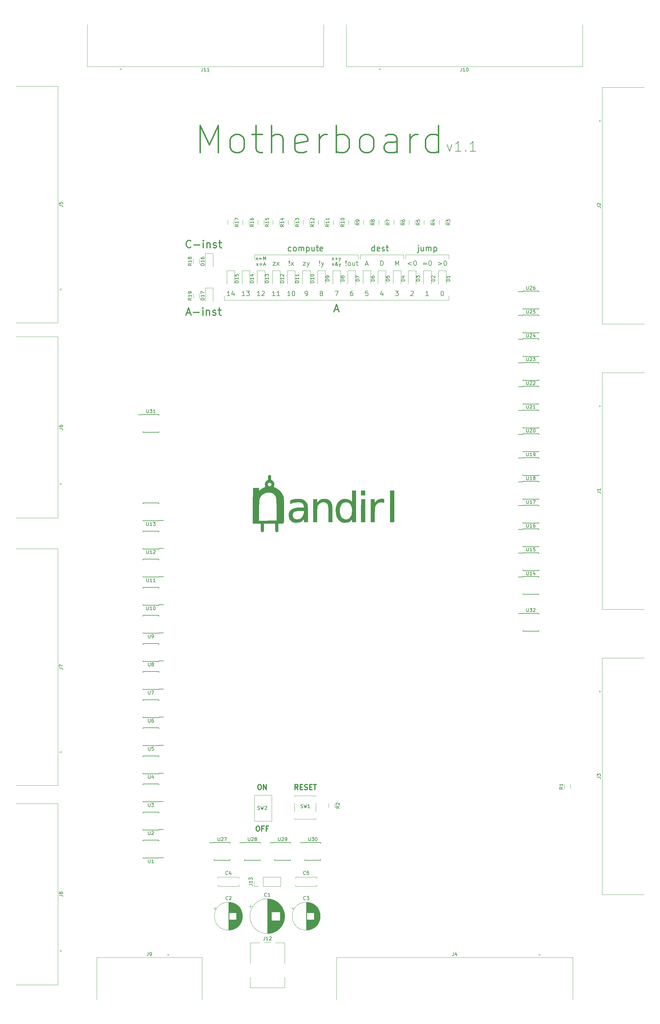
<source format=gbr>
G04 #@! TF.GenerationSoftware,KiCad,Pcbnew,5.1.5-52549c5~84~ubuntu18.04.1*
G04 #@! TF.CreationDate,2020-06-06T14:23:53-07:00*
G04 #@! TF.ProjectId,motherboard,6d6f7468-6572-4626-9f61-72642e6b6963,rev?*
G04 #@! TF.SameCoordinates,Original*
G04 #@! TF.FileFunction,Legend,Top*
G04 #@! TF.FilePolarity,Positive*
%FSLAX46Y46*%
G04 Gerber Fmt 4.6, Leading zero omitted, Abs format (unit mm)*
G04 Created by KiCad (PCBNEW 5.1.5-52549c5~84~ubuntu18.04.1) date 2020-06-06 14:23:53*
%MOMM*%
%LPD*%
G04 APERTURE LIST*
%ADD10C,0.300000*%
%ADD11C,0.120000*%
%ADD12C,0.200000*%
%ADD13C,0.150000*%
%ADD14C,0.250000*%
%ADD15C,0.400000*%
%ADD16C,0.010000*%
G04 APERTURE END LIST*
D10*
X387457428Y-258742571D02*
X386957428Y-258028285D01*
X386600285Y-258742571D02*
X386600285Y-257242571D01*
X387171714Y-257242571D01*
X387314571Y-257314000D01*
X387386000Y-257385428D01*
X387457428Y-257528285D01*
X387457428Y-257742571D01*
X387386000Y-257885428D01*
X387314571Y-257956857D01*
X387171714Y-258028285D01*
X386600285Y-258028285D01*
X388100285Y-257956857D02*
X388600285Y-257956857D01*
X388814571Y-258742571D02*
X388100285Y-258742571D01*
X388100285Y-257242571D01*
X388814571Y-257242571D01*
X389386000Y-258671142D02*
X389600285Y-258742571D01*
X389957428Y-258742571D01*
X390100285Y-258671142D01*
X390171714Y-258599714D01*
X390243142Y-258456857D01*
X390243142Y-258314000D01*
X390171714Y-258171142D01*
X390100285Y-258099714D01*
X389957428Y-258028285D01*
X389671714Y-257956857D01*
X389528857Y-257885428D01*
X389457428Y-257814000D01*
X389386000Y-257671142D01*
X389386000Y-257528285D01*
X389457428Y-257385428D01*
X389528857Y-257314000D01*
X389671714Y-257242571D01*
X390028857Y-257242571D01*
X390243142Y-257314000D01*
X390886000Y-257956857D02*
X391386000Y-257956857D01*
X391600285Y-258742571D02*
X390886000Y-258742571D01*
X390886000Y-257242571D01*
X391600285Y-257242571D01*
X392028857Y-257242571D02*
X392886000Y-257242571D01*
X392457428Y-258742571D02*
X392457428Y-257242571D01*
X375507428Y-269434571D02*
X375793142Y-269434571D01*
X375936000Y-269506000D01*
X376078857Y-269648857D01*
X376150285Y-269934571D01*
X376150285Y-270434571D01*
X376078857Y-270720285D01*
X375936000Y-270863142D01*
X375793142Y-270934571D01*
X375507428Y-270934571D01*
X375364571Y-270863142D01*
X375221714Y-270720285D01*
X375150285Y-270434571D01*
X375150285Y-269934571D01*
X375221714Y-269648857D01*
X375364571Y-269506000D01*
X375507428Y-269434571D01*
X377293142Y-270148857D02*
X376793142Y-270148857D01*
X376793142Y-270934571D02*
X376793142Y-269434571D01*
X377507428Y-269434571D01*
X378578857Y-270148857D02*
X378078857Y-270148857D01*
X378078857Y-270934571D02*
X378078857Y-269434571D01*
X378793142Y-269434571D01*
X376007428Y-257242571D02*
X376293142Y-257242571D01*
X376436000Y-257314000D01*
X376578857Y-257456857D01*
X376650285Y-257742571D01*
X376650285Y-258242571D01*
X376578857Y-258528285D01*
X376436000Y-258671142D01*
X376293142Y-258742571D01*
X376007428Y-258742571D01*
X375864571Y-258671142D01*
X375721714Y-258528285D01*
X375650285Y-258242571D01*
X375650285Y-257742571D01*
X375721714Y-257456857D01*
X375864571Y-257314000D01*
X376007428Y-257242571D01*
X377293142Y-258742571D02*
X377293142Y-257242571D01*
X378150285Y-258742571D01*
X378150285Y-257242571D01*
X355944952Y-99337714D02*
X355840190Y-99442476D01*
X355525904Y-99547238D01*
X355316380Y-99547238D01*
X355002095Y-99442476D01*
X354792571Y-99232952D01*
X354687809Y-99023428D01*
X354583047Y-98604380D01*
X354583047Y-98290095D01*
X354687809Y-97871047D01*
X354792571Y-97661523D01*
X355002095Y-97452000D01*
X355316380Y-97347238D01*
X355525904Y-97347238D01*
X355840190Y-97452000D01*
X355944952Y-97556761D01*
X356887809Y-98709142D02*
X358564000Y-98709142D01*
X359611619Y-99547238D02*
X359611619Y-98080571D01*
X359611619Y-97347238D02*
X359506857Y-97452000D01*
X359611619Y-97556761D01*
X359716380Y-97452000D01*
X359611619Y-97347238D01*
X359611619Y-97556761D01*
X360659238Y-98080571D02*
X360659238Y-99547238D01*
X360659238Y-98290095D02*
X360764000Y-98185333D01*
X360973523Y-98080571D01*
X361287809Y-98080571D01*
X361497333Y-98185333D01*
X361602095Y-98394857D01*
X361602095Y-99547238D01*
X362544952Y-99442476D02*
X362754476Y-99547238D01*
X363173523Y-99547238D01*
X363383047Y-99442476D01*
X363487809Y-99232952D01*
X363487809Y-99128190D01*
X363383047Y-98918666D01*
X363173523Y-98813904D01*
X362859238Y-98813904D01*
X362649714Y-98709142D01*
X362544952Y-98499619D01*
X362544952Y-98394857D01*
X362649714Y-98185333D01*
X362859238Y-98080571D01*
X363173523Y-98080571D01*
X363383047Y-98185333D01*
X364116380Y-98080571D02*
X364954476Y-98080571D01*
X364430666Y-97347238D02*
X364430666Y-99232952D01*
X364535428Y-99442476D01*
X364744952Y-99547238D01*
X364954476Y-99547238D01*
X354740190Y-118730666D02*
X355787809Y-118730666D01*
X354530666Y-119359238D02*
X355264000Y-117159238D01*
X355997333Y-119359238D01*
X356730666Y-118521142D02*
X358406857Y-118521142D01*
X359454476Y-119359238D02*
X359454476Y-117892571D01*
X359454476Y-117159238D02*
X359349714Y-117264000D01*
X359454476Y-117368761D01*
X359559238Y-117264000D01*
X359454476Y-117159238D01*
X359454476Y-117368761D01*
X360502095Y-117892571D02*
X360502095Y-119359238D01*
X360502095Y-118102095D02*
X360606857Y-117997333D01*
X360816380Y-117892571D01*
X361130666Y-117892571D01*
X361340190Y-117997333D01*
X361444952Y-118206857D01*
X361444952Y-119359238D01*
X362387809Y-119254476D02*
X362597333Y-119359238D01*
X363016380Y-119359238D01*
X363225904Y-119254476D01*
X363330666Y-119044952D01*
X363330666Y-118940190D01*
X363225904Y-118730666D01*
X363016380Y-118625904D01*
X362702095Y-118625904D01*
X362492571Y-118521142D01*
X362387809Y-118311619D01*
X362387809Y-118206857D01*
X362492571Y-117997333D01*
X362702095Y-117892571D01*
X363016380Y-117892571D01*
X363225904Y-117997333D01*
X363959238Y-117892571D02*
X364797333Y-117892571D01*
X364273523Y-117159238D02*
X364273523Y-119044952D01*
X364378285Y-119254476D01*
X364587809Y-119359238D01*
X364797333Y-119359238D01*
X398256190Y-117714666D02*
X399303809Y-117714666D01*
X398046666Y-118343238D02*
X398780000Y-116143238D01*
X399513333Y-118343238D01*
D11*
X365760000Y-114935000D02*
X365760000Y-113665000D01*
X431800000Y-114935000D02*
X365760000Y-114935000D01*
X431800000Y-113665000D02*
X431800000Y-114935000D01*
D12*
X367398333Y-113663333D02*
X366598333Y-113663333D01*
X366998333Y-113663333D02*
X366998333Y-112263333D01*
X366865000Y-112463333D01*
X366731666Y-112596666D01*
X366598333Y-112663333D01*
X368598333Y-112730000D02*
X368598333Y-113663333D01*
X368265000Y-112196666D02*
X367931666Y-113196666D01*
X368798333Y-113196666D01*
X371843333Y-113663333D02*
X371043333Y-113663333D01*
X371443333Y-113663333D02*
X371443333Y-112263333D01*
X371310000Y-112463333D01*
X371176666Y-112596666D01*
X371043333Y-112663333D01*
X372310000Y-112263333D02*
X373176666Y-112263333D01*
X372710000Y-112796666D01*
X372910000Y-112796666D01*
X373043333Y-112863333D01*
X373110000Y-112930000D01*
X373176666Y-113063333D01*
X373176666Y-113396666D01*
X373110000Y-113530000D01*
X373043333Y-113596666D01*
X372910000Y-113663333D01*
X372510000Y-113663333D01*
X372376666Y-113596666D01*
X372310000Y-113530000D01*
X376288333Y-113663333D02*
X375488333Y-113663333D01*
X375888333Y-113663333D02*
X375888333Y-112263333D01*
X375755000Y-112463333D01*
X375621666Y-112596666D01*
X375488333Y-112663333D01*
X376821666Y-112396666D02*
X376888333Y-112330000D01*
X377021666Y-112263333D01*
X377355000Y-112263333D01*
X377488333Y-112330000D01*
X377555000Y-112396666D01*
X377621666Y-112530000D01*
X377621666Y-112663333D01*
X377555000Y-112863333D01*
X376755000Y-113663333D01*
X377621666Y-113663333D01*
X380733333Y-113663333D02*
X379933333Y-113663333D01*
X380333333Y-113663333D02*
X380333333Y-112263333D01*
X380200000Y-112463333D01*
X380066666Y-112596666D01*
X379933333Y-112663333D01*
X382066666Y-113663333D02*
X381266666Y-113663333D01*
X381666666Y-113663333D02*
X381666666Y-112263333D01*
X381533333Y-112463333D01*
X381400000Y-112596666D01*
X381266666Y-112663333D01*
X385178333Y-113663333D02*
X384378333Y-113663333D01*
X384778333Y-113663333D02*
X384778333Y-112263333D01*
X384645000Y-112463333D01*
X384511666Y-112596666D01*
X384378333Y-112663333D01*
X386045000Y-112263333D02*
X386178333Y-112263333D01*
X386311666Y-112330000D01*
X386378333Y-112396666D01*
X386445000Y-112530000D01*
X386511666Y-112796666D01*
X386511666Y-113130000D01*
X386445000Y-113396666D01*
X386378333Y-113530000D01*
X386311666Y-113596666D01*
X386178333Y-113663333D01*
X386045000Y-113663333D01*
X385911666Y-113596666D01*
X385845000Y-113530000D01*
X385778333Y-113396666D01*
X385711666Y-113130000D01*
X385711666Y-112796666D01*
X385778333Y-112530000D01*
X385845000Y-112396666D01*
X385911666Y-112330000D01*
X386045000Y-112263333D01*
X389623333Y-113663333D02*
X389890000Y-113663333D01*
X390023333Y-113596666D01*
X390090000Y-113530000D01*
X390223333Y-113330000D01*
X390290000Y-113063333D01*
X390290000Y-112530000D01*
X390223333Y-112396666D01*
X390156666Y-112330000D01*
X390023333Y-112263333D01*
X389756666Y-112263333D01*
X389623333Y-112330000D01*
X389556666Y-112396666D01*
X389490000Y-112530000D01*
X389490000Y-112863333D01*
X389556666Y-112996666D01*
X389623333Y-113063333D01*
X389756666Y-113130000D01*
X390023333Y-113130000D01*
X390156666Y-113063333D01*
X390223333Y-112996666D01*
X390290000Y-112863333D01*
X394201666Y-112863333D02*
X394068333Y-112796666D01*
X394001666Y-112730000D01*
X393935000Y-112596666D01*
X393935000Y-112530000D01*
X394001666Y-112396666D01*
X394068333Y-112330000D01*
X394201666Y-112263333D01*
X394468333Y-112263333D01*
X394601666Y-112330000D01*
X394668333Y-112396666D01*
X394735000Y-112530000D01*
X394735000Y-112596666D01*
X394668333Y-112730000D01*
X394601666Y-112796666D01*
X394468333Y-112863333D01*
X394201666Y-112863333D01*
X394068333Y-112930000D01*
X394001666Y-112996666D01*
X393935000Y-113130000D01*
X393935000Y-113396666D01*
X394001666Y-113530000D01*
X394068333Y-113596666D01*
X394201666Y-113663333D01*
X394468333Y-113663333D01*
X394601666Y-113596666D01*
X394668333Y-113530000D01*
X394735000Y-113396666D01*
X394735000Y-113130000D01*
X394668333Y-112996666D01*
X394601666Y-112930000D01*
X394468333Y-112863333D01*
X398313333Y-112263333D02*
X399246666Y-112263333D01*
X398646666Y-113663333D01*
X403491666Y-112263333D02*
X403225000Y-112263333D01*
X403091666Y-112330000D01*
X403025000Y-112396666D01*
X402891666Y-112596666D01*
X402825000Y-112863333D01*
X402825000Y-113396666D01*
X402891666Y-113530000D01*
X402958333Y-113596666D01*
X403091666Y-113663333D01*
X403358333Y-113663333D01*
X403491666Y-113596666D01*
X403558333Y-113530000D01*
X403625000Y-113396666D01*
X403625000Y-113063333D01*
X403558333Y-112930000D01*
X403491666Y-112863333D01*
X403358333Y-112796666D01*
X403091666Y-112796666D01*
X402958333Y-112863333D01*
X402891666Y-112930000D01*
X402825000Y-113063333D01*
X408003333Y-112263333D02*
X407336666Y-112263333D01*
X407270000Y-112930000D01*
X407336666Y-112863333D01*
X407470000Y-112796666D01*
X407803333Y-112796666D01*
X407936666Y-112863333D01*
X408003333Y-112930000D01*
X408070000Y-113063333D01*
X408070000Y-113396666D01*
X408003333Y-113530000D01*
X407936666Y-113596666D01*
X407803333Y-113663333D01*
X407470000Y-113663333D01*
X407336666Y-113596666D01*
X407270000Y-113530000D01*
X412381666Y-112730000D02*
X412381666Y-113663333D01*
X412048333Y-112196666D02*
X411715000Y-113196666D01*
X412581666Y-113196666D01*
X416093333Y-112263333D02*
X416960000Y-112263333D01*
X416493333Y-112796666D01*
X416693333Y-112796666D01*
X416826666Y-112863333D01*
X416893333Y-112930000D01*
X416960000Y-113063333D01*
X416960000Y-113396666D01*
X416893333Y-113530000D01*
X416826666Y-113596666D01*
X416693333Y-113663333D01*
X416293333Y-113663333D01*
X416160000Y-113596666D01*
X416093333Y-113530000D01*
X420605000Y-112396666D02*
X420671666Y-112330000D01*
X420805000Y-112263333D01*
X421138333Y-112263333D01*
X421271666Y-112330000D01*
X421338333Y-112396666D01*
X421405000Y-112530000D01*
X421405000Y-112663333D01*
X421338333Y-112863333D01*
X420538333Y-113663333D01*
X421405000Y-113663333D01*
X425850000Y-113663333D02*
X425050000Y-113663333D01*
X425450000Y-113663333D02*
X425450000Y-112263333D01*
X425316666Y-112463333D01*
X425183333Y-112596666D01*
X425050000Y-112663333D01*
X429828333Y-112263333D02*
X429961666Y-112263333D01*
X430095000Y-112330000D01*
X430161666Y-112396666D01*
X430228333Y-112530000D01*
X430295000Y-112796666D01*
X430295000Y-113130000D01*
X430228333Y-113396666D01*
X430161666Y-113530000D01*
X430095000Y-113596666D01*
X429961666Y-113663333D01*
X429828333Y-113663333D01*
X429695000Y-113596666D01*
X429628333Y-113530000D01*
X429561666Y-113396666D01*
X429495000Y-113130000D01*
X429495000Y-112796666D01*
X429561666Y-112530000D01*
X429628333Y-112396666D01*
X429695000Y-112330000D01*
X429828333Y-112263333D01*
D13*
X375102619Y-103132380D02*
X375626428Y-102465714D01*
X375102619Y-102465714D02*
X375626428Y-103132380D01*
X376007380Y-102608571D02*
X376769285Y-102608571D01*
X376769285Y-102894285D02*
X376007380Y-102894285D01*
X377245476Y-103132380D02*
X377245476Y-102132380D01*
X377578809Y-102846666D01*
X377912142Y-102132380D01*
X377912142Y-103132380D01*
X375245476Y-104782380D02*
X375769285Y-104115714D01*
X375245476Y-104115714D02*
X375769285Y-104782380D01*
X376150238Y-104258571D02*
X376912142Y-104258571D01*
X376912142Y-104544285D02*
X376150238Y-104544285D01*
X377340714Y-104496666D02*
X377816904Y-104496666D01*
X377245476Y-104782380D02*
X377578809Y-103782380D01*
X377912142Y-104782380D01*
D11*
X374650000Y-101600000D02*
X374650000Y-102870000D01*
X405130000Y-101600000D02*
X374650000Y-101600000D01*
X405130000Y-102870000D02*
X405130000Y-101600000D01*
D12*
X380066666Y-103840000D02*
X380800000Y-103840000D01*
X380066666Y-104773333D01*
X380800000Y-104773333D01*
X381200000Y-104773333D02*
X381933333Y-103840000D01*
X381200000Y-103840000D02*
X381933333Y-104773333D01*
X384878333Y-104640000D02*
X384945000Y-104706666D01*
X384878333Y-104773333D01*
X384811666Y-104706666D01*
X384878333Y-104640000D01*
X384878333Y-104773333D01*
X384878333Y-104240000D02*
X384811666Y-103440000D01*
X384878333Y-103373333D01*
X384945000Y-103440000D01*
X384878333Y-104240000D01*
X384878333Y-103373333D01*
X385411666Y-104773333D02*
X386145000Y-103840000D01*
X385411666Y-103840000D02*
X386145000Y-104773333D01*
X388990000Y-103840000D02*
X389723333Y-103840000D01*
X388990000Y-104773333D01*
X389723333Y-104773333D01*
X390123333Y-103840000D02*
X390456666Y-104773333D01*
X390790000Y-103840000D02*
X390456666Y-104773333D01*
X390323333Y-105106666D01*
X390256666Y-105173333D01*
X390123333Y-105240000D01*
X393801666Y-104640000D02*
X393868333Y-104706666D01*
X393801666Y-104773333D01*
X393735000Y-104706666D01*
X393801666Y-104640000D01*
X393801666Y-104773333D01*
X393801666Y-104240000D02*
X393735000Y-103440000D01*
X393801666Y-103373333D01*
X393868333Y-103440000D01*
X393801666Y-104240000D01*
X393801666Y-103373333D01*
X394335000Y-103840000D02*
X394668333Y-104773333D01*
X395001666Y-103840000D02*
X394668333Y-104773333D01*
X394535000Y-105106666D01*
X394468333Y-105173333D01*
X394335000Y-105240000D01*
D13*
X397518095Y-103132380D02*
X398041904Y-102465714D01*
X397518095Y-102465714D02*
X398041904Y-103132380D01*
X398422857Y-102751428D02*
X399184761Y-102751428D01*
X398803809Y-103132380D02*
X398803809Y-102370476D01*
X399565714Y-102465714D02*
X399803809Y-103132380D01*
X400041904Y-102465714D02*
X399803809Y-103132380D01*
X399708571Y-103370476D01*
X399660952Y-103418095D01*
X399565714Y-103465714D01*
X397518095Y-104782380D02*
X398041904Y-104115714D01*
X397518095Y-104115714D02*
X398041904Y-104782380D01*
X399232380Y-104782380D02*
X399184761Y-104782380D01*
X399089523Y-104734761D01*
X398946666Y-104591904D01*
X398708571Y-104306190D01*
X398613333Y-104163333D01*
X398565714Y-104020476D01*
X398565714Y-103925238D01*
X398613333Y-103830000D01*
X398708571Y-103782380D01*
X398756190Y-103782380D01*
X398851428Y-103830000D01*
X398899047Y-103925238D01*
X398899047Y-103972857D01*
X398851428Y-104068095D01*
X398803809Y-104115714D01*
X398518095Y-104306190D01*
X398470476Y-104353809D01*
X398422857Y-104449047D01*
X398422857Y-104591904D01*
X398470476Y-104687142D01*
X398518095Y-104734761D01*
X398613333Y-104782380D01*
X398756190Y-104782380D01*
X398851428Y-104734761D01*
X398899047Y-104687142D01*
X399041904Y-104496666D01*
X399089523Y-104353809D01*
X399089523Y-104258571D01*
X399565714Y-104115714D02*
X399803809Y-104782380D01*
X400041904Y-104115714D02*
X399803809Y-104782380D01*
X399708571Y-105020476D01*
X399660952Y-105068095D01*
X399565714Y-105115714D01*
D12*
X401558333Y-104640000D02*
X401625000Y-104706666D01*
X401558333Y-104773333D01*
X401491666Y-104706666D01*
X401558333Y-104640000D01*
X401558333Y-104773333D01*
X401558333Y-104240000D02*
X401491666Y-103440000D01*
X401558333Y-103373333D01*
X401625000Y-103440000D01*
X401558333Y-104240000D01*
X401558333Y-103373333D01*
X402425000Y-104773333D02*
X402291666Y-104706666D01*
X402225000Y-104640000D01*
X402158333Y-104506666D01*
X402158333Y-104106666D01*
X402225000Y-103973333D01*
X402291666Y-103906666D01*
X402425000Y-103840000D01*
X402625000Y-103840000D01*
X402758333Y-103906666D01*
X402825000Y-103973333D01*
X402891666Y-104106666D01*
X402891666Y-104506666D01*
X402825000Y-104640000D01*
X402758333Y-104706666D01*
X402625000Y-104773333D01*
X402425000Y-104773333D01*
X404091666Y-103840000D02*
X404091666Y-104773333D01*
X403491666Y-103840000D02*
X403491666Y-104573333D01*
X403558333Y-104706666D01*
X403691666Y-104773333D01*
X403891666Y-104773333D01*
X404025000Y-104706666D01*
X404091666Y-104640000D01*
X404558333Y-103840000D02*
X405091666Y-103840000D01*
X404758333Y-103373333D02*
X404758333Y-104573333D01*
X404825000Y-104706666D01*
X404958333Y-104773333D01*
X405091666Y-104773333D01*
X416093333Y-104773333D02*
X416093333Y-103373333D01*
X416560000Y-104373333D01*
X417026666Y-103373333D01*
X417026666Y-104773333D01*
X411748333Y-104773333D02*
X411748333Y-103373333D01*
X412081666Y-103373333D01*
X412281666Y-103440000D01*
X412415000Y-103573333D01*
X412481666Y-103706666D01*
X412548333Y-103973333D01*
X412548333Y-104173333D01*
X412481666Y-104440000D01*
X412415000Y-104573333D01*
X412281666Y-104706666D01*
X412081666Y-104773333D01*
X411748333Y-104773333D01*
X407336666Y-104373333D02*
X408003333Y-104373333D01*
X407203333Y-104773333D02*
X407670000Y-103373333D01*
X408136666Y-104773333D01*
D11*
X418465000Y-101600000D02*
X418465000Y-102870000D01*
X405765000Y-101600000D02*
X418465000Y-101600000D01*
X405765000Y-102870000D02*
X405765000Y-101600000D01*
D12*
X428695000Y-103840000D02*
X429761666Y-104240000D01*
X428695000Y-104640000D01*
X430695000Y-103373333D02*
X430828333Y-103373333D01*
X430961666Y-103440000D01*
X431028333Y-103506666D01*
X431095000Y-103640000D01*
X431161666Y-103906666D01*
X431161666Y-104240000D01*
X431095000Y-104506666D01*
X431028333Y-104640000D01*
X430961666Y-104706666D01*
X430828333Y-104773333D01*
X430695000Y-104773333D01*
X430561666Y-104706666D01*
X430495000Y-104640000D01*
X430428333Y-104506666D01*
X430361666Y-104240000D01*
X430361666Y-103906666D01*
X430428333Y-103640000D01*
X430495000Y-103506666D01*
X430561666Y-103440000D01*
X430695000Y-103373333D01*
X424250000Y-104040000D02*
X425316666Y-104040000D01*
X425316666Y-104440000D02*
X424250000Y-104440000D01*
X426250000Y-103373333D02*
X426383333Y-103373333D01*
X426516666Y-103440000D01*
X426583333Y-103506666D01*
X426650000Y-103640000D01*
X426716666Y-103906666D01*
X426716666Y-104240000D01*
X426650000Y-104506666D01*
X426583333Y-104640000D01*
X426516666Y-104706666D01*
X426383333Y-104773333D01*
X426250000Y-104773333D01*
X426116666Y-104706666D01*
X426050000Y-104640000D01*
X425983333Y-104506666D01*
X425916666Y-104240000D01*
X425916666Y-103906666D01*
X425983333Y-103640000D01*
X426050000Y-103506666D01*
X426116666Y-103440000D01*
X426250000Y-103373333D01*
X420871666Y-103840000D02*
X419805000Y-104240000D01*
X420871666Y-104640000D01*
X421805000Y-103373333D02*
X421938333Y-103373333D01*
X422071666Y-103440000D01*
X422138333Y-103506666D01*
X422205000Y-103640000D01*
X422271666Y-103906666D01*
X422271666Y-104240000D01*
X422205000Y-104506666D01*
X422138333Y-104640000D01*
X422071666Y-104706666D01*
X421938333Y-104773333D01*
X421805000Y-104773333D01*
X421671666Y-104706666D01*
X421605000Y-104640000D01*
X421538333Y-104506666D01*
X421471666Y-104240000D01*
X421471666Y-103906666D01*
X421538333Y-103640000D01*
X421605000Y-103506666D01*
X421671666Y-103440000D01*
X421805000Y-103373333D01*
D11*
X431800000Y-101600000D02*
X431800000Y-102870000D01*
X419100000Y-101600000D02*
X431800000Y-101600000D01*
X419100000Y-102870000D02*
X419100000Y-101600000D01*
D14*
X409941904Y-100464047D02*
X409941904Y-98764047D01*
X409941904Y-100383095D02*
X409780000Y-100464047D01*
X409456190Y-100464047D01*
X409294285Y-100383095D01*
X409213333Y-100302142D01*
X409132380Y-100140238D01*
X409132380Y-99654523D01*
X409213333Y-99492619D01*
X409294285Y-99411666D01*
X409456190Y-99330714D01*
X409780000Y-99330714D01*
X409941904Y-99411666D01*
X411399047Y-100383095D02*
X411237142Y-100464047D01*
X410913333Y-100464047D01*
X410751428Y-100383095D01*
X410670476Y-100221190D01*
X410670476Y-99573571D01*
X410751428Y-99411666D01*
X410913333Y-99330714D01*
X411237142Y-99330714D01*
X411399047Y-99411666D01*
X411480000Y-99573571D01*
X411480000Y-99735476D01*
X410670476Y-99897380D01*
X412127619Y-100383095D02*
X412289523Y-100464047D01*
X412613333Y-100464047D01*
X412775238Y-100383095D01*
X412856190Y-100221190D01*
X412856190Y-100140238D01*
X412775238Y-99978333D01*
X412613333Y-99897380D01*
X412370476Y-99897380D01*
X412208571Y-99816428D01*
X412127619Y-99654523D01*
X412127619Y-99573571D01*
X412208571Y-99411666D01*
X412370476Y-99330714D01*
X412613333Y-99330714D01*
X412775238Y-99411666D01*
X413341904Y-99330714D02*
X413989523Y-99330714D01*
X413584761Y-98764047D02*
X413584761Y-100221190D01*
X413665714Y-100383095D01*
X413827619Y-100464047D01*
X413989523Y-100464047D01*
X422778571Y-99330714D02*
X422778571Y-100787857D01*
X422697619Y-100949761D01*
X422535714Y-101030714D01*
X422454761Y-101030714D01*
X422778571Y-98764047D02*
X422697619Y-98845000D01*
X422778571Y-98925952D01*
X422859523Y-98845000D01*
X422778571Y-98764047D01*
X422778571Y-98925952D01*
X424316666Y-99330714D02*
X424316666Y-100464047D01*
X423588095Y-99330714D02*
X423588095Y-100221190D01*
X423669047Y-100383095D01*
X423830952Y-100464047D01*
X424073809Y-100464047D01*
X424235714Y-100383095D01*
X424316666Y-100302142D01*
X425126190Y-100464047D02*
X425126190Y-99330714D01*
X425126190Y-99492619D02*
X425207142Y-99411666D01*
X425369047Y-99330714D01*
X425611904Y-99330714D01*
X425773809Y-99411666D01*
X425854761Y-99573571D01*
X425854761Y-100464047D01*
X425854761Y-99573571D02*
X425935714Y-99411666D01*
X426097619Y-99330714D01*
X426340476Y-99330714D01*
X426502380Y-99411666D01*
X426583333Y-99573571D01*
X426583333Y-100464047D01*
X427392857Y-99330714D02*
X427392857Y-101030714D01*
X427392857Y-99411666D02*
X427554761Y-99330714D01*
X427878571Y-99330714D01*
X428040476Y-99411666D01*
X428121428Y-99492619D01*
X428202380Y-99654523D01*
X428202380Y-100140238D01*
X428121428Y-100302142D01*
X428040476Y-100383095D01*
X427878571Y-100464047D01*
X427554761Y-100464047D01*
X427392857Y-100383095D01*
X385386000Y-100383095D02*
X385224095Y-100464047D01*
X384900285Y-100464047D01*
X384738380Y-100383095D01*
X384657428Y-100302142D01*
X384576476Y-100140238D01*
X384576476Y-99654523D01*
X384657428Y-99492619D01*
X384738380Y-99411666D01*
X384900285Y-99330714D01*
X385224095Y-99330714D01*
X385386000Y-99411666D01*
X386357428Y-100464047D02*
X386195523Y-100383095D01*
X386114571Y-100302142D01*
X386033619Y-100140238D01*
X386033619Y-99654523D01*
X386114571Y-99492619D01*
X386195523Y-99411666D01*
X386357428Y-99330714D01*
X386600285Y-99330714D01*
X386762190Y-99411666D01*
X386843142Y-99492619D01*
X386924095Y-99654523D01*
X386924095Y-100140238D01*
X386843142Y-100302142D01*
X386762190Y-100383095D01*
X386600285Y-100464047D01*
X386357428Y-100464047D01*
X387652666Y-100464047D02*
X387652666Y-99330714D01*
X387652666Y-99492619D02*
X387733619Y-99411666D01*
X387895523Y-99330714D01*
X388138380Y-99330714D01*
X388300285Y-99411666D01*
X388381238Y-99573571D01*
X388381238Y-100464047D01*
X388381238Y-99573571D02*
X388462190Y-99411666D01*
X388624095Y-99330714D01*
X388866952Y-99330714D01*
X389028857Y-99411666D01*
X389109809Y-99573571D01*
X389109809Y-100464047D01*
X389919333Y-99330714D02*
X389919333Y-101030714D01*
X389919333Y-99411666D02*
X390081238Y-99330714D01*
X390405047Y-99330714D01*
X390566952Y-99411666D01*
X390647904Y-99492619D01*
X390728857Y-99654523D01*
X390728857Y-100140238D01*
X390647904Y-100302142D01*
X390566952Y-100383095D01*
X390405047Y-100464047D01*
X390081238Y-100464047D01*
X389919333Y-100383095D01*
X392186000Y-99330714D02*
X392186000Y-100464047D01*
X391457428Y-99330714D02*
X391457428Y-100221190D01*
X391538380Y-100383095D01*
X391700285Y-100464047D01*
X391943142Y-100464047D01*
X392105047Y-100383095D01*
X392186000Y-100302142D01*
X392752666Y-99330714D02*
X393400285Y-99330714D01*
X392995523Y-98764047D02*
X392995523Y-100221190D01*
X393076476Y-100383095D01*
X393238380Y-100464047D01*
X393400285Y-100464047D01*
X394614571Y-100383095D02*
X394452666Y-100464047D01*
X394128857Y-100464047D01*
X393966952Y-100383095D01*
X393886000Y-100221190D01*
X393886000Y-99573571D01*
X393966952Y-99411666D01*
X394128857Y-99330714D01*
X394452666Y-99330714D01*
X394614571Y-99411666D01*
X394695523Y-99573571D01*
X394695523Y-99735476D01*
X393886000Y-99897380D01*
D13*
X431324285Y-69207142D02*
X432038571Y-71207142D01*
X432752857Y-69207142D01*
X435467142Y-71207142D02*
X433752857Y-71207142D01*
X434610000Y-71207142D02*
X434610000Y-68207142D01*
X434324285Y-68635714D01*
X434038571Y-68921428D01*
X433752857Y-69064285D01*
X436752857Y-70921428D02*
X436895714Y-71064285D01*
X436752857Y-71207142D01*
X436610000Y-71064285D01*
X436752857Y-70921428D01*
X436752857Y-71207142D01*
X439752857Y-71207142D02*
X438038571Y-71207142D01*
X438895714Y-71207142D02*
X438895714Y-68207142D01*
X438610000Y-68635714D01*
X438324285Y-68921428D01*
X438038571Y-69064285D01*
D15*
X358652380Y-71564047D02*
X358652380Y-63564047D01*
X361319047Y-69278333D01*
X363985714Y-63564047D01*
X363985714Y-71564047D01*
X368938095Y-71564047D02*
X368176190Y-71183095D01*
X367795238Y-70802142D01*
X367414285Y-70040238D01*
X367414285Y-67754523D01*
X367795238Y-66992619D01*
X368176190Y-66611666D01*
X368938095Y-66230714D01*
X370080952Y-66230714D01*
X370842857Y-66611666D01*
X371223809Y-66992619D01*
X371604761Y-67754523D01*
X371604761Y-70040238D01*
X371223809Y-70802142D01*
X370842857Y-71183095D01*
X370080952Y-71564047D01*
X368938095Y-71564047D01*
X373890476Y-66230714D02*
X376938095Y-66230714D01*
X375033333Y-63564047D02*
X375033333Y-70421190D01*
X375414285Y-71183095D01*
X376176190Y-71564047D01*
X376938095Y-71564047D01*
X379604761Y-71564047D02*
X379604761Y-63564047D01*
X383033333Y-71564047D02*
X383033333Y-67373571D01*
X382652380Y-66611666D01*
X381890476Y-66230714D01*
X380747619Y-66230714D01*
X379985714Y-66611666D01*
X379604761Y-66992619D01*
X389890476Y-71183095D02*
X389128571Y-71564047D01*
X387604761Y-71564047D01*
X386842857Y-71183095D01*
X386461904Y-70421190D01*
X386461904Y-67373571D01*
X386842857Y-66611666D01*
X387604761Y-66230714D01*
X389128571Y-66230714D01*
X389890476Y-66611666D01*
X390271428Y-67373571D01*
X390271428Y-68135476D01*
X386461904Y-68897380D01*
X393700000Y-71564047D02*
X393700000Y-66230714D01*
X393700000Y-67754523D02*
X394080952Y-66992619D01*
X394461904Y-66611666D01*
X395223809Y-66230714D01*
X395985714Y-66230714D01*
X398652380Y-71564047D02*
X398652380Y-63564047D01*
X398652380Y-66611666D02*
X399414285Y-66230714D01*
X400938095Y-66230714D01*
X401700000Y-66611666D01*
X402080952Y-66992619D01*
X402461904Y-67754523D01*
X402461904Y-70040238D01*
X402080952Y-70802142D01*
X401700000Y-71183095D01*
X400938095Y-71564047D01*
X399414285Y-71564047D01*
X398652380Y-71183095D01*
X407033333Y-71564047D02*
X406271428Y-71183095D01*
X405890476Y-70802142D01*
X405509523Y-70040238D01*
X405509523Y-67754523D01*
X405890476Y-66992619D01*
X406271428Y-66611666D01*
X407033333Y-66230714D01*
X408176190Y-66230714D01*
X408938095Y-66611666D01*
X409319047Y-66992619D01*
X409700000Y-67754523D01*
X409700000Y-70040238D01*
X409319047Y-70802142D01*
X408938095Y-71183095D01*
X408176190Y-71564047D01*
X407033333Y-71564047D01*
X416557142Y-71564047D02*
X416557142Y-67373571D01*
X416176190Y-66611666D01*
X415414285Y-66230714D01*
X413890476Y-66230714D01*
X413128571Y-66611666D01*
X416557142Y-71183095D02*
X415795238Y-71564047D01*
X413890476Y-71564047D01*
X413128571Y-71183095D01*
X412747619Y-70421190D01*
X412747619Y-69659285D01*
X413128571Y-68897380D01*
X413890476Y-68516428D01*
X415795238Y-68516428D01*
X416557142Y-68135476D01*
X420366666Y-71564047D02*
X420366666Y-66230714D01*
X420366666Y-67754523D02*
X420747619Y-66992619D01*
X421128571Y-66611666D01*
X421890476Y-66230714D01*
X422652380Y-66230714D01*
X428747619Y-71564047D02*
X428747619Y-63564047D01*
X428747619Y-71183095D02*
X427985714Y-71564047D01*
X426461904Y-71564047D01*
X425700000Y-71183095D01*
X425319047Y-70802142D01*
X424938095Y-70040238D01*
X424938095Y-67754523D01*
X425319047Y-66992619D01*
X425700000Y-66611666D01*
X426461904Y-66230714D01*
X427985714Y-66230714D01*
X428747619Y-66611666D01*
D16*
G36*
X407162000Y-172212000D02*
G01*
X405976667Y-172212000D01*
X405976667Y-170857334D01*
X407162000Y-170857334D01*
X407162000Y-172212000D01*
G37*
X407162000Y-172212000D02*
X405976667Y-172212000D01*
X405976667Y-170857334D01*
X407162000Y-170857334D01*
X407162000Y-172212000D01*
G36*
X415713334Y-180086000D02*
G01*
X414528000Y-180086000D01*
X414528000Y-170857334D01*
X415713334Y-170857334D01*
X415713334Y-180086000D01*
G37*
X415713334Y-180086000D02*
X414528000Y-180086000D01*
X414528000Y-170857334D01*
X415713334Y-170857334D01*
X415713334Y-180086000D01*
G36*
X412474834Y-173290432D02*
G01*
X412750000Y-173331886D01*
X412750000Y-173882485D01*
X412746630Y-174177078D01*
X412727748Y-174336769D01*
X412680200Y-174395968D01*
X412590831Y-174389091D01*
X412559500Y-174380830D01*
X411949309Y-174279449D01*
X411399147Y-174321739D01*
X410923414Y-174504481D01*
X410536510Y-174824456D01*
X410527276Y-174835148D01*
X410381405Y-175015179D01*
X410265906Y-175190878D01*
X410176803Y-175384777D01*
X410110122Y-175619405D01*
X410061887Y-175917293D01*
X410028123Y-176300973D01*
X410004854Y-176792974D01*
X409988106Y-177415828D01*
X409978022Y-177948167D01*
X409941052Y-180086000D01*
X408855334Y-180086000D01*
X408855334Y-173397334D01*
X409956000Y-173397334D01*
X409956000Y-174413821D01*
X410267725Y-174068779D01*
X410518058Y-173830904D01*
X410796409Y-173622185D01*
X410915495Y-173552300D01*
X411283817Y-173414496D01*
X411731562Y-173317687D01*
X412176831Y-173275628D01*
X412474834Y-173290432D01*
G37*
X412474834Y-173290432D02*
X412750000Y-173331886D01*
X412750000Y-173882485D01*
X412746630Y-174177078D01*
X412727748Y-174336769D01*
X412680200Y-174395968D01*
X412590831Y-174389091D01*
X412559500Y-174380830D01*
X411949309Y-174279449D01*
X411399147Y-174321739D01*
X410923414Y-174504481D01*
X410536510Y-174824456D01*
X410527276Y-174835148D01*
X410381405Y-175015179D01*
X410265906Y-175190878D01*
X410176803Y-175384777D01*
X410110122Y-175619405D01*
X410061887Y-175917293D01*
X410028123Y-176300973D01*
X410004854Y-176792974D01*
X409988106Y-177415828D01*
X409978022Y-177948167D01*
X409941052Y-180086000D01*
X408855334Y-180086000D01*
X408855334Y-173397334D01*
X409956000Y-173397334D01*
X409956000Y-174413821D01*
X410267725Y-174068779D01*
X410518058Y-173830904D01*
X410796409Y-173622185D01*
X410915495Y-173552300D01*
X411283817Y-173414496D01*
X411731562Y-173317687D01*
X412176831Y-173275628D01*
X412474834Y-173290432D01*
G36*
X407141816Y-176762834D02*
G01*
X407163966Y-180086000D01*
X405974701Y-180086000D01*
X405996851Y-176762834D01*
X406019000Y-173439667D01*
X407119667Y-173439667D01*
X407141816Y-176762834D01*
G37*
X407141816Y-176762834D02*
X407163966Y-180086000D01*
X405974701Y-180086000D01*
X405996851Y-176762834D01*
X406019000Y-173439667D01*
X407119667Y-173439667D01*
X407141816Y-176762834D01*
G36*
X396078112Y-173429196D02*
G01*
X396263232Y-173504698D01*
X396691912Y-173765064D01*
X397017145Y-174118334D01*
X397262277Y-174593262D01*
X397348738Y-174841617D01*
X397397235Y-175014008D01*
X397435062Y-175197821D01*
X397463504Y-175416042D01*
X397483850Y-175691654D01*
X397497384Y-176047641D01*
X397505394Y-176506988D01*
X397509165Y-177092678D01*
X397510000Y-177722877D01*
X397510000Y-180086000D01*
X396421118Y-180086000D01*
X396394059Y-177694167D01*
X396385516Y-176991620D01*
X396376521Y-176437179D01*
X396365424Y-176009623D01*
X396350579Y-175687727D01*
X396330336Y-175450270D01*
X396303049Y-175276028D01*
X396267068Y-175143779D01*
X396220746Y-175032301D01*
X396181377Y-174955433D01*
X395946473Y-174619945D01*
X395648452Y-174406224D01*
X395248317Y-174290439D01*
X395054026Y-174266487D01*
X394495978Y-174292917D01*
X394001845Y-174468398D01*
X393591379Y-174778508D01*
X393284332Y-175208825D01*
X393113562Y-175683334D01*
X393088671Y-175876513D01*
X393066390Y-176209509D01*
X393047813Y-176652815D01*
X393034036Y-177176921D01*
X393026156Y-177752318D01*
X393024737Y-178075167D01*
X393022667Y-180086000D01*
X391922000Y-180086000D01*
X391922000Y-173397334D01*
X393022667Y-173397334D01*
X393022667Y-174443813D01*
X393321181Y-174095067D01*
X393759419Y-173707654D01*
X394288912Y-173440401D01*
X394874978Y-173300268D01*
X395482938Y-173294213D01*
X396078112Y-173429196D01*
G37*
X396078112Y-173429196D02*
X396263232Y-173504698D01*
X396691912Y-173765064D01*
X397017145Y-174118334D01*
X397262277Y-174593262D01*
X397348738Y-174841617D01*
X397397235Y-175014008D01*
X397435062Y-175197821D01*
X397463504Y-175416042D01*
X397483850Y-175691654D01*
X397497384Y-176047641D01*
X397505394Y-176506988D01*
X397509165Y-177092678D01*
X397510000Y-177722877D01*
X397510000Y-180086000D01*
X396421118Y-180086000D01*
X396394059Y-177694167D01*
X396385516Y-176991620D01*
X396376521Y-176437179D01*
X396365424Y-176009623D01*
X396350579Y-175687727D01*
X396330336Y-175450270D01*
X396303049Y-175276028D01*
X396267068Y-175143779D01*
X396220746Y-175032301D01*
X396181377Y-174955433D01*
X395946473Y-174619945D01*
X395648452Y-174406224D01*
X395248317Y-174290439D01*
X395054026Y-174266487D01*
X394495978Y-174292917D01*
X394001845Y-174468398D01*
X393591379Y-174778508D01*
X393284332Y-175208825D01*
X393113562Y-175683334D01*
X393088671Y-175876513D01*
X393066390Y-176209509D01*
X393047813Y-176652815D01*
X393034036Y-177176921D01*
X393026156Y-177752318D01*
X393024737Y-178075167D01*
X393022667Y-180086000D01*
X391922000Y-180086000D01*
X391922000Y-173397334D01*
X393022667Y-173397334D01*
X393022667Y-174443813D01*
X393321181Y-174095067D01*
X393759419Y-173707654D01*
X394288912Y-173440401D01*
X394874978Y-173300268D01*
X395482938Y-173294213D01*
X396078112Y-173429196D01*
G36*
X404452667Y-180086000D02*
G01*
X403352000Y-180086000D01*
X403350122Y-179197000D01*
X403133219Y-179472217D01*
X402926124Y-179681983D01*
X402652191Y-179895483D01*
X402526232Y-179976038D01*
X402292604Y-180096393D01*
X402057666Y-180170485D01*
X401763031Y-180211667D01*
X401410574Y-180231195D01*
X400876107Y-180227353D01*
X400479103Y-180173175D01*
X400367328Y-180139458D01*
X399830009Y-179850775D01*
X399362281Y-179417650D01*
X398978532Y-178855720D01*
X398771707Y-178404928D01*
X398657945Y-177992513D01*
X398578878Y-177472414D01*
X398538175Y-176903411D01*
X398538370Y-176820944D01*
X399692671Y-176820944D01*
X399737460Y-177412535D01*
X399850025Y-177966909D01*
X400026835Y-178447362D01*
X400264358Y-178817190D01*
X400358349Y-178911237D01*
X400764162Y-179163201D01*
X401246628Y-179303788D01*
X401746447Y-179322249D01*
X402139988Y-179234141D01*
X402466295Y-179042004D01*
X402784057Y-178736444D01*
X403044023Y-178368409D01*
X403117161Y-178223334D01*
X403225194Y-177872288D01*
X403300062Y-177410558D01*
X403338089Y-176894205D01*
X403335604Y-176379291D01*
X403288930Y-175921877D01*
X403273393Y-175839443D01*
X403098921Y-175312055D01*
X402821301Y-174854863D01*
X402467200Y-174508070D01*
X402333052Y-174421850D01*
X402103325Y-174311616D01*
X401876494Y-174258546D01*
X401583235Y-174250344D01*
X401409802Y-174258090D01*
X400907982Y-174339180D01*
X400514799Y-174532062D01*
X400199338Y-174857171D01*
X400000278Y-175189915D01*
X399820548Y-175672930D01*
X399719190Y-176228841D01*
X399692671Y-176820944D01*
X398538370Y-176820944D01*
X398539503Y-176344288D01*
X398586531Y-175853826D01*
X398605934Y-175748466D01*
X398820123Y-175054802D01*
X399149557Y-174444082D01*
X399577699Y-173938815D01*
X400088012Y-173561512D01*
X400284780Y-173463053D01*
X400815591Y-173310448D01*
X401389728Y-173284754D01*
X401964003Y-173377593D01*
X402495230Y-173580589D01*
X402940222Y-173885365D01*
X403054959Y-174000366D01*
X403352000Y-174329155D01*
X403352000Y-170857334D01*
X404452667Y-170857334D01*
X404452667Y-180086000D01*
G37*
X404452667Y-180086000D02*
X403352000Y-180086000D01*
X403350122Y-179197000D01*
X403133219Y-179472217D01*
X402926124Y-179681983D01*
X402652191Y-179895483D01*
X402526232Y-179976038D01*
X402292604Y-180096393D01*
X402057666Y-180170485D01*
X401763031Y-180211667D01*
X401410574Y-180231195D01*
X400876107Y-180227353D01*
X400479103Y-180173175D01*
X400367328Y-180139458D01*
X399830009Y-179850775D01*
X399362281Y-179417650D01*
X398978532Y-178855720D01*
X398771707Y-178404928D01*
X398657945Y-177992513D01*
X398578878Y-177472414D01*
X398538175Y-176903411D01*
X398538370Y-176820944D01*
X399692671Y-176820944D01*
X399737460Y-177412535D01*
X399850025Y-177966909D01*
X400026835Y-178447362D01*
X400264358Y-178817190D01*
X400358349Y-178911237D01*
X400764162Y-179163201D01*
X401246628Y-179303788D01*
X401746447Y-179322249D01*
X402139988Y-179234141D01*
X402466295Y-179042004D01*
X402784057Y-178736444D01*
X403044023Y-178368409D01*
X403117161Y-178223334D01*
X403225194Y-177872288D01*
X403300062Y-177410558D01*
X403338089Y-176894205D01*
X403335604Y-176379291D01*
X403288930Y-175921877D01*
X403273393Y-175839443D01*
X403098921Y-175312055D01*
X402821301Y-174854863D01*
X402467200Y-174508070D01*
X402333052Y-174421850D01*
X402103325Y-174311616D01*
X401876494Y-174258546D01*
X401583235Y-174250344D01*
X401409802Y-174258090D01*
X400907982Y-174339180D01*
X400514799Y-174532062D01*
X400199338Y-174857171D01*
X400000278Y-175189915D01*
X399820548Y-175672930D01*
X399719190Y-176228841D01*
X399692671Y-176820944D01*
X398538370Y-176820944D01*
X398539503Y-176344288D01*
X398586531Y-175853826D01*
X398605934Y-175748466D01*
X398820123Y-175054802D01*
X399149557Y-174444082D01*
X399577699Y-173938815D01*
X400088012Y-173561512D01*
X400284780Y-173463053D01*
X400815591Y-173310448D01*
X401389728Y-173284754D01*
X401964003Y-173377593D01*
X402495230Y-173580589D01*
X402940222Y-173885365D01*
X403054959Y-174000366D01*
X403352000Y-174329155D01*
X403352000Y-170857334D01*
X404452667Y-170857334D01*
X404452667Y-180086000D01*
G36*
X388151163Y-173345755D02*
G01*
X388780644Y-173513733D01*
X389312770Y-173782705D01*
X389725768Y-174148865D01*
X389732112Y-174156487D01*
X389892068Y-174369727D01*
X390020403Y-174595879D01*
X390120442Y-174855825D01*
X390195506Y-175170445D01*
X390248919Y-175560621D01*
X390284004Y-176047232D01*
X390304082Y-176651159D01*
X390312478Y-177393284D01*
X390313334Y-177808919D01*
X390313334Y-180086000D01*
X389212667Y-180086000D01*
X389212667Y-179204077D01*
X388852834Y-179551165D01*
X388529207Y-179837403D01*
X388229656Y-180028952D01*
X387903403Y-180145365D01*
X387499672Y-180206196D01*
X387096000Y-180227708D01*
X386609820Y-180227056D01*
X386227725Y-180195119D01*
X386006939Y-180144143D01*
X385630856Y-179939968D01*
X385270448Y-179639205D01*
X384984943Y-179295979D01*
X384886464Y-179120272D01*
X384776324Y-178744082D01*
X384727529Y-178281078D01*
X384731104Y-178144121D01*
X385826211Y-178144121D01*
X385884591Y-178531450D01*
X385991681Y-178769315D01*
X386241888Y-179051903D01*
X386562482Y-179224776D01*
X386983734Y-179300050D01*
X387323498Y-179302474D01*
X387676920Y-179277940D01*
X387928369Y-179224568D01*
X388144931Y-179123131D01*
X388297164Y-179023437D01*
X388690716Y-178647589D01*
X388980818Y-178153842D01*
X389154101Y-177567686D01*
X389186333Y-177328224D01*
X389239219Y-176761874D01*
X388019443Y-176801662D01*
X387408762Y-176830460D01*
X386941728Y-176876725D01*
X386592955Y-176947878D01*
X386337056Y-177051339D01*
X386148643Y-177194532D01*
X386002329Y-177384877D01*
X385997504Y-177392739D01*
X385863948Y-177741065D01*
X385826211Y-178144121D01*
X384731104Y-178144121D01*
X384740102Y-177799487D01*
X384814063Y-177367534D01*
X384885850Y-177165000D01*
X385138149Y-176760289D01*
X385489366Y-176436041D01*
X385951010Y-176187898D01*
X386534585Y-176011498D01*
X387251598Y-175902483D01*
X388113557Y-175856491D01*
X388344834Y-175854344D01*
X389212667Y-175852667D01*
X389212667Y-175638281D01*
X389132820Y-175235060D01*
X388912254Y-174859570D01*
X388579428Y-174546765D01*
X388162801Y-174331601D01*
X388143484Y-174325086D01*
X387842517Y-174270072D01*
X387407513Y-174253737D01*
X387061833Y-174265004D01*
X386660935Y-174296469D01*
X386321810Y-174350637D01*
X385985601Y-174442276D01*
X385593451Y-174586156D01*
X385296834Y-174707897D01*
X385214321Y-174724155D01*
X385169580Y-174662534D01*
X385151471Y-174489862D01*
X385148667Y-174266649D01*
X385157431Y-173990612D01*
X385204726Y-173807507D01*
X385322054Y-173684436D01*
X385540916Y-173588502D01*
X385892815Y-173486807D01*
X385896341Y-173485858D01*
X386687237Y-173328010D01*
X387446102Y-173282579D01*
X388151163Y-173345755D01*
G37*
X388151163Y-173345755D02*
X388780644Y-173513733D01*
X389312770Y-173782705D01*
X389725768Y-174148865D01*
X389732112Y-174156487D01*
X389892068Y-174369727D01*
X390020403Y-174595879D01*
X390120442Y-174855825D01*
X390195506Y-175170445D01*
X390248919Y-175560621D01*
X390284004Y-176047232D01*
X390304082Y-176651159D01*
X390312478Y-177393284D01*
X390313334Y-177808919D01*
X390313334Y-180086000D01*
X389212667Y-180086000D01*
X389212667Y-179204077D01*
X388852834Y-179551165D01*
X388529207Y-179837403D01*
X388229656Y-180028952D01*
X387903403Y-180145365D01*
X387499672Y-180206196D01*
X387096000Y-180227708D01*
X386609820Y-180227056D01*
X386227725Y-180195119D01*
X386006939Y-180144143D01*
X385630856Y-179939968D01*
X385270448Y-179639205D01*
X384984943Y-179295979D01*
X384886464Y-179120272D01*
X384776324Y-178744082D01*
X384727529Y-178281078D01*
X384731104Y-178144121D01*
X385826211Y-178144121D01*
X385884591Y-178531450D01*
X385991681Y-178769315D01*
X386241888Y-179051903D01*
X386562482Y-179224776D01*
X386983734Y-179300050D01*
X387323498Y-179302474D01*
X387676920Y-179277940D01*
X387928369Y-179224568D01*
X388144931Y-179123131D01*
X388297164Y-179023437D01*
X388690716Y-178647589D01*
X388980818Y-178153842D01*
X389154101Y-177567686D01*
X389186333Y-177328224D01*
X389239219Y-176761874D01*
X388019443Y-176801662D01*
X387408762Y-176830460D01*
X386941728Y-176876725D01*
X386592955Y-176947878D01*
X386337056Y-177051339D01*
X386148643Y-177194532D01*
X386002329Y-177384877D01*
X385997504Y-177392739D01*
X385863948Y-177741065D01*
X385826211Y-178144121D01*
X384731104Y-178144121D01*
X384740102Y-177799487D01*
X384814063Y-177367534D01*
X384885850Y-177165000D01*
X385138149Y-176760289D01*
X385489366Y-176436041D01*
X385951010Y-176187898D01*
X386534585Y-176011498D01*
X387251598Y-175902483D01*
X388113557Y-175856491D01*
X388344834Y-175854344D01*
X389212667Y-175852667D01*
X389212667Y-175638281D01*
X389132820Y-175235060D01*
X388912254Y-174859570D01*
X388579428Y-174546765D01*
X388162801Y-174331601D01*
X388143484Y-174325086D01*
X387842517Y-174270072D01*
X387407513Y-174253737D01*
X387061833Y-174265004D01*
X386660935Y-174296469D01*
X386321810Y-174350637D01*
X385985601Y-174442276D01*
X385593451Y-174586156D01*
X385296834Y-174707897D01*
X385214321Y-174724155D01*
X385169580Y-174662534D01*
X385151471Y-174489862D01*
X385148667Y-174266649D01*
X385157431Y-173990612D01*
X385204726Y-173807507D01*
X385322054Y-173684436D01*
X385540916Y-173588502D01*
X385892815Y-173486807D01*
X385896341Y-173485858D01*
X386687237Y-173328010D01*
X387446102Y-173282579D01*
X388151163Y-173345755D01*
G36*
X379249706Y-166322710D02*
G01*
X379378251Y-166450623D01*
X379449676Y-166692748D01*
X379475353Y-167072761D01*
X379476000Y-167166593D01*
X379480827Y-167467431D01*
X379507171Y-167646922D01*
X379572830Y-167753009D01*
X379695599Y-167833638D01*
X379730361Y-167851854D01*
X379936933Y-168006488D01*
X380146177Y-168234300D01*
X380204139Y-168314950D01*
X380339621Y-168555697D01*
X380394429Y-168784144D01*
X380389278Y-169087932D01*
X380388676Y-169095755D01*
X380357972Y-169375951D01*
X380317860Y-169598007D01*
X380294332Y-169673644D01*
X380300549Y-169760202D01*
X380413932Y-169858270D01*
X380656868Y-169984418D01*
X380802026Y-170049369D01*
X381434393Y-170410013D01*
X382016413Y-170904864D01*
X382519441Y-171500195D01*
X382914836Y-172162275D01*
X383168303Y-172835857D01*
X383197181Y-173026714D01*
X383222389Y-173354504D01*
X383243881Y-173797925D01*
X383261613Y-174335677D01*
X383275539Y-174946458D01*
X383285613Y-175608967D01*
X383291790Y-176301903D01*
X383294026Y-177003964D01*
X383292275Y-177693850D01*
X383286491Y-178350258D01*
X383276629Y-178951888D01*
X383262645Y-179477438D01*
X383244492Y-179905608D01*
X383222125Y-180215095D01*
X383195500Y-180384599D01*
X383184400Y-180407733D01*
X383040386Y-180462361D01*
X382750955Y-180497152D01*
X382340058Y-180509334D01*
X381597316Y-180509334D01*
X381550334Y-182922334D01*
X381220285Y-182949359D01*
X380958198Y-182939464D01*
X380819415Y-182864693D01*
X380792935Y-182741871D01*
X380770754Y-182485136D01*
X380754942Y-182129892D01*
X380747569Y-181711543D01*
X380747297Y-181631167D01*
X380746000Y-180509334D01*
X377359334Y-180509334D01*
X377359334Y-181603075D01*
X377355502Y-182026379D01*
X377345036Y-182395424D01*
X377329480Y-182673319D01*
X377310378Y-182823171D01*
X377307942Y-182830742D01*
X377200050Y-182911701D01*
X376997542Y-182960411D01*
X376773337Y-182969223D01*
X376600354Y-182930493D01*
X376569111Y-182908222D01*
X376548609Y-182807304D01*
X376531433Y-182569525D01*
X376519075Y-182227348D01*
X376513027Y-181813236D01*
X376512667Y-181680556D01*
X376512667Y-180509334D01*
X374140699Y-180509334D01*
X374143894Y-179749792D01*
X375912106Y-179749792D01*
X381127000Y-179705000D01*
X381127000Y-176572334D01*
X381125798Y-175679866D01*
X381120716Y-174938612D01*
X381109536Y-174330459D01*
X381090044Y-173837295D01*
X381060023Y-173441008D01*
X381017258Y-173123487D01*
X380959532Y-172866618D01*
X380884631Y-172652291D01*
X380790338Y-172462394D01*
X380674436Y-172278813D01*
X380586493Y-172154334D01*
X380260093Y-171806852D01*
X379856302Y-171573898D01*
X379351601Y-171445760D01*
X378789206Y-171412035D01*
X378403007Y-171421215D01*
X378117963Y-171454508D01*
X377866160Y-171526586D01*
X377579683Y-171652118D01*
X377501593Y-171690170D01*
X376934421Y-172048433D01*
X376497982Y-172507245D01*
X376174662Y-173085506D01*
X376153511Y-173136615D01*
X376103409Y-173266280D01*
X376062708Y-173395124D01*
X376030257Y-173542006D01*
X376004904Y-173725782D01*
X375985499Y-173965311D01*
X375970889Y-174279452D01*
X375959924Y-174687063D01*
X375951453Y-175207000D01*
X375944323Y-175858124D01*
X375937384Y-176659291D01*
X375937220Y-176679396D01*
X375912106Y-179749792D01*
X374143894Y-179749792D01*
X374162516Y-175323500D01*
X374184334Y-170137667D01*
X375877667Y-170137667D01*
X375902977Y-170574055D01*
X375928287Y-171010442D01*
X376241643Y-170717775D01*
X376471549Y-170539549D01*
X376794290Y-170334669D01*
X377146810Y-170142602D01*
X377209360Y-170112054D01*
X377542867Y-169942843D01*
X377737104Y-169817566D01*
X377811742Y-169721743D01*
X377807138Y-169672000D01*
X377770129Y-169519332D01*
X377736324Y-169264946D01*
X377720869Y-169079334D01*
X377722498Y-169056814D01*
X378460000Y-169056814D01*
X378528459Y-169274169D01*
X378696589Y-169486542D01*
X378908523Y-169635943D01*
X379052667Y-169672000D01*
X379232125Y-169614487D01*
X379426489Y-169474971D01*
X379437515Y-169464182D01*
X379612177Y-169202176D01*
X379617990Y-168937669D01*
X379461242Y-168682624D01*
X379222098Y-168530138D01*
X378956207Y-168509034D01*
X378709766Y-168602046D01*
X378528971Y-168791910D01*
X378460000Y-169056814D01*
X377722498Y-169056814D01*
X377754714Y-168611549D01*
X377927504Y-168235747D01*
X378246906Y-167936954D01*
X378333768Y-167882329D01*
X378493307Y-167779807D01*
X378581745Y-167676567D01*
X378620042Y-167521414D01*
X378629156Y-167263155D01*
X378629334Y-167160404D01*
X378647600Y-166751684D01*
X378710009Y-166485505D01*
X378827978Y-166338267D01*
X379012924Y-166286372D01*
X379052667Y-166285334D01*
X379249706Y-166322710D01*
G37*
X379249706Y-166322710D02*
X379378251Y-166450623D01*
X379449676Y-166692748D01*
X379475353Y-167072761D01*
X379476000Y-167166593D01*
X379480827Y-167467431D01*
X379507171Y-167646922D01*
X379572830Y-167753009D01*
X379695599Y-167833638D01*
X379730361Y-167851854D01*
X379936933Y-168006488D01*
X380146177Y-168234300D01*
X380204139Y-168314950D01*
X380339621Y-168555697D01*
X380394429Y-168784144D01*
X380389278Y-169087932D01*
X380388676Y-169095755D01*
X380357972Y-169375951D01*
X380317860Y-169598007D01*
X380294332Y-169673644D01*
X380300549Y-169760202D01*
X380413932Y-169858270D01*
X380656868Y-169984418D01*
X380802026Y-170049369D01*
X381434393Y-170410013D01*
X382016413Y-170904864D01*
X382519441Y-171500195D01*
X382914836Y-172162275D01*
X383168303Y-172835857D01*
X383197181Y-173026714D01*
X383222389Y-173354504D01*
X383243881Y-173797925D01*
X383261613Y-174335677D01*
X383275539Y-174946458D01*
X383285613Y-175608967D01*
X383291790Y-176301903D01*
X383294026Y-177003964D01*
X383292275Y-177693850D01*
X383286491Y-178350258D01*
X383276629Y-178951888D01*
X383262645Y-179477438D01*
X383244492Y-179905608D01*
X383222125Y-180215095D01*
X383195500Y-180384599D01*
X383184400Y-180407733D01*
X383040386Y-180462361D01*
X382750955Y-180497152D01*
X382340058Y-180509334D01*
X381597316Y-180509334D01*
X381550334Y-182922334D01*
X381220285Y-182949359D01*
X380958198Y-182939464D01*
X380819415Y-182864693D01*
X380792935Y-182741871D01*
X380770754Y-182485136D01*
X380754942Y-182129892D01*
X380747569Y-181711543D01*
X380747297Y-181631167D01*
X380746000Y-180509334D01*
X377359334Y-180509334D01*
X377359334Y-181603075D01*
X377355502Y-182026379D01*
X377345036Y-182395424D01*
X377329480Y-182673319D01*
X377310378Y-182823171D01*
X377307942Y-182830742D01*
X377200050Y-182911701D01*
X376997542Y-182960411D01*
X376773337Y-182969223D01*
X376600354Y-182930493D01*
X376569111Y-182908222D01*
X376548609Y-182807304D01*
X376531433Y-182569525D01*
X376519075Y-182227348D01*
X376513027Y-181813236D01*
X376512667Y-181680556D01*
X376512667Y-180509334D01*
X374140699Y-180509334D01*
X374143894Y-179749792D01*
X375912106Y-179749792D01*
X381127000Y-179705000D01*
X381127000Y-176572334D01*
X381125798Y-175679866D01*
X381120716Y-174938612D01*
X381109536Y-174330459D01*
X381090044Y-173837295D01*
X381060023Y-173441008D01*
X381017258Y-173123487D01*
X380959532Y-172866618D01*
X380884631Y-172652291D01*
X380790338Y-172462394D01*
X380674436Y-172278813D01*
X380586493Y-172154334D01*
X380260093Y-171806852D01*
X379856302Y-171573898D01*
X379351601Y-171445760D01*
X378789206Y-171412035D01*
X378403007Y-171421215D01*
X378117963Y-171454508D01*
X377866160Y-171526586D01*
X377579683Y-171652118D01*
X377501593Y-171690170D01*
X376934421Y-172048433D01*
X376497982Y-172507245D01*
X376174662Y-173085506D01*
X376153511Y-173136615D01*
X376103409Y-173266280D01*
X376062708Y-173395124D01*
X376030257Y-173542006D01*
X376004904Y-173725782D01*
X375985499Y-173965311D01*
X375970889Y-174279452D01*
X375959924Y-174687063D01*
X375951453Y-175207000D01*
X375944323Y-175858124D01*
X375937384Y-176659291D01*
X375937220Y-176679396D01*
X375912106Y-179749792D01*
X374143894Y-179749792D01*
X374162516Y-175323500D01*
X374184334Y-170137667D01*
X375877667Y-170137667D01*
X375902977Y-170574055D01*
X375928287Y-171010442D01*
X376241643Y-170717775D01*
X376471549Y-170539549D01*
X376794290Y-170334669D01*
X377146810Y-170142602D01*
X377209360Y-170112054D01*
X377542867Y-169942843D01*
X377737104Y-169817566D01*
X377811742Y-169721743D01*
X377807138Y-169672000D01*
X377770129Y-169519332D01*
X377736324Y-169264946D01*
X377720869Y-169079334D01*
X377722498Y-169056814D01*
X378460000Y-169056814D01*
X378528459Y-169274169D01*
X378696589Y-169486542D01*
X378908523Y-169635943D01*
X379052667Y-169672000D01*
X379232125Y-169614487D01*
X379426489Y-169474971D01*
X379437515Y-169464182D01*
X379612177Y-169202176D01*
X379617990Y-168937669D01*
X379461242Y-168682624D01*
X379222098Y-168530138D01*
X378956207Y-168509034D01*
X378709766Y-168602046D01*
X378528971Y-168791910D01*
X378460000Y-169056814D01*
X377722498Y-169056814D01*
X377754714Y-168611549D01*
X377927504Y-168235747D01*
X378246906Y-167936954D01*
X378333768Y-167882329D01*
X378493307Y-167779807D01*
X378581745Y-167676567D01*
X378620042Y-167521414D01*
X378629156Y-167263155D01*
X378629334Y-167160404D01*
X378647600Y-166751684D01*
X378710009Y-166485505D01*
X378827978Y-166338267D01*
X379012924Y-166286372D01*
X379052667Y-166285334D01*
X379249706Y-166322710D01*
D11*
X374650000Y-267970000D02*
X379730000Y-267970000D01*
X374650000Y-260350000D02*
X374650000Y-267970000D01*
X379730000Y-260350000D02*
X374650000Y-260350000D01*
X379730000Y-267970000D02*
X379730000Y-260350000D01*
X358415000Y-114267064D02*
X358415000Y-113062936D01*
X356595000Y-114267064D02*
X356595000Y-113062936D01*
X358415000Y-104107064D02*
X358415000Y-102902936D01*
X356595000Y-104107064D02*
X356595000Y-102902936D01*
X366755000Y-91472936D02*
X366755000Y-92677064D01*
X368575000Y-91472936D02*
X368575000Y-92677064D01*
X371200000Y-91472936D02*
X371200000Y-92677064D01*
X373020000Y-91472936D02*
X373020000Y-92677064D01*
X375645000Y-91472936D02*
X375645000Y-92677064D01*
X377465000Y-91472936D02*
X377465000Y-92677064D01*
X380090000Y-91472936D02*
X380090000Y-92677064D01*
X381910000Y-91472936D02*
X381910000Y-92677064D01*
X384535000Y-91472936D02*
X384535000Y-92677064D01*
X386355000Y-91472936D02*
X386355000Y-92677064D01*
X388980000Y-91472936D02*
X388980000Y-92677064D01*
X390800000Y-91472936D02*
X390800000Y-92677064D01*
X393425000Y-91472936D02*
X393425000Y-92677064D01*
X395245000Y-91472936D02*
X395245000Y-92677064D01*
X397870000Y-91472936D02*
X397870000Y-92677064D01*
X399690000Y-91472936D02*
X399690000Y-92677064D01*
X402315000Y-91472936D02*
X402315000Y-92677064D01*
X404135000Y-91472936D02*
X404135000Y-92677064D01*
X406760000Y-91472936D02*
X406760000Y-92677064D01*
X408580000Y-91472936D02*
X408580000Y-92677064D01*
X411205000Y-91472936D02*
X411205000Y-92677064D01*
X413025000Y-91472936D02*
X413025000Y-92677064D01*
X415650000Y-91472936D02*
X415650000Y-92677064D01*
X417470000Y-91472936D02*
X417470000Y-92677064D01*
X420095000Y-91472936D02*
X420095000Y-92677064D01*
X421915000Y-91472936D02*
X421915000Y-92677064D01*
X424540000Y-91472936D02*
X424540000Y-92677064D01*
X426360000Y-91472936D02*
X426360000Y-92677064D01*
X428985000Y-91472936D02*
X428985000Y-92677064D01*
X430805000Y-91472936D02*
X430805000Y-92677064D01*
X360180000Y-111380000D02*
X360180000Y-115265000D01*
X362450000Y-111380000D02*
X360180000Y-111380000D01*
X362450000Y-115265000D02*
X362450000Y-111380000D01*
X360180000Y-101220000D02*
X360180000Y-105105000D01*
X362450000Y-101220000D02*
X360180000Y-101220000D01*
X362450000Y-105105000D02*
X362450000Y-101220000D01*
X366530000Y-106300000D02*
X366530000Y-110185000D01*
X368800000Y-106300000D02*
X366530000Y-106300000D01*
X368800000Y-110185000D02*
X368800000Y-106300000D01*
X370975000Y-106300000D02*
X370975000Y-110185000D01*
X373245000Y-106300000D02*
X370975000Y-106300000D01*
X373245000Y-110185000D02*
X373245000Y-106300000D01*
X375420000Y-106300000D02*
X375420000Y-110185000D01*
X377690000Y-106300000D02*
X375420000Y-106300000D01*
X377690000Y-110185000D02*
X377690000Y-106300000D01*
X379865000Y-106300000D02*
X379865000Y-110185000D01*
X382135000Y-106300000D02*
X379865000Y-106300000D01*
X382135000Y-110185000D02*
X382135000Y-106300000D01*
X384310000Y-106300000D02*
X384310000Y-110185000D01*
X386580000Y-106300000D02*
X384310000Y-106300000D01*
X386580000Y-110185000D02*
X386580000Y-106300000D01*
X388755000Y-106300000D02*
X388755000Y-110185000D01*
X391025000Y-106300000D02*
X388755000Y-106300000D01*
X391025000Y-110185000D02*
X391025000Y-106300000D01*
X393200000Y-106300000D02*
X393200000Y-110185000D01*
X395470000Y-106300000D02*
X393200000Y-106300000D01*
X395470000Y-110185000D02*
X395470000Y-106300000D01*
X397645000Y-106300000D02*
X397645000Y-110185000D01*
X399915000Y-106300000D02*
X397645000Y-106300000D01*
X399915000Y-110185000D02*
X399915000Y-106300000D01*
X402090000Y-106300000D02*
X402090000Y-110185000D01*
X404360000Y-106300000D02*
X402090000Y-106300000D01*
X404360000Y-110185000D02*
X404360000Y-106300000D01*
X406535000Y-106300000D02*
X406535000Y-110185000D01*
X408805000Y-106300000D02*
X406535000Y-106300000D01*
X408805000Y-110185000D02*
X408805000Y-106300000D01*
X410980000Y-106300000D02*
X410980000Y-110185000D01*
X413250000Y-106300000D02*
X410980000Y-106300000D01*
X413250000Y-110185000D02*
X413250000Y-106300000D01*
X415425000Y-106300000D02*
X415425000Y-110185000D01*
X417695000Y-106300000D02*
X415425000Y-106300000D01*
X417695000Y-110185000D02*
X417695000Y-106300000D01*
X419870000Y-106300000D02*
X419870000Y-110185000D01*
X422140000Y-106300000D02*
X419870000Y-106300000D01*
X422140000Y-110185000D02*
X422140000Y-106300000D01*
X424315000Y-106300000D02*
X424315000Y-110185000D01*
X426585000Y-106300000D02*
X424315000Y-106300000D01*
X426585000Y-110185000D02*
X426585000Y-106300000D01*
X428760000Y-106300000D02*
X428760000Y-110185000D01*
X431030000Y-106300000D02*
X428760000Y-106300000D01*
X431030000Y-110185000D02*
X431030000Y-106300000D01*
X335280000Y-46771325D02*
X335530000Y-47204338D01*
X335030000Y-47204338D02*
X335280000Y-46771325D01*
X335530000Y-47204338D02*
X335030000Y-47204338D01*
X325450000Y-46310000D02*
X325450000Y-33970000D01*
X394970000Y-46310000D02*
X325450000Y-46310000D01*
X394970000Y-33970000D02*
X394970000Y-46310000D01*
X411480000Y-46771325D02*
X411730000Y-47204338D01*
X411230000Y-47204338D02*
X411480000Y-46771325D01*
X411730000Y-47204338D02*
X411230000Y-47204338D01*
X401650000Y-46310000D02*
X401650000Y-33970000D01*
X471170000Y-46310000D02*
X401650000Y-46310000D01*
X471170000Y-33970000D02*
X471170000Y-46310000D01*
X349250000Y-307558675D02*
X349000000Y-307125662D01*
X349500000Y-307125662D02*
X349250000Y-307558675D01*
X349000000Y-307125662D02*
X349500000Y-307125662D01*
X359195000Y-308020000D02*
X359195000Y-320360000D01*
X328225000Y-308020000D02*
X359195000Y-308020000D01*
X328225000Y-320360000D02*
X328225000Y-308020000D01*
X317281325Y-306070000D02*
X317714338Y-305820000D01*
X317714338Y-306320000D02*
X317281325Y-306070000D01*
X317714338Y-305820000D02*
X317714338Y-306320000D01*
X316820000Y-316060000D02*
X304480000Y-316060000D01*
X316820000Y-262840000D02*
X316820000Y-316060000D01*
X304480000Y-262840000D02*
X316820000Y-262840000D01*
X317281325Y-247650000D02*
X317714338Y-247400000D01*
X317714338Y-247900000D02*
X317281325Y-247650000D01*
X317714338Y-247400000D02*
X317714338Y-247900000D01*
X316820000Y-257480000D02*
X304480000Y-257480000D01*
X316820000Y-187960000D02*
X316820000Y-257480000D01*
X304480000Y-187960000D02*
X316820000Y-187960000D01*
X317281325Y-168910000D02*
X317714338Y-168660000D01*
X317714338Y-169160000D02*
X317281325Y-168910000D01*
X317714338Y-168660000D02*
X317714338Y-169160000D01*
X316820000Y-178900000D02*
X304480000Y-178900000D01*
X316820000Y-125680000D02*
X316820000Y-178900000D01*
X304480000Y-125680000D02*
X316820000Y-125680000D01*
X317281325Y-111760000D02*
X317714338Y-111510000D01*
X317714338Y-112010000D02*
X317281325Y-111760000D01*
X317714338Y-111510000D02*
X317714338Y-112010000D01*
X316820000Y-121590000D02*
X304480000Y-121590000D01*
X316820000Y-52070000D02*
X316820000Y-121590000D01*
X304480000Y-52070000D02*
X316820000Y-52070000D01*
X458470000Y-307558675D02*
X458220000Y-307125662D01*
X458720000Y-307125662D02*
X458470000Y-307558675D01*
X458220000Y-307125662D02*
X458720000Y-307125662D01*
X468300000Y-308020000D02*
X468300000Y-320360000D01*
X398780000Y-308020000D02*
X468300000Y-308020000D01*
X398780000Y-320360000D02*
X398780000Y-308020000D01*
X476468675Y-229870000D02*
X476035662Y-230120000D01*
X476035662Y-229620000D02*
X476468675Y-229870000D01*
X476035662Y-230120000D02*
X476035662Y-229620000D01*
X476930000Y-220040000D02*
X489270000Y-220040000D01*
X476930000Y-289560000D02*
X476930000Y-220040000D01*
X489270000Y-289560000D02*
X476930000Y-289560000D01*
X476468675Y-62230000D02*
X476035662Y-62480000D01*
X476035662Y-61980000D02*
X476468675Y-62230000D01*
X476035662Y-62480000D02*
X476035662Y-61980000D01*
X476930000Y-52400000D02*
X489270000Y-52400000D01*
X476930000Y-121920000D02*
X476930000Y-52400000D01*
X489270000Y-121920000D02*
X476930000Y-121920000D01*
X476468675Y-146050000D02*
X476035662Y-146300000D01*
X476035662Y-145800000D02*
X476468675Y-146050000D01*
X476035662Y-146300000D02*
X476035662Y-145800000D01*
X476930000Y-136220000D02*
X489270000Y-136220000D01*
X476930000Y-205740000D02*
X476930000Y-136220000D01*
X489270000Y-205740000D02*
X476930000Y-205740000D01*
D13*
X453605000Y-206925000D02*
X453605000Y-207050000D01*
X458255000Y-206925000D02*
X458255000Y-207150000D01*
X458255000Y-212175000D02*
X458255000Y-211950000D01*
X453605000Y-212175000D02*
X453605000Y-211950000D01*
X453605000Y-206925000D02*
X458255000Y-206925000D01*
X453605000Y-212175000D02*
X458255000Y-212175000D01*
X453605000Y-207050000D02*
X452255000Y-207050000D01*
X341845000Y-148505000D02*
X341845000Y-148630000D01*
X346495000Y-148505000D02*
X346495000Y-148730000D01*
X346495000Y-153755000D02*
X346495000Y-153530000D01*
X341845000Y-153755000D02*
X341845000Y-153530000D01*
X341845000Y-148505000D02*
X346495000Y-148505000D01*
X341845000Y-153755000D02*
X346495000Y-153755000D01*
X341845000Y-148630000D02*
X340495000Y-148630000D01*
X389470000Y-274235000D02*
X389470000Y-274360000D01*
X394120000Y-274235000D02*
X394120000Y-274460000D01*
X394120000Y-279485000D02*
X394120000Y-279260000D01*
X389470000Y-279485000D02*
X389470000Y-279260000D01*
X389470000Y-274235000D02*
X394120000Y-274235000D01*
X389470000Y-279485000D02*
X394120000Y-279485000D01*
X389470000Y-274360000D02*
X388120000Y-274360000D01*
X380580000Y-274235000D02*
X380580000Y-274360000D01*
X385230000Y-274235000D02*
X385230000Y-274460000D01*
X385230000Y-279485000D02*
X385230000Y-279260000D01*
X380580000Y-279485000D02*
X380580000Y-279260000D01*
X380580000Y-274235000D02*
X385230000Y-274235000D01*
X380580000Y-279485000D02*
X385230000Y-279485000D01*
X380580000Y-274360000D02*
X379230000Y-274360000D01*
X371690000Y-274235000D02*
X371690000Y-274360000D01*
X376340000Y-274235000D02*
X376340000Y-274460000D01*
X376340000Y-279485000D02*
X376340000Y-279260000D01*
X371690000Y-279485000D02*
X371690000Y-279260000D01*
X371690000Y-274235000D02*
X376340000Y-274235000D01*
X371690000Y-279485000D02*
X376340000Y-279485000D01*
X371690000Y-274360000D02*
X370340000Y-274360000D01*
X362800000Y-274235000D02*
X362800000Y-274360000D01*
X367450000Y-274235000D02*
X367450000Y-274460000D01*
X367450000Y-279485000D02*
X367450000Y-279260000D01*
X362800000Y-279485000D02*
X362800000Y-279260000D01*
X362800000Y-274235000D02*
X367450000Y-274235000D01*
X362800000Y-279485000D02*
X367450000Y-279485000D01*
X362800000Y-274360000D02*
X361450000Y-274360000D01*
X453605000Y-112435000D02*
X452255000Y-112435000D01*
X453605000Y-117560000D02*
X458255000Y-117560000D01*
X453605000Y-112310000D02*
X458255000Y-112310000D01*
X453605000Y-117560000D02*
X453605000Y-117335000D01*
X458255000Y-117560000D02*
X458255000Y-117335000D01*
X458255000Y-112310000D02*
X458255000Y-112535000D01*
X453605000Y-112310000D02*
X453605000Y-112435000D01*
X453605000Y-119420000D02*
X452255000Y-119420000D01*
X453605000Y-124545000D02*
X458255000Y-124545000D01*
X453605000Y-119295000D02*
X458255000Y-119295000D01*
X453605000Y-124545000D02*
X453605000Y-124320000D01*
X458255000Y-124545000D02*
X458255000Y-124320000D01*
X458255000Y-119295000D02*
X458255000Y-119520000D01*
X453605000Y-119295000D02*
X453605000Y-119420000D01*
X453605000Y-126405000D02*
X452255000Y-126405000D01*
X453605000Y-131530000D02*
X458255000Y-131530000D01*
X453605000Y-126280000D02*
X458255000Y-126280000D01*
X453605000Y-131530000D02*
X453605000Y-131305000D01*
X458255000Y-131530000D02*
X458255000Y-131305000D01*
X458255000Y-126280000D02*
X458255000Y-126505000D01*
X453605000Y-126280000D02*
X453605000Y-126405000D01*
X453605000Y-133390000D02*
X452255000Y-133390000D01*
X453605000Y-138515000D02*
X458255000Y-138515000D01*
X453605000Y-133265000D02*
X458255000Y-133265000D01*
X453605000Y-138515000D02*
X453605000Y-138290000D01*
X458255000Y-138515000D02*
X458255000Y-138290000D01*
X458255000Y-133265000D02*
X458255000Y-133490000D01*
X453605000Y-133265000D02*
X453605000Y-133390000D01*
X453605000Y-140375000D02*
X452255000Y-140375000D01*
X453605000Y-145500000D02*
X458255000Y-145500000D01*
X453605000Y-140250000D02*
X458255000Y-140250000D01*
X453605000Y-145500000D02*
X453605000Y-145275000D01*
X458255000Y-145500000D02*
X458255000Y-145275000D01*
X458255000Y-140250000D02*
X458255000Y-140475000D01*
X453605000Y-140250000D02*
X453605000Y-140375000D01*
X453605000Y-147360000D02*
X452255000Y-147360000D01*
X453605000Y-152485000D02*
X458255000Y-152485000D01*
X453605000Y-147235000D02*
X458255000Y-147235000D01*
X453605000Y-152485000D02*
X453605000Y-152260000D01*
X458255000Y-152485000D02*
X458255000Y-152260000D01*
X458255000Y-147235000D02*
X458255000Y-147460000D01*
X453605000Y-147235000D02*
X453605000Y-147360000D01*
X453605000Y-154345000D02*
X452255000Y-154345000D01*
X453605000Y-159470000D02*
X458255000Y-159470000D01*
X453605000Y-154220000D02*
X458255000Y-154220000D01*
X453605000Y-159470000D02*
X453605000Y-159245000D01*
X458255000Y-159470000D02*
X458255000Y-159245000D01*
X458255000Y-154220000D02*
X458255000Y-154445000D01*
X453605000Y-154220000D02*
X453605000Y-154345000D01*
X453605000Y-161330000D02*
X452255000Y-161330000D01*
X453605000Y-166455000D02*
X458255000Y-166455000D01*
X453605000Y-161205000D02*
X458255000Y-161205000D01*
X453605000Y-166455000D02*
X453605000Y-166230000D01*
X458255000Y-166455000D02*
X458255000Y-166230000D01*
X458255000Y-161205000D02*
X458255000Y-161430000D01*
X453605000Y-161205000D02*
X453605000Y-161330000D01*
X453605000Y-168315000D02*
X452255000Y-168315000D01*
X453605000Y-173440000D02*
X458255000Y-173440000D01*
X453605000Y-168190000D02*
X458255000Y-168190000D01*
X453605000Y-173440000D02*
X453605000Y-173215000D01*
X458255000Y-173440000D02*
X458255000Y-173215000D01*
X458255000Y-168190000D02*
X458255000Y-168415000D01*
X453605000Y-168190000D02*
X453605000Y-168315000D01*
X453605000Y-175300000D02*
X452255000Y-175300000D01*
X453605000Y-180425000D02*
X458255000Y-180425000D01*
X453605000Y-175175000D02*
X458255000Y-175175000D01*
X453605000Y-180425000D02*
X453605000Y-180200000D01*
X458255000Y-180425000D02*
X458255000Y-180200000D01*
X458255000Y-175175000D02*
X458255000Y-175400000D01*
X453605000Y-175175000D02*
X453605000Y-175300000D01*
X453605000Y-182285000D02*
X452255000Y-182285000D01*
X453605000Y-187410000D02*
X458255000Y-187410000D01*
X453605000Y-182160000D02*
X458255000Y-182160000D01*
X453605000Y-187410000D02*
X453605000Y-187185000D01*
X458255000Y-187410000D02*
X458255000Y-187185000D01*
X458255000Y-182160000D02*
X458255000Y-182385000D01*
X453605000Y-182160000D02*
X453605000Y-182285000D01*
X453605000Y-189270000D02*
X452255000Y-189270000D01*
X453605000Y-194395000D02*
X458255000Y-194395000D01*
X453605000Y-189145000D02*
X458255000Y-189145000D01*
X453605000Y-194395000D02*
X453605000Y-194170000D01*
X458255000Y-194395000D02*
X458255000Y-194170000D01*
X458255000Y-189145000D02*
X458255000Y-189370000D01*
X453605000Y-189145000D02*
X453605000Y-189270000D01*
X453605000Y-196255000D02*
X452255000Y-196255000D01*
X453605000Y-201380000D02*
X458255000Y-201380000D01*
X453605000Y-196130000D02*
X458255000Y-196130000D01*
X453605000Y-201380000D02*
X453605000Y-201155000D01*
X458255000Y-201380000D02*
X458255000Y-201155000D01*
X458255000Y-196130000D02*
X458255000Y-196355000D01*
X453605000Y-196130000D02*
X453605000Y-196255000D01*
X346495000Y-179665000D02*
X347845000Y-179665000D01*
X346495000Y-174540000D02*
X341845000Y-174540000D01*
X346495000Y-179790000D02*
X341845000Y-179790000D01*
X346495000Y-174540000D02*
X346495000Y-174765000D01*
X341845000Y-174540000D02*
X341845000Y-174765000D01*
X341845000Y-179790000D02*
X341845000Y-179565000D01*
X346495000Y-179790000D02*
X346495000Y-179665000D01*
X346495000Y-187920000D02*
X347845000Y-187920000D01*
X346495000Y-182795000D02*
X341845000Y-182795000D01*
X346495000Y-188045000D02*
X341845000Y-188045000D01*
X346495000Y-182795000D02*
X346495000Y-183020000D01*
X341845000Y-182795000D02*
X341845000Y-183020000D01*
X341845000Y-188045000D02*
X341845000Y-187820000D01*
X346495000Y-188045000D02*
X346495000Y-187920000D01*
X346495000Y-196175000D02*
X347845000Y-196175000D01*
X346495000Y-191050000D02*
X341845000Y-191050000D01*
X346495000Y-196300000D02*
X341845000Y-196300000D01*
X346495000Y-191050000D02*
X346495000Y-191275000D01*
X341845000Y-191050000D02*
X341845000Y-191275000D01*
X341845000Y-196300000D02*
X341845000Y-196075000D01*
X346495000Y-196300000D02*
X346495000Y-196175000D01*
X346495000Y-204430000D02*
X347845000Y-204430000D01*
X346495000Y-199305000D02*
X341845000Y-199305000D01*
X346495000Y-204555000D02*
X341845000Y-204555000D01*
X346495000Y-199305000D02*
X346495000Y-199530000D01*
X341845000Y-199305000D02*
X341845000Y-199530000D01*
X341845000Y-204555000D02*
X341845000Y-204330000D01*
X346495000Y-204555000D02*
X346495000Y-204430000D01*
X346495000Y-212685000D02*
X347845000Y-212685000D01*
X346495000Y-207560000D02*
X341845000Y-207560000D01*
X346495000Y-212810000D02*
X341845000Y-212810000D01*
X346495000Y-207560000D02*
X346495000Y-207785000D01*
X341845000Y-207560000D02*
X341845000Y-207785000D01*
X341845000Y-212810000D02*
X341845000Y-212585000D01*
X346495000Y-212810000D02*
X346495000Y-212685000D01*
X346495000Y-220940000D02*
X347845000Y-220940000D01*
X346495000Y-215815000D02*
X341845000Y-215815000D01*
X346495000Y-221065000D02*
X341845000Y-221065000D01*
X346495000Y-215815000D02*
X346495000Y-216040000D01*
X341845000Y-215815000D02*
X341845000Y-216040000D01*
X341845000Y-221065000D02*
X341845000Y-220840000D01*
X346495000Y-221065000D02*
X346495000Y-220940000D01*
X346495000Y-229195000D02*
X347845000Y-229195000D01*
X346495000Y-224070000D02*
X341845000Y-224070000D01*
X346495000Y-229320000D02*
X341845000Y-229320000D01*
X346495000Y-224070000D02*
X346495000Y-224295000D01*
X341845000Y-224070000D02*
X341845000Y-224295000D01*
X341845000Y-229320000D02*
X341845000Y-229095000D01*
X346495000Y-229320000D02*
X346495000Y-229195000D01*
X346495000Y-237450000D02*
X347845000Y-237450000D01*
X346495000Y-232325000D02*
X341845000Y-232325000D01*
X346495000Y-237575000D02*
X341845000Y-237575000D01*
X346495000Y-232325000D02*
X346495000Y-232550000D01*
X341845000Y-232325000D02*
X341845000Y-232550000D01*
X341845000Y-237575000D02*
X341845000Y-237350000D01*
X346495000Y-237575000D02*
X346495000Y-237450000D01*
X346495000Y-245705000D02*
X347845000Y-245705000D01*
X346495000Y-240580000D02*
X341845000Y-240580000D01*
X346495000Y-245830000D02*
X341845000Y-245830000D01*
X346495000Y-240580000D02*
X346495000Y-240805000D01*
X341845000Y-240580000D02*
X341845000Y-240805000D01*
X341845000Y-245830000D02*
X341845000Y-245605000D01*
X346495000Y-245830000D02*
X346495000Y-245705000D01*
X346495000Y-253960000D02*
X347845000Y-253960000D01*
X346495000Y-248835000D02*
X341845000Y-248835000D01*
X346495000Y-254085000D02*
X341845000Y-254085000D01*
X346495000Y-248835000D02*
X346495000Y-249060000D01*
X341845000Y-248835000D02*
X341845000Y-249060000D01*
X341845000Y-254085000D02*
X341845000Y-253860000D01*
X346495000Y-254085000D02*
X346495000Y-253960000D01*
X346495000Y-262215000D02*
X347845000Y-262215000D01*
X346495000Y-257090000D02*
X341845000Y-257090000D01*
X346495000Y-262340000D02*
X341845000Y-262340000D01*
X346495000Y-257090000D02*
X346495000Y-257315000D01*
X341845000Y-257090000D02*
X341845000Y-257315000D01*
X341845000Y-262340000D02*
X341845000Y-262115000D01*
X346495000Y-262340000D02*
X346495000Y-262215000D01*
X346495000Y-270470000D02*
X347845000Y-270470000D01*
X346495000Y-265345000D02*
X341845000Y-265345000D01*
X346495000Y-270595000D02*
X341845000Y-270595000D01*
X346495000Y-265345000D02*
X346495000Y-265570000D01*
X341845000Y-265345000D02*
X341845000Y-265570000D01*
X341845000Y-270595000D02*
X341845000Y-270370000D01*
X346495000Y-270595000D02*
X346495000Y-270470000D01*
X346495000Y-278725000D02*
X347845000Y-278725000D01*
X346495000Y-273600000D02*
X341845000Y-273600000D01*
X346495000Y-278850000D02*
X341845000Y-278850000D01*
X346495000Y-273600000D02*
X346495000Y-273825000D01*
X341845000Y-273600000D02*
X341845000Y-273825000D01*
X341845000Y-278850000D02*
X341845000Y-278625000D01*
X346495000Y-278850000D02*
X346495000Y-278725000D01*
D11*
X392708354Y-262643000D02*
X392708354Y-265243000D01*
X386408354Y-267393000D02*
X386408354Y-267143000D01*
X392708354Y-267393000D02*
X386408354Y-267393000D01*
X392708354Y-267143000D02*
X392708354Y-267393000D01*
X386408354Y-265243000D02*
X386408354Y-262643000D01*
X392708354Y-260493000D02*
X392708354Y-260743000D01*
X386408354Y-260493000D02*
X392708354Y-260493000D01*
X386408354Y-260743000D02*
X386408354Y-260493000D01*
X396473000Y-262795936D02*
X396473000Y-264000064D01*
X398293000Y-262795936D02*
X398293000Y-264000064D01*
X467635000Y-258412064D02*
X467635000Y-257207936D01*
X465815000Y-258412064D02*
X465815000Y-257207936D01*
X374590000Y-287080000D02*
X374590000Y-285750000D01*
X375920000Y-287080000D02*
X374590000Y-287080000D01*
X377190000Y-287080000D02*
X377190000Y-284420000D01*
X377190000Y-284420000D02*
X382330000Y-284420000D01*
X377190000Y-287080000D02*
X382330000Y-287080000D01*
X382330000Y-287080000D02*
X382330000Y-284420000D01*
X377460000Y-303500000D02*
X379460000Y-303500000D01*
X373350000Y-316910000D02*
X373350000Y-313850000D01*
X383570000Y-316910000D02*
X373350000Y-316910000D01*
X383570000Y-313850000D02*
X383570000Y-316910000D01*
X383570000Y-303690000D02*
X383570000Y-309750000D01*
X380760000Y-303690000D02*
X383570000Y-303690000D01*
X373350000Y-303690000D02*
X376160000Y-303690000D01*
X373350000Y-309750000D02*
X373350000Y-303690000D01*
X392970000Y-286675000D02*
X392970000Y-287120000D01*
X392970000Y-284380000D02*
X392970000Y-284825000D01*
X386730000Y-286675000D02*
X386730000Y-287120000D01*
X386730000Y-284380000D02*
X386730000Y-284825000D01*
X386730000Y-287120000D02*
X392970000Y-287120000D01*
X386730000Y-284380000D02*
X392970000Y-284380000D01*
X370110000Y-286675000D02*
X370110000Y-287120000D01*
X370110000Y-284380000D02*
X370110000Y-284825000D01*
X363870000Y-286675000D02*
X363870000Y-287120000D01*
X363870000Y-284380000D02*
X363870000Y-284825000D01*
X363870000Y-287120000D02*
X370110000Y-287120000D01*
X363870000Y-284380000D02*
X370110000Y-284380000D01*
X385860302Y-293195000D02*
X385860302Y-293995000D01*
X385460302Y-293595000D02*
X386260302Y-293595000D01*
X393951000Y-295377000D02*
X393951000Y-296443000D01*
X393911000Y-295142000D02*
X393911000Y-296678000D01*
X393871000Y-294962000D02*
X393871000Y-296858000D01*
X393831000Y-294812000D02*
X393831000Y-297008000D01*
X393791000Y-294681000D02*
X393791000Y-297139000D01*
X393751000Y-294564000D02*
X393751000Y-297256000D01*
X393711000Y-294457000D02*
X393711000Y-297363000D01*
X393671000Y-294358000D02*
X393671000Y-297462000D01*
X393631000Y-294265000D02*
X393631000Y-297555000D01*
X393591000Y-294179000D02*
X393591000Y-297641000D01*
X393551000Y-294097000D02*
X393551000Y-297723000D01*
X393511000Y-294020000D02*
X393511000Y-297800000D01*
X393471000Y-293946000D02*
X393471000Y-297874000D01*
X393431000Y-293876000D02*
X393431000Y-297944000D01*
X393391000Y-293808000D02*
X393391000Y-298012000D01*
X393351000Y-293744000D02*
X393351000Y-298076000D01*
X393311000Y-293682000D02*
X393311000Y-298138000D01*
X393271000Y-293623000D02*
X393271000Y-298197000D01*
X393231000Y-293565000D02*
X393231000Y-298255000D01*
X393191000Y-293510000D02*
X393191000Y-298310000D01*
X393151000Y-293456000D02*
X393151000Y-298364000D01*
X393111000Y-293405000D02*
X393111000Y-298415000D01*
X393071000Y-293354000D02*
X393071000Y-298466000D01*
X393031000Y-293306000D02*
X393031000Y-298514000D01*
X392991000Y-293259000D02*
X392991000Y-298561000D01*
X392951000Y-293213000D02*
X392951000Y-298607000D01*
X392911000Y-293169000D02*
X392911000Y-298651000D01*
X392871000Y-293126000D02*
X392871000Y-298694000D01*
X392831000Y-293084000D02*
X392831000Y-298736000D01*
X392791000Y-293043000D02*
X392791000Y-298777000D01*
X392751000Y-293003000D02*
X392751000Y-298817000D01*
X392711000Y-292965000D02*
X392711000Y-298855000D01*
X392671000Y-292927000D02*
X392671000Y-298893000D01*
X392631000Y-292891000D02*
X392631000Y-298929000D01*
X392591000Y-292855000D02*
X392591000Y-298965000D01*
X392551000Y-292820000D02*
X392551000Y-299000000D01*
X392511000Y-292786000D02*
X392511000Y-299034000D01*
X392471000Y-292754000D02*
X392471000Y-299066000D01*
X392431000Y-292721000D02*
X392431000Y-299099000D01*
X392391000Y-292690000D02*
X392391000Y-299130000D01*
X392351000Y-292660000D02*
X392351000Y-299160000D01*
X392311000Y-292630000D02*
X392311000Y-299190000D01*
X392271000Y-292601000D02*
X392271000Y-299219000D01*
X392231000Y-292572000D02*
X392231000Y-299248000D01*
X392191000Y-292545000D02*
X392191000Y-299275000D01*
X392151000Y-296950000D02*
X392151000Y-299302000D01*
X392151000Y-292518000D02*
X392151000Y-294870000D01*
X392111000Y-296950000D02*
X392111000Y-299328000D01*
X392111000Y-292492000D02*
X392111000Y-294870000D01*
X392071000Y-296950000D02*
X392071000Y-299354000D01*
X392071000Y-292466000D02*
X392071000Y-294870000D01*
X392031000Y-296950000D02*
X392031000Y-299379000D01*
X392031000Y-292441000D02*
X392031000Y-294870000D01*
X391991000Y-296950000D02*
X391991000Y-299403000D01*
X391991000Y-292417000D02*
X391991000Y-294870000D01*
X391951000Y-296950000D02*
X391951000Y-299427000D01*
X391951000Y-292393000D02*
X391951000Y-294870000D01*
X391911000Y-296950000D02*
X391911000Y-299450000D01*
X391911000Y-292370000D02*
X391911000Y-294870000D01*
X391871000Y-296950000D02*
X391871000Y-299472000D01*
X391871000Y-292348000D02*
X391871000Y-294870000D01*
X391831000Y-296950000D02*
X391831000Y-299494000D01*
X391831000Y-292326000D02*
X391831000Y-294870000D01*
X391791000Y-296950000D02*
X391791000Y-299516000D01*
X391791000Y-292304000D02*
X391791000Y-294870000D01*
X391751000Y-296950000D02*
X391751000Y-299537000D01*
X391751000Y-292283000D02*
X391751000Y-294870000D01*
X391711000Y-296950000D02*
X391711000Y-299557000D01*
X391711000Y-292263000D02*
X391711000Y-294870000D01*
X391671000Y-296950000D02*
X391671000Y-299576000D01*
X391671000Y-292244000D02*
X391671000Y-294870000D01*
X391631000Y-296950000D02*
X391631000Y-299596000D01*
X391631000Y-292224000D02*
X391631000Y-294870000D01*
X391591000Y-296950000D02*
X391591000Y-299614000D01*
X391591000Y-292206000D02*
X391591000Y-294870000D01*
X391551000Y-296950000D02*
X391551000Y-299632000D01*
X391551000Y-292188000D02*
X391551000Y-294870000D01*
X391511000Y-296950000D02*
X391511000Y-299650000D01*
X391511000Y-292170000D02*
X391511000Y-294870000D01*
X391471000Y-296950000D02*
X391471000Y-299667000D01*
X391471000Y-292153000D02*
X391471000Y-294870000D01*
X391431000Y-296950000D02*
X391431000Y-299684000D01*
X391431000Y-292136000D02*
X391431000Y-294870000D01*
X391391000Y-296950000D02*
X391391000Y-299700000D01*
X391391000Y-292120000D02*
X391391000Y-294870000D01*
X391351000Y-296950000D02*
X391351000Y-299715000D01*
X391351000Y-292105000D02*
X391351000Y-294870000D01*
X391311000Y-296950000D02*
X391311000Y-299731000D01*
X391311000Y-292089000D02*
X391311000Y-294870000D01*
X391271000Y-296950000D02*
X391271000Y-299745000D01*
X391271000Y-292075000D02*
X391271000Y-294870000D01*
X391231000Y-296950000D02*
X391231000Y-299760000D01*
X391231000Y-292060000D02*
X391231000Y-294870000D01*
X391191000Y-296950000D02*
X391191000Y-299773000D01*
X391191000Y-292047000D02*
X391191000Y-294870000D01*
X391151000Y-296950000D02*
X391151000Y-299787000D01*
X391151000Y-292033000D02*
X391151000Y-294870000D01*
X391111000Y-296950000D02*
X391111000Y-299799000D01*
X391111000Y-292021000D02*
X391111000Y-294870000D01*
X391071000Y-296950000D02*
X391071000Y-299812000D01*
X391071000Y-292008000D02*
X391071000Y-294870000D01*
X391031000Y-296950000D02*
X391031000Y-299824000D01*
X391031000Y-291996000D02*
X391031000Y-294870000D01*
X390991000Y-296950000D02*
X390991000Y-299835000D01*
X390991000Y-291985000D02*
X390991000Y-294870000D01*
X390951000Y-296950000D02*
X390951000Y-299846000D01*
X390951000Y-291974000D02*
X390951000Y-294870000D01*
X390911000Y-296950000D02*
X390911000Y-299857000D01*
X390911000Y-291963000D02*
X390911000Y-294870000D01*
X390871000Y-296950000D02*
X390871000Y-299867000D01*
X390871000Y-291953000D02*
X390871000Y-294870000D01*
X390831000Y-296950000D02*
X390831000Y-299877000D01*
X390831000Y-291943000D02*
X390831000Y-294870000D01*
X390791000Y-296950000D02*
X390791000Y-299886000D01*
X390791000Y-291934000D02*
X390791000Y-294870000D01*
X390751000Y-296950000D02*
X390751000Y-299895000D01*
X390751000Y-291925000D02*
X390751000Y-294870000D01*
X390711000Y-296950000D02*
X390711000Y-299904000D01*
X390711000Y-291916000D02*
X390711000Y-294870000D01*
X390671000Y-296950000D02*
X390671000Y-299912000D01*
X390671000Y-291908000D02*
X390671000Y-294870000D01*
X390631000Y-296950000D02*
X390631000Y-299920000D01*
X390631000Y-291900000D02*
X390631000Y-294870000D01*
X390591000Y-296950000D02*
X390591000Y-299927000D01*
X390591000Y-291893000D02*
X390591000Y-294870000D01*
X390550000Y-296950000D02*
X390550000Y-299934000D01*
X390550000Y-291886000D02*
X390550000Y-294870000D01*
X390510000Y-296950000D02*
X390510000Y-299940000D01*
X390510000Y-291880000D02*
X390510000Y-294870000D01*
X390470000Y-296950000D02*
X390470000Y-299947000D01*
X390470000Y-291873000D02*
X390470000Y-294870000D01*
X390430000Y-296950000D02*
X390430000Y-299952000D01*
X390430000Y-291868000D02*
X390430000Y-294870000D01*
X390390000Y-296950000D02*
X390390000Y-299958000D01*
X390390000Y-291862000D02*
X390390000Y-294870000D01*
X390350000Y-296950000D02*
X390350000Y-299962000D01*
X390350000Y-291858000D02*
X390350000Y-294870000D01*
X390310000Y-296950000D02*
X390310000Y-299967000D01*
X390310000Y-291853000D02*
X390310000Y-294870000D01*
X390270000Y-296950000D02*
X390270000Y-299971000D01*
X390270000Y-291849000D02*
X390270000Y-294870000D01*
X390230000Y-296950000D02*
X390230000Y-299975000D01*
X390230000Y-291845000D02*
X390230000Y-294870000D01*
X390190000Y-296950000D02*
X390190000Y-299978000D01*
X390190000Y-291842000D02*
X390190000Y-294870000D01*
X390150000Y-296950000D02*
X390150000Y-299981000D01*
X390150000Y-291839000D02*
X390150000Y-294870000D01*
X390110000Y-296950000D02*
X390110000Y-299984000D01*
X390110000Y-291836000D02*
X390110000Y-294870000D01*
X390070000Y-291834000D02*
X390070000Y-299986000D01*
X390030000Y-291833000D02*
X390030000Y-299987000D01*
X389990000Y-291831000D02*
X389990000Y-299989000D01*
X389950000Y-291830000D02*
X389950000Y-299990000D01*
X389910000Y-291830000D02*
X389910000Y-299990000D01*
X389870000Y-291830000D02*
X389870000Y-299990000D01*
X393990000Y-295910000D02*
G75*
G03X393990000Y-295910000I-4120000J0D01*
G01*
X363000302Y-293195000D02*
X363000302Y-293995000D01*
X362600302Y-293595000D02*
X363400302Y-293595000D01*
X371091000Y-295377000D02*
X371091000Y-296443000D01*
X371051000Y-295142000D02*
X371051000Y-296678000D01*
X371011000Y-294962000D02*
X371011000Y-296858000D01*
X370971000Y-294812000D02*
X370971000Y-297008000D01*
X370931000Y-294681000D02*
X370931000Y-297139000D01*
X370891000Y-294564000D02*
X370891000Y-297256000D01*
X370851000Y-294457000D02*
X370851000Y-297363000D01*
X370811000Y-294358000D02*
X370811000Y-297462000D01*
X370771000Y-294265000D02*
X370771000Y-297555000D01*
X370731000Y-294179000D02*
X370731000Y-297641000D01*
X370691000Y-294097000D02*
X370691000Y-297723000D01*
X370651000Y-294020000D02*
X370651000Y-297800000D01*
X370611000Y-293946000D02*
X370611000Y-297874000D01*
X370571000Y-293876000D02*
X370571000Y-297944000D01*
X370531000Y-293808000D02*
X370531000Y-298012000D01*
X370491000Y-293744000D02*
X370491000Y-298076000D01*
X370451000Y-293682000D02*
X370451000Y-298138000D01*
X370411000Y-293623000D02*
X370411000Y-298197000D01*
X370371000Y-293565000D02*
X370371000Y-298255000D01*
X370331000Y-293510000D02*
X370331000Y-298310000D01*
X370291000Y-293456000D02*
X370291000Y-298364000D01*
X370251000Y-293405000D02*
X370251000Y-298415000D01*
X370211000Y-293354000D02*
X370211000Y-298466000D01*
X370171000Y-293306000D02*
X370171000Y-298514000D01*
X370131000Y-293259000D02*
X370131000Y-298561000D01*
X370091000Y-293213000D02*
X370091000Y-298607000D01*
X370051000Y-293169000D02*
X370051000Y-298651000D01*
X370011000Y-293126000D02*
X370011000Y-298694000D01*
X369971000Y-293084000D02*
X369971000Y-298736000D01*
X369931000Y-293043000D02*
X369931000Y-298777000D01*
X369891000Y-293003000D02*
X369891000Y-298817000D01*
X369851000Y-292965000D02*
X369851000Y-298855000D01*
X369811000Y-292927000D02*
X369811000Y-298893000D01*
X369771000Y-292891000D02*
X369771000Y-298929000D01*
X369731000Y-292855000D02*
X369731000Y-298965000D01*
X369691000Y-292820000D02*
X369691000Y-299000000D01*
X369651000Y-292786000D02*
X369651000Y-299034000D01*
X369611000Y-292754000D02*
X369611000Y-299066000D01*
X369571000Y-292721000D02*
X369571000Y-299099000D01*
X369531000Y-292690000D02*
X369531000Y-299130000D01*
X369491000Y-292660000D02*
X369491000Y-299160000D01*
X369451000Y-292630000D02*
X369451000Y-299190000D01*
X369411000Y-292601000D02*
X369411000Y-299219000D01*
X369371000Y-292572000D02*
X369371000Y-299248000D01*
X369331000Y-292545000D02*
X369331000Y-299275000D01*
X369291000Y-296950000D02*
X369291000Y-299302000D01*
X369291000Y-292518000D02*
X369291000Y-294870000D01*
X369251000Y-296950000D02*
X369251000Y-299328000D01*
X369251000Y-292492000D02*
X369251000Y-294870000D01*
X369211000Y-296950000D02*
X369211000Y-299354000D01*
X369211000Y-292466000D02*
X369211000Y-294870000D01*
X369171000Y-296950000D02*
X369171000Y-299379000D01*
X369171000Y-292441000D02*
X369171000Y-294870000D01*
X369131000Y-296950000D02*
X369131000Y-299403000D01*
X369131000Y-292417000D02*
X369131000Y-294870000D01*
X369091000Y-296950000D02*
X369091000Y-299427000D01*
X369091000Y-292393000D02*
X369091000Y-294870000D01*
X369051000Y-296950000D02*
X369051000Y-299450000D01*
X369051000Y-292370000D02*
X369051000Y-294870000D01*
X369011000Y-296950000D02*
X369011000Y-299472000D01*
X369011000Y-292348000D02*
X369011000Y-294870000D01*
X368971000Y-296950000D02*
X368971000Y-299494000D01*
X368971000Y-292326000D02*
X368971000Y-294870000D01*
X368931000Y-296950000D02*
X368931000Y-299516000D01*
X368931000Y-292304000D02*
X368931000Y-294870000D01*
X368891000Y-296950000D02*
X368891000Y-299537000D01*
X368891000Y-292283000D02*
X368891000Y-294870000D01*
X368851000Y-296950000D02*
X368851000Y-299557000D01*
X368851000Y-292263000D02*
X368851000Y-294870000D01*
X368811000Y-296950000D02*
X368811000Y-299576000D01*
X368811000Y-292244000D02*
X368811000Y-294870000D01*
X368771000Y-296950000D02*
X368771000Y-299596000D01*
X368771000Y-292224000D02*
X368771000Y-294870000D01*
X368731000Y-296950000D02*
X368731000Y-299614000D01*
X368731000Y-292206000D02*
X368731000Y-294870000D01*
X368691000Y-296950000D02*
X368691000Y-299632000D01*
X368691000Y-292188000D02*
X368691000Y-294870000D01*
X368651000Y-296950000D02*
X368651000Y-299650000D01*
X368651000Y-292170000D02*
X368651000Y-294870000D01*
X368611000Y-296950000D02*
X368611000Y-299667000D01*
X368611000Y-292153000D02*
X368611000Y-294870000D01*
X368571000Y-296950000D02*
X368571000Y-299684000D01*
X368571000Y-292136000D02*
X368571000Y-294870000D01*
X368531000Y-296950000D02*
X368531000Y-299700000D01*
X368531000Y-292120000D02*
X368531000Y-294870000D01*
X368491000Y-296950000D02*
X368491000Y-299715000D01*
X368491000Y-292105000D02*
X368491000Y-294870000D01*
X368451000Y-296950000D02*
X368451000Y-299731000D01*
X368451000Y-292089000D02*
X368451000Y-294870000D01*
X368411000Y-296950000D02*
X368411000Y-299745000D01*
X368411000Y-292075000D02*
X368411000Y-294870000D01*
X368371000Y-296950000D02*
X368371000Y-299760000D01*
X368371000Y-292060000D02*
X368371000Y-294870000D01*
X368331000Y-296950000D02*
X368331000Y-299773000D01*
X368331000Y-292047000D02*
X368331000Y-294870000D01*
X368291000Y-296950000D02*
X368291000Y-299787000D01*
X368291000Y-292033000D02*
X368291000Y-294870000D01*
X368251000Y-296950000D02*
X368251000Y-299799000D01*
X368251000Y-292021000D02*
X368251000Y-294870000D01*
X368211000Y-296950000D02*
X368211000Y-299812000D01*
X368211000Y-292008000D02*
X368211000Y-294870000D01*
X368171000Y-296950000D02*
X368171000Y-299824000D01*
X368171000Y-291996000D02*
X368171000Y-294870000D01*
X368131000Y-296950000D02*
X368131000Y-299835000D01*
X368131000Y-291985000D02*
X368131000Y-294870000D01*
X368091000Y-296950000D02*
X368091000Y-299846000D01*
X368091000Y-291974000D02*
X368091000Y-294870000D01*
X368051000Y-296950000D02*
X368051000Y-299857000D01*
X368051000Y-291963000D02*
X368051000Y-294870000D01*
X368011000Y-296950000D02*
X368011000Y-299867000D01*
X368011000Y-291953000D02*
X368011000Y-294870000D01*
X367971000Y-296950000D02*
X367971000Y-299877000D01*
X367971000Y-291943000D02*
X367971000Y-294870000D01*
X367931000Y-296950000D02*
X367931000Y-299886000D01*
X367931000Y-291934000D02*
X367931000Y-294870000D01*
X367891000Y-296950000D02*
X367891000Y-299895000D01*
X367891000Y-291925000D02*
X367891000Y-294870000D01*
X367851000Y-296950000D02*
X367851000Y-299904000D01*
X367851000Y-291916000D02*
X367851000Y-294870000D01*
X367811000Y-296950000D02*
X367811000Y-299912000D01*
X367811000Y-291908000D02*
X367811000Y-294870000D01*
X367771000Y-296950000D02*
X367771000Y-299920000D01*
X367771000Y-291900000D02*
X367771000Y-294870000D01*
X367731000Y-296950000D02*
X367731000Y-299927000D01*
X367731000Y-291893000D02*
X367731000Y-294870000D01*
X367690000Y-296950000D02*
X367690000Y-299934000D01*
X367690000Y-291886000D02*
X367690000Y-294870000D01*
X367650000Y-296950000D02*
X367650000Y-299940000D01*
X367650000Y-291880000D02*
X367650000Y-294870000D01*
X367610000Y-296950000D02*
X367610000Y-299947000D01*
X367610000Y-291873000D02*
X367610000Y-294870000D01*
X367570000Y-296950000D02*
X367570000Y-299952000D01*
X367570000Y-291868000D02*
X367570000Y-294870000D01*
X367530000Y-296950000D02*
X367530000Y-299958000D01*
X367530000Y-291862000D02*
X367530000Y-294870000D01*
X367490000Y-296950000D02*
X367490000Y-299962000D01*
X367490000Y-291858000D02*
X367490000Y-294870000D01*
X367450000Y-296950000D02*
X367450000Y-299967000D01*
X367450000Y-291853000D02*
X367450000Y-294870000D01*
X367410000Y-296950000D02*
X367410000Y-299971000D01*
X367410000Y-291849000D02*
X367410000Y-294870000D01*
X367370000Y-296950000D02*
X367370000Y-299975000D01*
X367370000Y-291845000D02*
X367370000Y-294870000D01*
X367330000Y-296950000D02*
X367330000Y-299978000D01*
X367330000Y-291842000D02*
X367330000Y-294870000D01*
X367290000Y-296950000D02*
X367290000Y-299981000D01*
X367290000Y-291839000D02*
X367290000Y-294870000D01*
X367250000Y-296950000D02*
X367250000Y-299984000D01*
X367250000Y-291836000D02*
X367250000Y-294870000D01*
X367210000Y-291834000D02*
X367210000Y-299986000D01*
X367170000Y-291833000D02*
X367170000Y-299987000D01*
X367130000Y-291831000D02*
X367130000Y-299989000D01*
X367090000Y-291830000D02*
X367090000Y-299990000D01*
X367050000Y-291830000D02*
X367050000Y-299990000D01*
X367010000Y-291830000D02*
X367010000Y-299990000D01*
X371130000Y-295910000D02*
G75*
G03X371130000Y-295910000I-4120000J0D01*
G01*
X373440354Y-292535000D02*
X373440354Y-293535000D01*
X372940354Y-293035000D02*
X373940354Y-293035000D01*
X383501000Y-295311000D02*
X383501000Y-296509000D01*
X383461000Y-295048000D02*
X383461000Y-296772000D01*
X383421000Y-294848000D02*
X383421000Y-296972000D01*
X383381000Y-294680000D02*
X383381000Y-297140000D01*
X383341000Y-294532000D02*
X383341000Y-297288000D01*
X383301000Y-294400000D02*
X383301000Y-297420000D01*
X383261000Y-294280000D02*
X383261000Y-297540000D01*
X383221000Y-294168000D02*
X383221000Y-297652000D01*
X383181000Y-294064000D02*
X383181000Y-297756000D01*
X383141000Y-293966000D02*
X383141000Y-297854000D01*
X383101000Y-293873000D02*
X383101000Y-297947000D01*
X383061000Y-293785000D02*
X383061000Y-298035000D01*
X383021000Y-293701000D02*
X383021000Y-298119000D01*
X382981000Y-293621000D02*
X382981000Y-298199000D01*
X382941000Y-293545000D02*
X382941000Y-298275000D01*
X382901000Y-293471000D02*
X382901000Y-298349000D01*
X382861000Y-293400000D02*
X382861000Y-298420000D01*
X382821000Y-293331000D02*
X382821000Y-298489000D01*
X382781000Y-293265000D02*
X382781000Y-298555000D01*
X382741000Y-293201000D02*
X382741000Y-298619000D01*
X382701000Y-293140000D02*
X382701000Y-298680000D01*
X382661000Y-293080000D02*
X382661000Y-298740000D01*
X382621000Y-293021000D02*
X382621000Y-298799000D01*
X382581000Y-292965000D02*
X382581000Y-298855000D01*
X382541000Y-292910000D02*
X382541000Y-298910000D01*
X382501000Y-292856000D02*
X382501000Y-298964000D01*
X382461000Y-292804000D02*
X382461000Y-299016000D01*
X382421000Y-292754000D02*
X382421000Y-299066000D01*
X382381000Y-292704000D02*
X382381000Y-299116000D01*
X382341000Y-292656000D02*
X382341000Y-299164000D01*
X382301000Y-292609000D02*
X382301000Y-299211000D01*
X382261000Y-292563000D02*
X382261000Y-299257000D01*
X382221000Y-292518000D02*
X382221000Y-299302000D01*
X382181000Y-292474000D02*
X382181000Y-299346000D01*
X382141000Y-297151000D02*
X382141000Y-299388000D01*
X382141000Y-292432000D02*
X382141000Y-294669000D01*
X382101000Y-297151000D02*
X382101000Y-299430000D01*
X382101000Y-292390000D02*
X382101000Y-294669000D01*
X382061000Y-297151000D02*
X382061000Y-299471000D01*
X382061000Y-292349000D02*
X382061000Y-294669000D01*
X382021000Y-297151000D02*
X382021000Y-299511000D01*
X382021000Y-292309000D02*
X382021000Y-294669000D01*
X381981000Y-297151000D02*
X381981000Y-299550000D01*
X381981000Y-292270000D02*
X381981000Y-294669000D01*
X381941000Y-297151000D02*
X381941000Y-299589000D01*
X381941000Y-292231000D02*
X381941000Y-294669000D01*
X381901000Y-297151000D02*
X381901000Y-299626000D01*
X381901000Y-292194000D02*
X381901000Y-294669000D01*
X381861000Y-297151000D02*
X381861000Y-299663000D01*
X381861000Y-292157000D02*
X381861000Y-294669000D01*
X381821000Y-297151000D02*
X381821000Y-299699000D01*
X381821000Y-292121000D02*
X381821000Y-294669000D01*
X381781000Y-297151000D02*
X381781000Y-299734000D01*
X381781000Y-292086000D02*
X381781000Y-294669000D01*
X381741000Y-297151000D02*
X381741000Y-299768000D01*
X381741000Y-292052000D02*
X381741000Y-294669000D01*
X381701000Y-297151000D02*
X381701000Y-299802000D01*
X381701000Y-292018000D02*
X381701000Y-294669000D01*
X381661000Y-297151000D02*
X381661000Y-299835000D01*
X381661000Y-291985000D02*
X381661000Y-294669000D01*
X381621000Y-297151000D02*
X381621000Y-299867000D01*
X381621000Y-291953000D02*
X381621000Y-294669000D01*
X381581000Y-297151000D02*
X381581000Y-299899000D01*
X381581000Y-291921000D02*
X381581000Y-294669000D01*
X381541000Y-297151000D02*
X381541000Y-299930000D01*
X381541000Y-291890000D02*
X381541000Y-294669000D01*
X381501000Y-297151000D02*
X381501000Y-299960000D01*
X381501000Y-291860000D02*
X381501000Y-294669000D01*
X381461000Y-297151000D02*
X381461000Y-299990000D01*
X381461000Y-291830000D02*
X381461000Y-294669000D01*
X381421000Y-297151000D02*
X381421000Y-300020000D01*
X381421000Y-291800000D02*
X381421000Y-294669000D01*
X381381000Y-297151000D02*
X381381000Y-300048000D01*
X381381000Y-291772000D02*
X381381000Y-294669000D01*
X381341000Y-297151000D02*
X381341000Y-300076000D01*
X381341000Y-291744000D02*
X381341000Y-294669000D01*
X381301000Y-297151000D02*
X381301000Y-300104000D01*
X381301000Y-291716000D02*
X381301000Y-294669000D01*
X381261000Y-297151000D02*
X381261000Y-300131000D01*
X381261000Y-291689000D02*
X381261000Y-294669000D01*
X381221000Y-297151000D02*
X381221000Y-300157000D01*
X381221000Y-291663000D02*
X381221000Y-294669000D01*
X381181000Y-297151000D02*
X381181000Y-300183000D01*
X381181000Y-291637000D02*
X381181000Y-294669000D01*
X381141000Y-297151000D02*
X381141000Y-300208000D01*
X381141000Y-291612000D02*
X381141000Y-294669000D01*
X381101000Y-297151000D02*
X381101000Y-300233000D01*
X381101000Y-291587000D02*
X381101000Y-294669000D01*
X381061000Y-297151000D02*
X381061000Y-300257000D01*
X381061000Y-291563000D02*
X381061000Y-294669000D01*
X381021000Y-297151000D02*
X381021000Y-300281000D01*
X381021000Y-291539000D02*
X381021000Y-294669000D01*
X380981000Y-297151000D02*
X380981000Y-300305000D01*
X380981000Y-291515000D02*
X380981000Y-294669000D01*
X380941000Y-297151000D02*
X380941000Y-300327000D01*
X380941000Y-291493000D02*
X380941000Y-294669000D01*
X380901000Y-297151000D02*
X380901000Y-300350000D01*
X380901000Y-291470000D02*
X380901000Y-294669000D01*
X380861000Y-297151000D02*
X380861000Y-300372000D01*
X380861000Y-291448000D02*
X380861000Y-294669000D01*
X380821000Y-297151000D02*
X380821000Y-300393000D01*
X380821000Y-291427000D02*
X380821000Y-294669000D01*
X380781000Y-297151000D02*
X380781000Y-300414000D01*
X380781000Y-291406000D02*
X380781000Y-294669000D01*
X380741000Y-297151000D02*
X380741000Y-300435000D01*
X380741000Y-291385000D02*
X380741000Y-294669000D01*
X380701000Y-297151000D02*
X380701000Y-300455000D01*
X380701000Y-291365000D02*
X380701000Y-294669000D01*
X380661000Y-297151000D02*
X380661000Y-300474000D01*
X380661000Y-291346000D02*
X380661000Y-294669000D01*
X380621000Y-297151000D02*
X380621000Y-300494000D01*
X380621000Y-291326000D02*
X380621000Y-294669000D01*
X380581000Y-297151000D02*
X380581000Y-300513000D01*
X380581000Y-291307000D02*
X380581000Y-294669000D01*
X380541000Y-297151000D02*
X380541000Y-300531000D01*
X380541000Y-291289000D02*
X380541000Y-294669000D01*
X380501000Y-297151000D02*
X380501000Y-300549000D01*
X380501000Y-291271000D02*
X380501000Y-294669000D01*
X380461000Y-297151000D02*
X380461000Y-300567000D01*
X380461000Y-291253000D02*
X380461000Y-294669000D01*
X380421000Y-297151000D02*
X380421000Y-300584000D01*
X380421000Y-291236000D02*
X380421000Y-294669000D01*
X380381000Y-297151000D02*
X380381000Y-300600000D01*
X380381000Y-291220000D02*
X380381000Y-294669000D01*
X380341000Y-297151000D02*
X380341000Y-300617000D01*
X380341000Y-291203000D02*
X380341000Y-294669000D01*
X380301000Y-297151000D02*
X380301000Y-300633000D01*
X380301000Y-291187000D02*
X380301000Y-294669000D01*
X380261000Y-297151000D02*
X380261000Y-300648000D01*
X380261000Y-291172000D02*
X380261000Y-294669000D01*
X380221000Y-297151000D02*
X380221000Y-300664000D01*
X380221000Y-291156000D02*
X380221000Y-294669000D01*
X380181000Y-297151000D02*
X380181000Y-300678000D01*
X380181000Y-291142000D02*
X380181000Y-294669000D01*
X380141000Y-297151000D02*
X380141000Y-300693000D01*
X380141000Y-291127000D02*
X380141000Y-294669000D01*
X380101000Y-297151000D02*
X380101000Y-300707000D01*
X380101000Y-291113000D02*
X380101000Y-294669000D01*
X380061000Y-297151000D02*
X380061000Y-300721000D01*
X380061000Y-291099000D02*
X380061000Y-294669000D01*
X380021000Y-297151000D02*
X380021000Y-300734000D01*
X380021000Y-291086000D02*
X380021000Y-294669000D01*
X379981000Y-297151000D02*
X379981000Y-300747000D01*
X379981000Y-291073000D02*
X379981000Y-294669000D01*
X379941000Y-297151000D02*
X379941000Y-300760000D01*
X379941000Y-291060000D02*
X379941000Y-294669000D01*
X379901000Y-297151000D02*
X379901000Y-300772000D01*
X379901000Y-291048000D02*
X379901000Y-294669000D01*
X379861000Y-297151000D02*
X379861000Y-300784000D01*
X379861000Y-291036000D02*
X379861000Y-294669000D01*
X379821000Y-297151000D02*
X379821000Y-300795000D01*
X379821000Y-291025000D02*
X379821000Y-294669000D01*
X379781000Y-297151000D02*
X379781000Y-300807000D01*
X379781000Y-291013000D02*
X379781000Y-294669000D01*
X379741000Y-297151000D02*
X379741000Y-300817000D01*
X379741000Y-291003000D02*
X379741000Y-294669000D01*
X379701000Y-297151000D02*
X379701000Y-300828000D01*
X379701000Y-290992000D02*
X379701000Y-294669000D01*
X379661000Y-290982000D02*
X379661000Y-300838000D01*
X379621000Y-290972000D02*
X379621000Y-300848000D01*
X379581000Y-290963000D02*
X379581000Y-300857000D01*
X379541000Y-290954000D02*
X379541000Y-300866000D01*
X379501000Y-290945000D02*
X379501000Y-300875000D01*
X379461000Y-290936000D02*
X379461000Y-300884000D01*
X379421000Y-290928000D02*
X379421000Y-300892000D01*
X379381000Y-290920000D02*
X379381000Y-300900000D01*
X379341000Y-290913000D02*
X379341000Y-300907000D01*
X379301000Y-290906000D02*
X379301000Y-300914000D01*
X379261000Y-290899000D02*
X379261000Y-300921000D01*
X379221000Y-290892000D02*
X379221000Y-300928000D01*
X379181000Y-290886000D02*
X379181000Y-300934000D01*
X379141000Y-290880000D02*
X379141000Y-300940000D01*
X379100000Y-290875000D02*
X379100000Y-300945000D01*
X379060000Y-290870000D02*
X379060000Y-300950000D01*
X379020000Y-290865000D02*
X379020000Y-300955000D01*
X378980000Y-290860000D02*
X378980000Y-300960000D01*
X378940000Y-290856000D02*
X378940000Y-300964000D01*
X378900000Y-290852000D02*
X378900000Y-300968000D01*
X378860000Y-290848000D02*
X378860000Y-300972000D01*
X378820000Y-290845000D02*
X378820000Y-300975000D01*
X378780000Y-290842000D02*
X378780000Y-300978000D01*
X378740000Y-290840000D02*
X378740000Y-300980000D01*
X378700000Y-290837000D02*
X378700000Y-300983000D01*
X378660000Y-290835000D02*
X378660000Y-300985000D01*
X378620000Y-290833000D02*
X378620000Y-300987000D01*
X378580000Y-290832000D02*
X378580000Y-300988000D01*
X378540000Y-290831000D02*
X378540000Y-300989000D01*
X378500000Y-290830000D02*
X378500000Y-300990000D01*
X378460000Y-290830000D02*
X378460000Y-300990000D01*
X378420000Y-290830000D02*
X378420000Y-300990000D01*
X383540000Y-295910000D02*
G75*
G03X383540000Y-295910000I-5120000J0D01*
G01*
D13*
X375602666Y-264564761D02*
X375745523Y-264612380D01*
X375983619Y-264612380D01*
X376078857Y-264564761D01*
X376126476Y-264517142D01*
X376174095Y-264421904D01*
X376174095Y-264326666D01*
X376126476Y-264231428D01*
X376078857Y-264183809D01*
X375983619Y-264136190D01*
X375793142Y-264088571D01*
X375697904Y-264040952D01*
X375650285Y-263993333D01*
X375602666Y-263898095D01*
X375602666Y-263802857D01*
X375650285Y-263707619D01*
X375697904Y-263660000D01*
X375793142Y-263612380D01*
X376031238Y-263612380D01*
X376174095Y-263660000D01*
X376507428Y-263612380D02*
X376745523Y-264612380D01*
X376936000Y-263898095D01*
X377126476Y-264612380D01*
X377364571Y-263612380D01*
X377697904Y-263707619D02*
X377745523Y-263660000D01*
X377840761Y-263612380D01*
X378078857Y-263612380D01*
X378174095Y-263660000D01*
X378221714Y-263707619D01*
X378269333Y-263802857D01*
X378269333Y-263898095D01*
X378221714Y-264040952D01*
X377650285Y-264612380D01*
X378269333Y-264612380D01*
X356137380Y-114307857D02*
X355661190Y-114641190D01*
X356137380Y-114879285D02*
X355137380Y-114879285D01*
X355137380Y-114498333D01*
X355185000Y-114403095D01*
X355232619Y-114355476D01*
X355327857Y-114307857D01*
X355470714Y-114307857D01*
X355565952Y-114355476D01*
X355613571Y-114403095D01*
X355661190Y-114498333D01*
X355661190Y-114879285D01*
X356137380Y-113355476D02*
X356137380Y-113926904D01*
X356137380Y-113641190D02*
X355137380Y-113641190D01*
X355280238Y-113736428D01*
X355375476Y-113831666D01*
X355423095Y-113926904D01*
X356137380Y-112879285D02*
X356137380Y-112688809D01*
X356089761Y-112593571D01*
X356042142Y-112545952D01*
X355899285Y-112450714D01*
X355708809Y-112403095D01*
X355327857Y-112403095D01*
X355232619Y-112450714D01*
X355185000Y-112498333D01*
X355137380Y-112593571D01*
X355137380Y-112784047D01*
X355185000Y-112879285D01*
X355232619Y-112926904D01*
X355327857Y-112974523D01*
X355565952Y-112974523D01*
X355661190Y-112926904D01*
X355708809Y-112879285D01*
X355756428Y-112784047D01*
X355756428Y-112593571D01*
X355708809Y-112498333D01*
X355661190Y-112450714D01*
X355565952Y-112403095D01*
X356137380Y-104147857D02*
X355661190Y-104481190D01*
X356137380Y-104719285D02*
X355137380Y-104719285D01*
X355137380Y-104338333D01*
X355185000Y-104243095D01*
X355232619Y-104195476D01*
X355327857Y-104147857D01*
X355470714Y-104147857D01*
X355565952Y-104195476D01*
X355613571Y-104243095D01*
X355661190Y-104338333D01*
X355661190Y-104719285D01*
X356137380Y-103195476D02*
X356137380Y-103766904D01*
X356137380Y-103481190D02*
X355137380Y-103481190D01*
X355280238Y-103576428D01*
X355375476Y-103671666D01*
X355423095Y-103766904D01*
X355565952Y-102624047D02*
X355518333Y-102719285D01*
X355470714Y-102766904D01*
X355375476Y-102814523D01*
X355327857Y-102814523D01*
X355232619Y-102766904D01*
X355185000Y-102719285D01*
X355137380Y-102624047D01*
X355137380Y-102433571D01*
X355185000Y-102338333D01*
X355232619Y-102290714D01*
X355327857Y-102243095D01*
X355375476Y-102243095D01*
X355470714Y-102290714D01*
X355518333Y-102338333D01*
X355565952Y-102433571D01*
X355565952Y-102624047D01*
X355613571Y-102719285D01*
X355661190Y-102766904D01*
X355756428Y-102814523D01*
X355946904Y-102814523D01*
X356042142Y-102766904D01*
X356089761Y-102719285D01*
X356137380Y-102624047D01*
X356137380Y-102433571D01*
X356089761Y-102338333D01*
X356042142Y-102290714D01*
X355946904Y-102243095D01*
X355756428Y-102243095D01*
X355661190Y-102290714D01*
X355613571Y-102338333D01*
X355565952Y-102433571D01*
X369937380Y-92717857D02*
X369461190Y-93051190D01*
X369937380Y-93289285D02*
X368937380Y-93289285D01*
X368937380Y-92908333D01*
X368985000Y-92813095D01*
X369032619Y-92765476D01*
X369127857Y-92717857D01*
X369270714Y-92717857D01*
X369365952Y-92765476D01*
X369413571Y-92813095D01*
X369461190Y-92908333D01*
X369461190Y-93289285D01*
X369937380Y-91765476D02*
X369937380Y-92336904D01*
X369937380Y-92051190D02*
X368937380Y-92051190D01*
X369080238Y-92146428D01*
X369175476Y-92241666D01*
X369223095Y-92336904D01*
X368937380Y-91432142D02*
X368937380Y-90765476D01*
X369937380Y-91194047D01*
X374382380Y-92717857D02*
X373906190Y-93051190D01*
X374382380Y-93289285D02*
X373382380Y-93289285D01*
X373382380Y-92908333D01*
X373430000Y-92813095D01*
X373477619Y-92765476D01*
X373572857Y-92717857D01*
X373715714Y-92717857D01*
X373810952Y-92765476D01*
X373858571Y-92813095D01*
X373906190Y-92908333D01*
X373906190Y-93289285D01*
X374382380Y-91765476D02*
X374382380Y-92336904D01*
X374382380Y-92051190D02*
X373382380Y-92051190D01*
X373525238Y-92146428D01*
X373620476Y-92241666D01*
X373668095Y-92336904D01*
X373382380Y-90908333D02*
X373382380Y-91098809D01*
X373430000Y-91194047D01*
X373477619Y-91241666D01*
X373620476Y-91336904D01*
X373810952Y-91384523D01*
X374191904Y-91384523D01*
X374287142Y-91336904D01*
X374334761Y-91289285D01*
X374382380Y-91194047D01*
X374382380Y-91003571D01*
X374334761Y-90908333D01*
X374287142Y-90860714D01*
X374191904Y-90813095D01*
X373953809Y-90813095D01*
X373858571Y-90860714D01*
X373810952Y-90908333D01*
X373763333Y-91003571D01*
X373763333Y-91194047D01*
X373810952Y-91289285D01*
X373858571Y-91336904D01*
X373953809Y-91384523D01*
X378827380Y-92717857D02*
X378351190Y-93051190D01*
X378827380Y-93289285D02*
X377827380Y-93289285D01*
X377827380Y-92908333D01*
X377875000Y-92813095D01*
X377922619Y-92765476D01*
X378017857Y-92717857D01*
X378160714Y-92717857D01*
X378255952Y-92765476D01*
X378303571Y-92813095D01*
X378351190Y-92908333D01*
X378351190Y-93289285D01*
X378827380Y-91765476D02*
X378827380Y-92336904D01*
X378827380Y-92051190D02*
X377827380Y-92051190D01*
X377970238Y-92146428D01*
X378065476Y-92241666D01*
X378113095Y-92336904D01*
X377827380Y-90860714D02*
X377827380Y-91336904D01*
X378303571Y-91384523D01*
X378255952Y-91336904D01*
X378208333Y-91241666D01*
X378208333Y-91003571D01*
X378255952Y-90908333D01*
X378303571Y-90860714D01*
X378398809Y-90813095D01*
X378636904Y-90813095D01*
X378732142Y-90860714D01*
X378779761Y-90908333D01*
X378827380Y-91003571D01*
X378827380Y-91241666D01*
X378779761Y-91336904D01*
X378732142Y-91384523D01*
X383272380Y-92717857D02*
X382796190Y-93051190D01*
X383272380Y-93289285D02*
X382272380Y-93289285D01*
X382272380Y-92908333D01*
X382320000Y-92813095D01*
X382367619Y-92765476D01*
X382462857Y-92717857D01*
X382605714Y-92717857D01*
X382700952Y-92765476D01*
X382748571Y-92813095D01*
X382796190Y-92908333D01*
X382796190Y-93289285D01*
X383272380Y-91765476D02*
X383272380Y-92336904D01*
X383272380Y-92051190D02*
X382272380Y-92051190D01*
X382415238Y-92146428D01*
X382510476Y-92241666D01*
X382558095Y-92336904D01*
X382605714Y-90908333D02*
X383272380Y-90908333D01*
X382224761Y-91146428D02*
X382939047Y-91384523D01*
X382939047Y-90765476D01*
X387717380Y-92717857D02*
X387241190Y-93051190D01*
X387717380Y-93289285D02*
X386717380Y-93289285D01*
X386717380Y-92908333D01*
X386765000Y-92813095D01*
X386812619Y-92765476D01*
X386907857Y-92717857D01*
X387050714Y-92717857D01*
X387145952Y-92765476D01*
X387193571Y-92813095D01*
X387241190Y-92908333D01*
X387241190Y-93289285D01*
X387717380Y-91765476D02*
X387717380Y-92336904D01*
X387717380Y-92051190D02*
X386717380Y-92051190D01*
X386860238Y-92146428D01*
X386955476Y-92241666D01*
X387003095Y-92336904D01*
X386717380Y-91432142D02*
X386717380Y-90813095D01*
X387098333Y-91146428D01*
X387098333Y-91003571D01*
X387145952Y-90908333D01*
X387193571Y-90860714D01*
X387288809Y-90813095D01*
X387526904Y-90813095D01*
X387622142Y-90860714D01*
X387669761Y-90908333D01*
X387717380Y-91003571D01*
X387717380Y-91289285D01*
X387669761Y-91384523D01*
X387622142Y-91432142D01*
X392162380Y-92717857D02*
X391686190Y-93051190D01*
X392162380Y-93289285D02*
X391162380Y-93289285D01*
X391162380Y-92908333D01*
X391210000Y-92813095D01*
X391257619Y-92765476D01*
X391352857Y-92717857D01*
X391495714Y-92717857D01*
X391590952Y-92765476D01*
X391638571Y-92813095D01*
X391686190Y-92908333D01*
X391686190Y-93289285D01*
X392162380Y-91765476D02*
X392162380Y-92336904D01*
X392162380Y-92051190D02*
X391162380Y-92051190D01*
X391305238Y-92146428D01*
X391400476Y-92241666D01*
X391448095Y-92336904D01*
X391257619Y-91384523D02*
X391210000Y-91336904D01*
X391162380Y-91241666D01*
X391162380Y-91003571D01*
X391210000Y-90908333D01*
X391257619Y-90860714D01*
X391352857Y-90813095D01*
X391448095Y-90813095D01*
X391590952Y-90860714D01*
X392162380Y-91432142D01*
X392162380Y-90813095D01*
X396607380Y-92717857D02*
X396131190Y-93051190D01*
X396607380Y-93289285D02*
X395607380Y-93289285D01*
X395607380Y-92908333D01*
X395655000Y-92813095D01*
X395702619Y-92765476D01*
X395797857Y-92717857D01*
X395940714Y-92717857D01*
X396035952Y-92765476D01*
X396083571Y-92813095D01*
X396131190Y-92908333D01*
X396131190Y-93289285D01*
X396607380Y-91765476D02*
X396607380Y-92336904D01*
X396607380Y-92051190D02*
X395607380Y-92051190D01*
X395750238Y-92146428D01*
X395845476Y-92241666D01*
X395893095Y-92336904D01*
X396607380Y-90813095D02*
X396607380Y-91384523D01*
X396607380Y-91098809D02*
X395607380Y-91098809D01*
X395750238Y-91194047D01*
X395845476Y-91289285D01*
X395893095Y-91384523D01*
X401052380Y-92717857D02*
X400576190Y-93051190D01*
X401052380Y-93289285D02*
X400052380Y-93289285D01*
X400052380Y-92908333D01*
X400100000Y-92813095D01*
X400147619Y-92765476D01*
X400242857Y-92717857D01*
X400385714Y-92717857D01*
X400480952Y-92765476D01*
X400528571Y-92813095D01*
X400576190Y-92908333D01*
X400576190Y-93289285D01*
X401052380Y-91765476D02*
X401052380Y-92336904D01*
X401052380Y-92051190D02*
X400052380Y-92051190D01*
X400195238Y-92146428D01*
X400290476Y-92241666D01*
X400338095Y-92336904D01*
X400052380Y-91146428D02*
X400052380Y-91051190D01*
X400100000Y-90955952D01*
X400147619Y-90908333D01*
X400242857Y-90860714D01*
X400433333Y-90813095D01*
X400671428Y-90813095D01*
X400861904Y-90860714D01*
X400957142Y-90908333D01*
X401004761Y-90955952D01*
X401052380Y-91051190D01*
X401052380Y-91146428D01*
X401004761Y-91241666D01*
X400957142Y-91289285D01*
X400861904Y-91336904D01*
X400671428Y-91384523D01*
X400433333Y-91384523D01*
X400242857Y-91336904D01*
X400147619Y-91289285D01*
X400100000Y-91241666D01*
X400052380Y-91146428D01*
X405497380Y-92241666D02*
X405021190Y-92575000D01*
X405497380Y-92813095D02*
X404497380Y-92813095D01*
X404497380Y-92432142D01*
X404545000Y-92336904D01*
X404592619Y-92289285D01*
X404687857Y-92241666D01*
X404830714Y-92241666D01*
X404925952Y-92289285D01*
X404973571Y-92336904D01*
X405021190Y-92432142D01*
X405021190Y-92813095D01*
X405497380Y-91765476D02*
X405497380Y-91575000D01*
X405449761Y-91479761D01*
X405402142Y-91432142D01*
X405259285Y-91336904D01*
X405068809Y-91289285D01*
X404687857Y-91289285D01*
X404592619Y-91336904D01*
X404545000Y-91384523D01*
X404497380Y-91479761D01*
X404497380Y-91670238D01*
X404545000Y-91765476D01*
X404592619Y-91813095D01*
X404687857Y-91860714D01*
X404925952Y-91860714D01*
X405021190Y-91813095D01*
X405068809Y-91765476D01*
X405116428Y-91670238D01*
X405116428Y-91479761D01*
X405068809Y-91384523D01*
X405021190Y-91336904D01*
X404925952Y-91289285D01*
X409942380Y-92241666D02*
X409466190Y-92575000D01*
X409942380Y-92813095D02*
X408942380Y-92813095D01*
X408942380Y-92432142D01*
X408990000Y-92336904D01*
X409037619Y-92289285D01*
X409132857Y-92241666D01*
X409275714Y-92241666D01*
X409370952Y-92289285D01*
X409418571Y-92336904D01*
X409466190Y-92432142D01*
X409466190Y-92813095D01*
X409370952Y-91670238D02*
X409323333Y-91765476D01*
X409275714Y-91813095D01*
X409180476Y-91860714D01*
X409132857Y-91860714D01*
X409037619Y-91813095D01*
X408990000Y-91765476D01*
X408942380Y-91670238D01*
X408942380Y-91479761D01*
X408990000Y-91384523D01*
X409037619Y-91336904D01*
X409132857Y-91289285D01*
X409180476Y-91289285D01*
X409275714Y-91336904D01*
X409323333Y-91384523D01*
X409370952Y-91479761D01*
X409370952Y-91670238D01*
X409418571Y-91765476D01*
X409466190Y-91813095D01*
X409561428Y-91860714D01*
X409751904Y-91860714D01*
X409847142Y-91813095D01*
X409894761Y-91765476D01*
X409942380Y-91670238D01*
X409942380Y-91479761D01*
X409894761Y-91384523D01*
X409847142Y-91336904D01*
X409751904Y-91289285D01*
X409561428Y-91289285D01*
X409466190Y-91336904D01*
X409418571Y-91384523D01*
X409370952Y-91479761D01*
X414387380Y-92241666D02*
X413911190Y-92575000D01*
X414387380Y-92813095D02*
X413387380Y-92813095D01*
X413387380Y-92432142D01*
X413435000Y-92336904D01*
X413482619Y-92289285D01*
X413577857Y-92241666D01*
X413720714Y-92241666D01*
X413815952Y-92289285D01*
X413863571Y-92336904D01*
X413911190Y-92432142D01*
X413911190Y-92813095D01*
X413387380Y-91908333D02*
X413387380Y-91241666D01*
X414387380Y-91670238D01*
X418832380Y-92241666D02*
X418356190Y-92575000D01*
X418832380Y-92813095D02*
X417832380Y-92813095D01*
X417832380Y-92432142D01*
X417880000Y-92336904D01*
X417927619Y-92289285D01*
X418022857Y-92241666D01*
X418165714Y-92241666D01*
X418260952Y-92289285D01*
X418308571Y-92336904D01*
X418356190Y-92432142D01*
X418356190Y-92813095D01*
X417832380Y-91384523D02*
X417832380Y-91575000D01*
X417880000Y-91670238D01*
X417927619Y-91717857D01*
X418070476Y-91813095D01*
X418260952Y-91860714D01*
X418641904Y-91860714D01*
X418737142Y-91813095D01*
X418784761Y-91765476D01*
X418832380Y-91670238D01*
X418832380Y-91479761D01*
X418784761Y-91384523D01*
X418737142Y-91336904D01*
X418641904Y-91289285D01*
X418403809Y-91289285D01*
X418308571Y-91336904D01*
X418260952Y-91384523D01*
X418213333Y-91479761D01*
X418213333Y-91670238D01*
X418260952Y-91765476D01*
X418308571Y-91813095D01*
X418403809Y-91860714D01*
X423277380Y-92241666D02*
X422801190Y-92575000D01*
X423277380Y-92813095D02*
X422277380Y-92813095D01*
X422277380Y-92432142D01*
X422325000Y-92336904D01*
X422372619Y-92289285D01*
X422467857Y-92241666D01*
X422610714Y-92241666D01*
X422705952Y-92289285D01*
X422753571Y-92336904D01*
X422801190Y-92432142D01*
X422801190Y-92813095D01*
X422277380Y-91336904D02*
X422277380Y-91813095D01*
X422753571Y-91860714D01*
X422705952Y-91813095D01*
X422658333Y-91717857D01*
X422658333Y-91479761D01*
X422705952Y-91384523D01*
X422753571Y-91336904D01*
X422848809Y-91289285D01*
X423086904Y-91289285D01*
X423182142Y-91336904D01*
X423229761Y-91384523D01*
X423277380Y-91479761D01*
X423277380Y-91717857D01*
X423229761Y-91813095D01*
X423182142Y-91860714D01*
X427722380Y-92241666D02*
X427246190Y-92575000D01*
X427722380Y-92813095D02*
X426722380Y-92813095D01*
X426722380Y-92432142D01*
X426770000Y-92336904D01*
X426817619Y-92289285D01*
X426912857Y-92241666D01*
X427055714Y-92241666D01*
X427150952Y-92289285D01*
X427198571Y-92336904D01*
X427246190Y-92432142D01*
X427246190Y-92813095D01*
X427055714Y-91384523D02*
X427722380Y-91384523D01*
X426674761Y-91622619D02*
X427389047Y-91860714D01*
X427389047Y-91241666D01*
X432167380Y-92241666D02*
X431691190Y-92575000D01*
X432167380Y-92813095D02*
X431167380Y-92813095D01*
X431167380Y-92432142D01*
X431215000Y-92336904D01*
X431262619Y-92289285D01*
X431357857Y-92241666D01*
X431500714Y-92241666D01*
X431595952Y-92289285D01*
X431643571Y-92336904D01*
X431691190Y-92432142D01*
X431691190Y-92813095D01*
X431167380Y-91908333D02*
X431167380Y-91289285D01*
X431548333Y-91622619D01*
X431548333Y-91479761D01*
X431595952Y-91384523D01*
X431643571Y-91336904D01*
X431738809Y-91289285D01*
X431976904Y-91289285D01*
X432072142Y-91336904D01*
X432119761Y-91384523D01*
X432167380Y-91479761D01*
X432167380Y-91765476D01*
X432119761Y-91860714D01*
X432072142Y-91908333D01*
X359862380Y-114879285D02*
X358862380Y-114879285D01*
X358862380Y-114641190D01*
X358910000Y-114498333D01*
X359005238Y-114403095D01*
X359100476Y-114355476D01*
X359290952Y-114307857D01*
X359433809Y-114307857D01*
X359624285Y-114355476D01*
X359719523Y-114403095D01*
X359814761Y-114498333D01*
X359862380Y-114641190D01*
X359862380Y-114879285D01*
X359862380Y-113355476D02*
X359862380Y-113926904D01*
X359862380Y-113641190D02*
X358862380Y-113641190D01*
X359005238Y-113736428D01*
X359100476Y-113831666D01*
X359148095Y-113926904D01*
X358862380Y-113022142D02*
X358862380Y-112355476D01*
X359862380Y-112784047D01*
X359862380Y-104719285D02*
X358862380Y-104719285D01*
X358862380Y-104481190D01*
X358910000Y-104338333D01*
X359005238Y-104243095D01*
X359100476Y-104195476D01*
X359290952Y-104147857D01*
X359433809Y-104147857D01*
X359624285Y-104195476D01*
X359719523Y-104243095D01*
X359814761Y-104338333D01*
X359862380Y-104481190D01*
X359862380Y-104719285D01*
X359862380Y-103195476D02*
X359862380Y-103766904D01*
X359862380Y-103481190D02*
X358862380Y-103481190D01*
X359005238Y-103576428D01*
X359100476Y-103671666D01*
X359148095Y-103766904D01*
X358862380Y-102338333D02*
X358862380Y-102528809D01*
X358910000Y-102624047D01*
X358957619Y-102671666D01*
X359100476Y-102766904D01*
X359290952Y-102814523D01*
X359671904Y-102814523D01*
X359767142Y-102766904D01*
X359814761Y-102719285D01*
X359862380Y-102624047D01*
X359862380Y-102433571D01*
X359814761Y-102338333D01*
X359767142Y-102290714D01*
X359671904Y-102243095D01*
X359433809Y-102243095D01*
X359338571Y-102290714D01*
X359290952Y-102338333D01*
X359243333Y-102433571D01*
X359243333Y-102624047D01*
X359290952Y-102719285D01*
X359338571Y-102766904D01*
X359433809Y-102814523D01*
X369937380Y-109799285D02*
X368937380Y-109799285D01*
X368937380Y-109561190D01*
X368985000Y-109418333D01*
X369080238Y-109323095D01*
X369175476Y-109275476D01*
X369365952Y-109227857D01*
X369508809Y-109227857D01*
X369699285Y-109275476D01*
X369794523Y-109323095D01*
X369889761Y-109418333D01*
X369937380Y-109561190D01*
X369937380Y-109799285D01*
X369937380Y-108275476D02*
X369937380Y-108846904D01*
X369937380Y-108561190D02*
X368937380Y-108561190D01*
X369080238Y-108656428D01*
X369175476Y-108751666D01*
X369223095Y-108846904D01*
X368937380Y-107370714D02*
X368937380Y-107846904D01*
X369413571Y-107894523D01*
X369365952Y-107846904D01*
X369318333Y-107751666D01*
X369318333Y-107513571D01*
X369365952Y-107418333D01*
X369413571Y-107370714D01*
X369508809Y-107323095D01*
X369746904Y-107323095D01*
X369842142Y-107370714D01*
X369889761Y-107418333D01*
X369937380Y-107513571D01*
X369937380Y-107751666D01*
X369889761Y-107846904D01*
X369842142Y-107894523D01*
X374382380Y-109799285D02*
X373382380Y-109799285D01*
X373382380Y-109561190D01*
X373430000Y-109418333D01*
X373525238Y-109323095D01*
X373620476Y-109275476D01*
X373810952Y-109227857D01*
X373953809Y-109227857D01*
X374144285Y-109275476D01*
X374239523Y-109323095D01*
X374334761Y-109418333D01*
X374382380Y-109561190D01*
X374382380Y-109799285D01*
X374382380Y-108275476D02*
X374382380Y-108846904D01*
X374382380Y-108561190D02*
X373382380Y-108561190D01*
X373525238Y-108656428D01*
X373620476Y-108751666D01*
X373668095Y-108846904D01*
X373715714Y-107418333D02*
X374382380Y-107418333D01*
X373334761Y-107656428D02*
X374049047Y-107894523D01*
X374049047Y-107275476D01*
X378827380Y-109799285D02*
X377827380Y-109799285D01*
X377827380Y-109561190D01*
X377875000Y-109418333D01*
X377970238Y-109323095D01*
X378065476Y-109275476D01*
X378255952Y-109227857D01*
X378398809Y-109227857D01*
X378589285Y-109275476D01*
X378684523Y-109323095D01*
X378779761Y-109418333D01*
X378827380Y-109561190D01*
X378827380Y-109799285D01*
X378827380Y-108275476D02*
X378827380Y-108846904D01*
X378827380Y-108561190D02*
X377827380Y-108561190D01*
X377970238Y-108656428D01*
X378065476Y-108751666D01*
X378113095Y-108846904D01*
X377827380Y-107942142D02*
X377827380Y-107323095D01*
X378208333Y-107656428D01*
X378208333Y-107513571D01*
X378255952Y-107418333D01*
X378303571Y-107370714D01*
X378398809Y-107323095D01*
X378636904Y-107323095D01*
X378732142Y-107370714D01*
X378779761Y-107418333D01*
X378827380Y-107513571D01*
X378827380Y-107799285D01*
X378779761Y-107894523D01*
X378732142Y-107942142D01*
X383272380Y-109799285D02*
X382272380Y-109799285D01*
X382272380Y-109561190D01*
X382320000Y-109418333D01*
X382415238Y-109323095D01*
X382510476Y-109275476D01*
X382700952Y-109227857D01*
X382843809Y-109227857D01*
X383034285Y-109275476D01*
X383129523Y-109323095D01*
X383224761Y-109418333D01*
X383272380Y-109561190D01*
X383272380Y-109799285D01*
X383272380Y-108275476D02*
X383272380Y-108846904D01*
X383272380Y-108561190D02*
X382272380Y-108561190D01*
X382415238Y-108656428D01*
X382510476Y-108751666D01*
X382558095Y-108846904D01*
X382367619Y-107894523D02*
X382320000Y-107846904D01*
X382272380Y-107751666D01*
X382272380Y-107513571D01*
X382320000Y-107418333D01*
X382367619Y-107370714D01*
X382462857Y-107323095D01*
X382558095Y-107323095D01*
X382700952Y-107370714D01*
X383272380Y-107942142D01*
X383272380Y-107323095D01*
X387717380Y-109799285D02*
X386717380Y-109799285D01*
X386717380Y-109561190D01*
X386765000Y-109418333D01*
X386860238Y-109323095D01*
X386955476Y-109275476D01*
X387145952Y-109227857D01*
X387288809Y-109227857D01*
X387479285Y-109275476D01*
X387574523Y-109323095D01*
X387669761Y-109418333D01*
X387717380Y-109561190D01*
X387717380Y-109799285D01*
X387717380Y-108275476D02*
X387717380Y-108846904D01*
X387717380Y-108561190D02*
X386717380Y-108561190D01*
X386860238Y-108656428D01*
X386955476Y-108751666D01*
X387003095Y-108846904D01*
X387717380Y-107323095D02*
X387717380Y-107894523D01*
X387717380Y-107608809D02*
X386717380Y-107608809D01*
X386860238Y-107704047D01*
X386955476Y-107799285D01*
X387003095Y-107894523D01*
X392162380Y-109799285D02*
X391162380Y-109799285D01*
X391162380Y-109561190D01*
X391210000Y-109418333D01*
X391305238Y-109323095D01*
X391400476Y-109275476D01*
X391590952Y-109227857D01*
X391733809Y-109227857D01*
X391924285Y-109275476D01*
X392019523Y-109323095D01*
X392114761Y-109418333D01*
X392162380Y-109561190D01*
X392162380Y-109799285D01*
X392162380Y-108275476D02*
X392162380Y-108846904D01*
X392162380Y-108561190D02*
X391162380Y-108561190D01*
X391305238Y-108656428D01*
X391400476Y-108751666D01*
X391448095Y-108846904D01*
X391162380Y-107656428D02*
X391162380Y-107561190D01*
X391210000Y-107465952D01*
X391257619Y-107418333D01*
X391352857Y-107370714D01*
X391543333Y-107323095D01*
X391781428Y-107323095D01*
X391971904Y-107370714D01*
X392067142Y-107418333D01*
X392114761Y-107465952D01*
X392162380Y-107561190D01*
X392162380Y-107656428D01*
X392114761Y-107751666D01*
X392067142Y-107799285D01*
X391971904Y-107846904D01*
X391781428Y-107894523D01*
X391543333Y-107894523D01*
X391352857Y-107846904D01*
X391257619Y-107799285D01*
X391210000Y-107751666D01*
X391162380Y-107656428D01*
X396607380Y-109323095D02*
X395607380Y-109323095D01*
X395607380Y-109085000D01*
X395655000Y-108942142D01*
X395750238Y-108846904D01*
X395845476Y-108799285D01*
X396035952Y-108751666D01*
X396178809Y-108751666D01*
X396369285Y-108799285D01*
X396464523Y-108846904D01*
X396559761Y-108942142D01*
X396607380Y-109085000D01*
X396607380Y-109323095D01*
X396607380Y-108275476D02*
X396607380Y-108085000D01*
X396559761Y-107989761D01*
X396512142Y-107942142D01*
X396369285Y-107846904D01*
X396178809Y-107799285D01*
X395797857Y-107799285D01*
X395702619Y-107846904D01*
X395655000Y-107894523D01*
X395607380Y-107989761D01*
X395607380Y-108180238D01*
X395655000Y-108275476D01*
X395702619Y-108323095D01*
X395797857Y-108370714D01*
X396035952Y-108370714D01*
X396131190Y-108323095D01*
X396178809Y-108275476D01*
X396226428Y-108180238D01*
X396226428Y-107989761D01*
X396178809Y-107894523D01*
X396131190Y-107846904D01*
X396035952Y-107799285D01*
X401052380Y-109323095D02*
X400052380Y-109323095D01*
X400052380Y-109085000D01*
X400100000Y-108942142D01*
X400195238Y-108846904D01*
X400290476Y-108799285D01*
X400480952Y-108751666D01*
X400623809Y-108751666D01*
X400814285Y-108799285D01*
X400909523Y-108846904D01*
X401004761Y-108942142D01*
X401052380Y-109085000D01*
X401052380Y-109323095D01*
X400480952Y-108180238D02*
X400433333Y-108275476D01*
X400385714Y-108323095D01*
X400290476Y-108370714D01*
X400242857Y-108370714D01*
X400147619Y-108323095D01*
X400100000Y-108275476D01*
X400052380Y-108180238D01*
X400052380Y-107989761D01*
X400100000Y-107894523D01*
X400147619Y-107846904D01*
X400242857Y-107799285D01*
X400290476Y-107799285D01*
X400385714Y-107846904D01*
X400433333Y-107894523D01*
X400480952Y-107989761D01*
X400480952Y-108180238D01*
X400528571Y-108275476D01*
X400576190Y-108323095D01*
X400671428Y-108370714D01*
X400861904Y-108370714D01*
X400957142Y-108323095D01*
X401004761Y-108275476D01*
X401052380Y-108180238D01*
X401052380Y-107989761D01*
X401004761Y-107894523D01*
X400957142Y-107846904D01*
X400861904Y-107799285D01*
X400671428Y-107799285D01*
X400576190Y-107846904D01*
X400528571Y-107894523D01*
X400480952Y-107989761D01*
X405497380Y-109323095D02*
X404497380Y-109323095D01*
X404497380Y-109085000D01*
X404545000Y-108942142D01*
X404640238Y-108846904D01*
X404735476Y-108799285D01*
X404925952Y-108751666D01*
X405068809Y-108751666D01*
X405259285Y-108799285D01*
X405354523Y-108846904D01*
X405449761Y-108942142D01*
X405497380Y-109085000D01*
X405497380Y-109323095D01*
X404497380Y-108418333D02*
X404497380Y-107751666D01*
X405497380Y-108180238D01*
X409942380Y-109323095D02*
X408942380Y-109323095D01*
X408942380Y-109085000D01*
X408990000Y-108942142D01*
X409085238Y-108846904D01*
X409180476Y-108799285D01*
X409370952Y-108751666D01*
X409513809Y-108751666D01*
X409704285Y-108799285D01*
X409799523Y-108846904D01*
X409894761Y-108942142D01*
X409942380Y-109085000D01*
X409942380Y-109323095D01*
X408942380Y-107894523D02*
X408942380Y-108085000D01*
X408990000Y-108180238D01*
X409037619Y-108227857D01*
X409180476Y-108323095D01*
X409370952Y-108370714D01*
X409751904Y-108370714D01*
X409847142Y-108323095D01*
X409894761Y-108275476D01*
X409942380Y-108180238D01*
X409942380Y-107989761D01*
X409894761Y-107894523D01*
X409847142Y-107846904D01*
X409751904Y-107799285D01*
X409513809Y-107799285D01*
X409418571Y-107846904D01*
X409370952Y-107894523D01*
X409323333Y-107989761D01*
X409323333Y-108180238D01*
X409370952Y-108275476D01*
X409418571Y-108323095D01*
X409513809Y-108370714D01*
X414387380Y-109323095D02*
X413387380Y-109323095D01*
X413387380Y-109085000D01*
X413435000Y-108942142D01*
X413530238Y-108846904D01*
X413625476Y-108799285D01*
X413815952Y-108751666D01*
X413958809Y-108751666D01*
X414149285Y-108799285D01*
X414244523Y-108846904D01*
X414339761Y-108942142D01*
X414387380Y-109085000D01*
X414387380Y-109323095D01*
X413387380Y-107846904D02*
X413387380Y-108323095D01*
X413863571Y-108370714D01*
X413815952Y-108323095D01*
X413768333Y-108227857D01*
X413768333Y-107989761D01*
X413815952Y-107894523D01*
X413863571Y-107846904D01*
X413958809Y-107799285D01*
X414196904Y-107799285D01*
X414292142Y-107846904D01*
X414339761Y-107894523D01*
X414387380Y-107989761D01*
X414387380Y-108227857D01*
X414339761Y-108323095D01*
X414292142Y-108370714D01*
X418832380Y-109323095D02*
X417832380Y-109323095D01*
X417832380Y-109085000D01*
X417880000Y-108942142D01*
X417975238Y-108846904D01*
X418070476Y-108799285D01*
X418260952Y-108751666D01*
X418403809Y-108751666D01*
X418594285Y-108799285D01*
X418689523Y-108846904D01*
X418784761Y-108942142D01*
X418832380Y-109085000D01*
X418832380Y-109323095D01*
X418165714Y-107894523D02*
X418832380Y-107894523D01*
X417784761Y-108132619D02*
X418499047Y-108370714D01*
X418499047Y-107751666D01*
X423277380Y-109323095D02*
X422277380Y-109323095D01*
X422277380Y-109085000D01*
X422325000Y-108942142D01*
X422420238Y-108846904D01*
X422515476Y-108799285D01*
X422705952Y-108751666D01*
X422848809Y-108751666D01*
X423039285Y-108799285D01*
X423134523Y-108846904D01*
X423229761Y-108942142D01*
X423277380Y-109085000D01*
X423277380Y-109323095D01*
X422277380Y-108418333D02*
X422277380Y-107799285D01*
X422658333Y-108132619D01*
X422658333Y-107989761D01*
X422705952Y-107894523D01*
X422753571Y-107846904D01*
X422848809Y-107799285D01*
X423086904Y-107799285D01*
X423182142Y-107846904D01*
X423229761Y-107894523D01*
X423277380Y-107989761D01*
X423277380Y-108275476D01*
X423229761Y-108370714D01*
X423182142Y-108418333D01*
X427722380Y-109323095D02*
X426722380Y-109323095D01*
X426722380Y-109085000D01*
X426770000Y-108942142D01*
X426865238Y-108846904D01*
X426960476Y-108799285D01*
X427150952Y-108751666D01*
X427293809Y-108751666D01*
X427484285Y-108799285D01*
X427579523Y-108846904D01*
X427674761Y-108942142D01*
X427722380Y-109085000D01*
X427722380Y-109323095D01*
X426817619Y-108370714D02*
X426770000Y-108323095D01*
X426722380Y-108227857D01*
X426722380Y-107989761D01*
X426770000Y-107894523D01*
X426817619Y-107846904D01*
X426912857Y-107799285D01*
X427008095Y-107799285D01*
X427150952Y-107846904D01*
X427722380Y-108418333D01*
X427722380Y-107799285D01*
X432167380Y-109323095D02*
X431167380Y-109323095D01*
X431167380Y-109085000D01*
X431215000Y-108942142D01*
X431310238Y-108846904D01*
X431405476Y-108799285D01*
X431595952Y-108751666D01*
X431738809Y-108751666D01*
X431929285Y-108799285D01*
X432024523Y-108846904D01*
X432119761Y-108942142D01*
X432167380Y-109085000D01*
X432167380Y-109323095D01*
X432167380Y-107799285D02*
X432167380Y-108370714D01*
X432167380Y-108085000D02*
X431167380Y-108085000D01*
X431310238Y-108180238D01*
X431405476Y-108275476D01*
X431453095Y-108370714D01*
X359400476Y-46702380D02*
X359400476Y-47416666D01*
X359352857Y-47559523D01*
X359257619Y-47654761D01*
X359114761Y-47702380D01*
X359019523Y-47702380D01*
X360400476Y-47702380D02*
X359829047Y-47702380D01*
X360114761Y-47702380D02*
X360114761Y-46702380D01*
X360019523Y-46845238D01*
X359924285Y-46940476D01*
X359829047Y-46988095D01*
X361352857Y-47702380D02*
X360781428Y-47702380D01*
X361067142Y-47702380D02*
X361067142Y-46702380D01*
X360971904Y-46845238D01*
X360876666Y-46940476D01*
X360781428Y-46988095D01*
X435600476Y-46702380D02*
X435600476Y-47416666D01*
X435552857Y-47559523D01*
X435457619Y-47654761D01*
X435314761Y-47702380D01*
X435219523Y-47702380D01*
X436600476Y-47702380D02*
X436029047Y-47702380D01*
X436314761Y-47702380D02*
X436314761Y-46702380D01*
X436219523Y-46845238D01*
X436124285Y-46940476D01*
X436029047Y-46988095D01*
X437219523Y-46702380D02*
X437314761Y-46702380D01*
X437410000Y-46750000D01*
X437457619Y-46797619D01*
X437505238Y-46892857D01*
X437552857Y-47083333D01*
X437552857Y-47321428D01*
X437505238Y-47511904D01*
X437457619Y-47607142D01*
X437410000Y-47654761D01*
X437314761Y-47702380D01*
X437219523Y-47702380D01*
X437124285Y-47654761D01*
X437076666Y-47607142D01*
X437029047Y-47511904D01*
X436981428Y-47321428D01*
X436981428Y-47083333D01*
X437029047Y-46892857D01*
X437076666Y-46797619D01*
X437124285Y-46750000D01*
X437219523Y-46702380D01*
X343376666Y-306532380D02*
X343376666Y-307246666D01*
X343329047Y-307389523D01*
X343233809Y-307484761D01*
X343090952Y-307532380D01*
X342995714Y-307532380D01*
X343900476Y-307532380D02*
X344090952Y-307532380D01*
X344186190Y-307484761D01*
X344233809Y-307437142D01*
X344329047Y-307294285D01*
X344376666Y-307103809D01*
X344376666Y-306722857D01*
X344329047Y-306627619D01*
X344281428Y-306580000D01*
X344186190Y-306532380D01*
X343995714Y-306532380D01*
X343900476Y-306580000D01*
X343852857Y-306627619D01*
X343805238Y-306722857D01*
X343805238Y-306960952D01*
X343852857Y-307056190D01*
X343900476Y-307103809D01*
X343995714Y-307151428D01*
X344186190Y-307151428D01*
X344281428Y-307103809D01*
X344329047Y-307056190D01*
X344376666Y-306960952D01*
X317212380Y-289783333D02*
X317926666Y-289783333D01*
X318069523Y-289830952D01*
X318164761Y-289926190D01*
X318212380Y-290069047D01*
X318212380Y-290164285D01*
X317640952Y-289164285D02*
X317593333Y-289259523D01*
X317545714Y-289307142D01*
X317450476Y-289354761D01*
X317402857Y-289354761D01*
X317307619Y-289307142D01*
X317260000Y-289259523D01*
X317212380Y-289164285D01*
X317212380Y-288973809D01*
X317260000Y-288878571D01*
X317307619Y-288830952D01*
X317402857Y-288783333D01*
X317450476Y-288783333D01*
X317545714Y-288830952D01*
X317593333Y-288878571D01*
X317640952Y-288973809D01*
X317640952Y-289164285D01*
X317688571Y-289259523D01*
X317736190Y-289307142D01*
X317831428Y-289354761D01*
X318021904Y-289354761D01*
X318117142Y-289307142D01*
X318164761Y-289259523D01*
X318212380Y-289164285D01*
X318212380Y-288973809D01*
X318164761Y-288878571D01*
X318117142Y-288830952D01*
X318021904Y-288783333D01*
X317831428Y-288783333D01*
X317736190Y-288830952D01*
X317688571Y-288878571D01*
X317640952Y-288973809D01*
X317212380Y-223053333D02*
X317926666Y-223053333D01*
X318069523Y-223100952D01*
X318164761Y-223196190D01*
X318212380Y-223339047D01*
X318212380Y-223434285D01*
X317212380Y-222672380D02*
X317212380Y-222005714D01*
X318212380Y-222434285D01*
X317212380Y-152623333D02*
X317926666Y-152623333D01*
X318069523Y-152670952D01*
X318164761Y-152766190D01*
X318212380Y-152909047D01*
X318212380Y-153004285D01*
X317212380Y-151718571D02*
X317212380Y-151909047D01*
X317260000Y-152004285D01*
X317307619Y-152051904D01*
X317450476Y-152147142D01*
X317640952Y-152194761D01*
X318021904Y-152194761D01*
X318117142Y-152147142D01*
X318164761Y-152099523D01*
X318212380Y-152004285D01*
X318212380Y-151813809D01*
X318164761Y-151718571D01*
X318117142Y-151670952D01*
X318021904Y-151623333D01*
X317783809Y-151623333D01*
X317688571Y-151670952D01*
X317640952Y-151718571D01*
X317593333Y-151813809D01*
X317593333Y-152004285D01*
X317640952Y-152099523D01*
X317688571Y-152147142D01*
X317783809Y-152194761D01*
X317212380Y-87163333D02*
X317926666Y-87163333D01*
X318069523Y-87210952D01*
X318164761Y-87306190D01*
X318212380Y-87449047D01*
X318212380Y-87544285D01*
X317212380Y-86210952D02*
X317212380Y-86687142D01*
X317688571Y-86734761D01*
X317640952Y-86687142D01*
X317593333Y-86591904D01*
X317593333Y-86353809D01*
X317640952Y-86258571D01*
X317688571Y-86210952D01*
X317783809Y-86163333D01*
X318021904Y-86163333D01*
X318117142Y-86210952D01*
X318164761Y-86258571D01*
X318212380Y-86353809D01*
X318212380Y-86591904D01*
X318164761Y-86687142D01*
X318117142Y-86734761D01*
X433206666Y-306532380D02*
X433206666Y-307246666D01*
X433159047Y-307389523D01*
X433063809Y-307484761D01*
X432920952Y-307532380D01*
X432825714Y-307532380D01*
X434111428Y-306865714D02*
X434111428Y-307532380D01*
X433873333Y-306484761D02*
X433635238Y-307199047D01*
X434254285Y-307199047D01*
X475442380Y-255133333D02*
X476156666Y-255133333D01*
X476299523Y-255180952D01*
X476394761Y-255276190D01*
X476442380Y-255419047D01*
X476442380Y-255514285D01*
X475442380Y-254752380D02*
X475442380Y-254133333D01*
X475823333Y-254466666D01*
X475823333Y-254323809D01*
X475870952Y-254228571D01*
X475918571Y-254180952D01*
X476013809Y-254133333D01*
X476251904Y-254133333D01*
X476347142Y-254180952D01*
X476394761Y-254228571D01*
X476442380Y-254323809D01*
X476442380Y-254609523D01*
X476394761Y-254704761D01*
X476347142Y-254752380D01*
X475442380Y-87493333D02*
X476156666Y-87493333D01*
X476299523Y-87540952D01*
X476394761Y-87636190D01*
X476442380Y-87779047D01*
X476442380Y-87874285D01*
X475537619Y-87064761D02*
X475490000Y-87017142D01*
X475442380Y-86921904D01*
X475442380Y-86683809D01*
X475490000Y-86588571D01*
X475537619Y-86540952D01*
X475632857Y-86493333D01*
X475728095Y-86493333D01*
X475870952Y-86540952D01*
X476442380Y-87112380D01*
X476442380Y-86493333D01*
X475442380Y-171313333D02*
X476156666Y-171313333D01*
X476299523Y-171360952D01*
X476394761Y-171456190D01*
X476442380Y-171599047D01*
X476442380Y-171694285D01*
X476442380Y-170313333D02*
X476442380Y-170884761D01*
X476442380Y-170599047D02*
X475442380Y-170599047D01*
X475585238Y-170694285D01*
X475680476Y-170789523D01*
X475728095Y-170884761D01*
X454691904Y-205452380D02*
X454691904Y-206261904D01*
X454739523Y-206357142D01*
X454787142Y-206404761D01*
X454882380Y-206452380D01*
X455072857Y-206452380D01*
X455168095Y-206404761D01*
X455215714Y-206357142D01*
X455263333Y-206261904D01*
X455263333Y-205452380D01*
X455644285Y-205452380D02*
X456263333Y-205452380D01*
X455930000Y-205833333D01*
X456072857Y-205833333D01*
X456168095Y-205880952D01*
X456215714Y-205928571D01*
X456263333Y-206023809D01*
X456263333Y-206261904D01*
X456215714Y-206357142D01*
X456168095Y-206404761D01*
X456072857Y-206452380D01*
X455787142Y-206452380D01*
X455691904Y-206404761D01*
X455644285Y-206357142D01*
X456644285Y-205547619D02*
X456691904Y-205500000D01*
X456787142Y-205452380D01*
X457025238Y-205452380D01*
X457120476Y-205500000D01*
X457168095Y-205547619D01*
X457215714Y-205642857D01*
X457215714Y-205738095D01*
X457168095Y-205880952D01*
X456596666Y-206452380D01*
X457215714Y-206452380D01*
X342931904Y-147032380D02*
X342931904Y-147841904D01*
X342979523Y-147937142D01*
X343027142Y-147984761D01*
X343122380Y-148032380D01*
X343312857Y-148032380D01*
X343408095Y-147984761D01*
X343455714Y-147937142D01*
X343503333Y-147841904D01*
X343503333Y-147032380D01*
X343884285Y-147032380D02*
X344503333Y-147032380D01*
X344170000Y-147413333D01*
X344312857Y-147413333D01*
X344408095Y-147460952D01*
X344455714Y-147508571D01*
X344503333Y-147603809D01*
X344503333Y-147841904D01*
X344455714Y-147937142D01*
X344408095Y-147984761D01*
X344312857Y-148032380D01*
X344027142Y-148032380D01*
X343931904Y-147984761D01*
X343884285Y-147937142D01*
X345455714Y-148032380D02*
X344884285Y-148032380D01*
X345170000Y-148032380D02*
X345170000Y-147032380D01*
X345074761Y-147175238D01*
X344979523Y-147270476D01*
X344884285Y-147318095D01*
X390556904Y-272762380D02*
X390556904Y-273571904D01*
X390604523Y-273667142D01*
X390652142Y-273714761D01*
X390747380Y-273762380D01*
X390937857Y-273762380D01*
X391033095Y-273714761D01*
X391080714Y-273667142D01*
X391128333Y-273571904D01*
X391128333Y-272762380D01*
X391509285Y-272762380D02*
X392128333Y-272762380D01*
X391795000Y-273143333D01*
X391937857Y-273143333D01*
X392033095Y-273190952D01*
X392080714Y-273238571D01*
X392128333Y-273333809D01*
X392128333Y-273571904D01*
X392080714Y-273667142D01*
X392033095Y-273714761D01*
X391937857Y-273762380D01*
X391652142Y-273762380D01*
X391556904Y-273714761D01*
X391509285Y-273667142D01*
X392747380Y-272762380D02*
X392842619Y-272762380D01*
X392937857Y-272810000D01*
X392985476Y-272857619D01*
X393033095Y-272952857D01*
X393080714Y-273143333D01*
X393080714Y-273381428D01*
X393033095Y-273571904D01*
X392985476Y-273667142D01*
X392937857Y-273714761D01*
X392842619Y-273762380D01*
X392747380Y-273762380D01*
X392652142Y-273714761D01*
X392604523Y-273667142D01*
X392556904Y-273571904D01*
X392509285Y-273381428D01*
X392509285Y-273143333D01*
X392556904Y-272952857D01*
X392604523Y-272857619D01*
X392652142Y-272810000D01*
X392747380Y-272762380D01*
X381666904Y-272762380D02*
X381666904Y-273571904D01*
X381714523Y-273667142D01*
X381762142Y-273714761D01*
X381857380Y-273762380D01*
X382047857Y-273762380D01*
X382143095Y-273714761D01*
X382190714Y-273667142D01*
X382238333Y-273571904D01*
X382238333Y-272762380D01*
X382666904Y-272857619D02*
X382714523Y-272810000D01*
X382809761Y-272762380D01*
X383047857Y-272762380D01*
X383143095Y-272810000D01*
X383190714Y-272857619D01*
X383238333Y-272952857D01*
X383238333Y-273048095D01*
X383190714Y-273190952D01*
X382619285Y-273762380D01*
X383238333Y-273762380D01*
X383714523Y-273762380D02*
X383905000Y-273762380D01*
X384000238Y-273714761D01*
X384047857Y-273667142D01*
X384143095Y-273524285D01*
X384190714Y-273333809D01*
X384190714Y-272952857D01*
X384143095Y-272857619D01*
X384095476Y-272810000D01*
X384000238Y-272762380D01*
X383809761Y-272762380D01*
X383714523Y-272810000D01*
X383666904Y-272857619D01*
X383619285Y-272952857D01*
X383619285Y-273190952D01*
X383666904Y-273286190D01*
X383714523Y-273333809D01*
X383809761Y-273381428D01*
X384000238Y-273381428D01*
X384095476Y-273333809D01*
X384143095Y-273286190D01*
X384190714Y-273190952D01*
X372776904Y-272762380D02*
X372776904Y-273571904D01*
X372824523Y-273667142D01*
X372872142Y-273714761D01*
X372967380Y-273762380D01*
X373157857Y-273762380D01*
X373253095Y-273714761D01*
X373300714Y-273667142D01*
X373348333Y-273571904D01*
X373348333Y-272762380D01*
X373776904Y-272857619D02*
X373824523Y-272810000D01*
X373919761Y-272762380D01*
X374157857Y-272762380D01*
X374253095Y-272810000D01*
X374300714Y-272857619D01*
X374348333Y-272952857D01*
X374348333Y-273048095D01*
X374300714Y-273190952D01*
X373729285Y-273762380D01*
X374348333Y-273762380D01*
X374919761Y-273190952D02*
X374824523Y-273143333D01*
X374776904Y-273095714D01*
X374729285Y-273000476D01*
X374729285Y-272952857D01*
X374776904Y-272857619D01*
X374824523Y-272810000D01*
X374919761Y-272762380D01*
X375110238Y-272762380D01*
X375205476Y-272810000D01*
X375253095Y-272857619D01*
X375300714Y-272952857D01*
X375300714Y-273000476D01*
X375253095Y-273095714D01*
X375205476Y-273143333D01*
X375110238Y-273190952D01*
X374919761Y-273190952D01*
X374824523Y-273238571D01*
X374776904Y-273286190D01*
X374729285Y-273381428D01*
X374729285Y-273571904D01*
X374776904Y-273667142D01*
X374824523Y-273714761D01*
X374919761Y-273762380D01*
X375110238Y-273762380D01*
X375205476Y-273714761D01*
X375253095Y-273667142D01*
X375300714Y-273571904D01*
X375300714Y-273381428D01*
X375253095Y-273286190D01*
X375205476Y-273238571D01*
X375110238Y-273190952D01*
X363886904Y-272762380D02*
X363886904Y-273571904D01*
X363934523Y-273667142D01*
X363982142Y-273714761D01*
X364077380Y-273762380D01*
X364267857Y-273762380D01*
X364363095Y-273714761D01*
X364410714Y-273667142D01*
X364458333Y-273571904D01*
X364458333Y-272762380D01*
X364886904Y-272857619D02*
X364934523Y-272810000D01*
X365029761Y-272762380D01*
X365267857Y-272762380D01*
X365363095Y-272810000D01*
X365410714Y-272857619D01*
X365458333Y-272952857D01*
X365458333Y-273048095D01*
X365410714Y-273190952D01*
X364839285Y-273762380D01*
X365458333Y-273762380D01*
X365791666Y-272762380D02*
X366458333Y-272762380D01*
X366029761Y-273762380D01*
X454691904Y-110837380D02*
X454691904Y-111646904D01*
X454739523Y-111742142D01*
X454787142Y-111789761D01*
X454882380Y-111837380D01*
X455072857Y-111837380D01*
X455168095Y-111789761D01*
X455215714Y-111742142D01*
X455263333Y-111646904D01*
X455263333Y-110837380D01*
X455691904Y-110932619D02*
X455739523Y-110885000D01*
X455834761Y-110837380D01*
X456072857Y-110837380D01*
X456168095Y-110885000D01*
X456215714Y-110932619D01*
X456263333Y-111027857D01*
X456263333Y-111123095D01*
X456215714Y-111265952D01*
X455644285Y-111837380D01*
X456263333Y-111837380D01*
X457120476Y-110837380D02*
X456930000Y-110837380D01*
X456834761Y-110885000D01*
X456787142Y-110932619D01*
X456691904Y-111075476D01*
X456644285Y-111265952D01*
X456644285Y-111646904D01*
X456691904Y-111742142D01*
X456739523Y-111789761D01*
X456834761Y-111837380D01*
X457025238Y-111837380D01*
X457120476Y-111789761D01*
X457168095Y-111742142D01*
X457215714Y-111646904D01*
X457215714Y-111408809D01*
X457168095Y-111313571D01*
X457120476Y-111265952D01*
X457025238Y-111218333D01*
X456834761Y-111218333D01*
X456739523Y-111265952D01*
X456691904Y-111313571D01*
X456644285Y-111408809D01*
X454691904Y-117822380D02*
X454691904Y-118631904D01*
X454739523Y-118727142D01*
X454787142Y-118774761D01*
X454882380Y-118822380D01*
X455072857Y-118822380D01*
X455168095Y-118774761D01*
X455215714Y-118727142D01*
X455263333Y-118631904D01*
X455263333Y-117822380D01*
X455691904Y-117917619D02*
X455739523Y-117870000D01*
X455834761Y-117822380D01*
X456072857Y-117822380D01*
X456168095Y-117870000D01*
X456215714Y-117917619D01*
X456263333Y-118012857D01*
X456263333Y-118108095D01*
X456215714Y-118250952D01*
X455644285Y-118822380D01*
X456263333Y-118822380D01*
X457168095Y-117822380D02*
X456691904Y-117822380D01*
X456644285Y-118298571D01*
X456691904Y-118250952D01*
X456787142Y-118203333D01*
X457025238Y-118203333D01*
X457120476Y-118250952D01*
X457168095Y-118298571D01*
X457215714Y-118393809D01*
X457215714Y-118631904D01*
X457168095Y-118727142D01*
X457120476Y-118774761D01*
X457025238Y-118822380D01*
X456787142Y-118822380D01*
X456691904Y-118774761D01*
X456644285Y-118727142D01*
X454691904Y-124807380D02*
X454691904Y-125616904D01*
X454739523Y-125712142D01*
X454787142Y-125759761D01*
X454882380Y-125807380D01*
X455072857Y-125807380D01*
X455168095Y-125759761D01*
X455215714Y-125712142D01*
X455263333Y-125616904D01*
X455263333Y-124807380D01*
X455691904Y-124902619D02*
X455739523Y-124855000D01*
X455834761Y-124807380D01*
X456072857Y-124807380D01*
X456168095Y-124855000D01*
X456215714Y-124902619D01*
X456263333Y-124997857D01*
X456263333Y-125093095D01*
X456215714Y-125235952D01*
X455644285Y-125807380D01*
X456263333Y-125807380D01*
X457120476Y-125140714D02*
X457120476Y-125807380D01*
X456882380Y-124759761D02*
X456644285Y-125474047D01*
X457263333Y-125474047D01*
X454691904Y-131792380D02*
X454691904Y-132601904D01*
X454739523Y-132697142D01*
X454787142Y-132744761D01*
X454882380Y-132792380D01*
X455072857Y-132792380D01*
X455168095Y-132744761D01*
X455215714Y-132697142D01*
X455263333Y-132601904D01*
X455263333Y-131792380D01*
X455691904Y-131887619D02*
X455739523Y-131840000D01*
X455834761Y-131792380D01*
X456072857Y-131792380D01*
X456168095Y-131840000D01*
X456215714Y-131887619D01*
X456263333Y-131982857D01*
X456263333Y-132078095D01*
X456215714Y-132220952D01*
X455644285Y-132792380D01*
X456263333Y-132792380D01*
X456596666Y-131792380D02*
X457215714Y-131792380D01*
X456882380Y-132173333D01*
X457025238Y-132173333D01*
X457120476Y-132220952D01*
X457168095Y-132268571D01*
X457215714Y-132363809D01*
X457215714Y-132601904D01*
X457168095Y-132697142D01*
X457120476Y-132744761D01*
X457025238Y-132792380D01*
X456739523Y-132792380D01*
X456644285Y-132744761D01*
X456596666Y-132697142D01*
X454691904Y-138777380D02*
X454691904Y-139586904D01*
X454739523Y-139682142D01*
X454787142Y-139729761D01*
X454882380Y-139777380D01*
X455072857Y-139777380D01*
X455168095Y-139729761D01*
X455215714Y-139682142D01*
X455263333Y-139586904D01*
X455263333Y-138777380D01*
X455691904Y-138872619D02*
X455739523Y-138825000D01*
X455834761Y-138777380D01*
X456072857Y-138777380D01*
X456168095Y-138825000D01*
X456215714Y-138872619D01*
X456263333Y-138967857D01*
X456263333Y-139063095D01*
X456215714Y-139205952D01*
X455644285Y-139777380D01*
X456263333Y-139777380D01*
X456644285Y-138872619D02*
X456691904Y-138825000D01*
X456787142Y-138777380D01*
X457025238Y-138777380D01*
X457120476Y-138825000D01*
X457168095Y-138872619D01*
X457215714Y-138967857D01*
X457215714Y-139063095D01*
X457168095Y-139205952D01*
X456596666Y-139777380D01*
X457215714Y-139777380D01*
X454691904Y-145762380D02*
X454691904Y-146571904D01*
X454739523Y-146667142D01*
X454787142Y-146714761D01*
X454882380Y-146762380D01*
X455072857Y-146762380D01*
X455168095Y-146714761D01*
X455215714Y-146667142D01*
X455263333Y-146571904D01*
X455263333Y-145762380D01*
X455691904Y-145857619D02*
X455739523Y-145810000D01*
X455834761Y-145762380D01*
X456072857Y-145762380D01*
X456168095Y-145810000D01*
X456215714Y-145857619D01*
X456263333Y-145952857D01*
X456263333Y-146048095D01*
X456215714Y-146190952D01*
X455644285Y-146762380D01*
X456263333Y-146762380D01*
X457215714Y-146762380D02*
X456644285Y-146762380D01*
X456930000Y-146762380D02*
X456930000Y-145762380D01*
X456834761Y-145905238D01*
X456739523Y-146000476D01*
X456644285Y-146048095D01*
X454691904Y-152747380D02*
X454691904Y-153556904D01*
X454739523Y-153652142D01*
X454787142Y-153699761D01*
X454882380Y-153747380D01*
X455072857Y-153747380D01*
X455168095Y-153699761D01*
X455215714Y-153652142D01*
X455263333Y-153556904D01*
X455263333Y-152747380D01*
X455691904Y-152842619D02*
X455739523Y-152795000D01*
X455834761Y-152747380D01*
X456072857Y-152747380D01*
X456168095Y-152795000D01*
X456215714Y-152842619D01*
X456263333Y-152937857D01*
X456263333Y-153033095D01*
X456215714Y-153175952D01*
X455644285Y-153747380D01*
X456263333Y-153747380D01*
X456882380Y-152747380D02*
X456977619Y-152747380D01*
X457072857Y-152795000D01*
X457120476Y-152842619D01*
X457168095Y-152937857D01*
X457215714Y-153128333D01*
X457215714Y-153366428D01*
X457168095Y-153556904D01*
X457120476Y-153652142D01*
X457072857Y-153699761D01*
X456977619Y-153747380D01*
X456882380Y-153747380D01*
X456787142Y-153699761D01*
X456739523Y-153652142D01*
X456691904Y-153556904D01*
X456644285Y-153366428D01*
X456644285Y-153128333D01*
X456691904Y-152937857D01*
X456739523Y-152842619D01*
X456787142Y-152795000D01*
X456882380Y-152747380D01*
X454691904Y-159732380D02*
X454691904Y-160541904D01*
X454739523Y-160637142D01*
X454787142Y-160684761D01*
X454882380Y-160732380D01*
X455072857Y-160732380D01*
X455168095Y-160684761D01*
X455215714Y-160637142D01*
X455263333Y-160541904D01*
X455263333Y-159732380D01*
X456263333Y-160732380D02*
X455691904Y-160732380D01*
X455977619Y-160732380D02*
X455977619Y-159732380D01*
X455882380Y-159875238D01*
X455787142Y-159970476D01*
X455691904Y-160018095D01*
X456739523Y-160732380D02*
X456930000Y-160732380D01*
X457025238Y-160684761D01*
X457072857Y-160637142D01*
X457168095Y-160494285D01*
X457215714Y-160303809D01*
X457215714Y-159922857D01*
X457168095Y-159827619D01*
X457120476Y-159780000D01*
X457025238Y-159732380D01*
X456834761Y-159732380D01*
X456739523Y-159780000D01*
X456691904Y-159827619D01*
X456644285Y-159922857D01*
X456644285Y-160160952D01*
X456691904Y-160256190D01*
X456739523Y-160303809D01*
X456834761Y-160351428D01*
X457025238Y-160351428D01*
X457120476Y-160303809D01*
X457168095Y-160256190D01*
X457215714Y-160160952D01*
X454691904Y-166717380D02*
X454691904Y-167526904D01*
X454739523Y-167622142D01*
X454787142Y-167669761D01*
X454882380Y-167717380D01*
X455072857Y-167717380D01*
X455168095Y-167669761D01*
X455215714Y-167622142D01*
X455263333Y-167526904D01*
X455263333Y-166717380D01*
X456263333Y-167717380D02*
X455691904Y-167717380D01*
X455977619Y-167717380D02*
X455977619Y-166717380D01*
X455882380Y-166860238D01*
X455787142Y-166955476D01*
X455691904Y-167003095D01*
X456834761Y-167145952D02*
X456739523Y-167098333D01*
X456691904Y-167050714D01*
X456644285Y-166955476D01*
X456644285Y-166907857D01*
X456691904Y-166812619D01*
X456739523Y-166765000D01*
X456834761Y-166717380D01*
X457025238Y-166717380D01*
X457120476Y-166765000D01*
X457168095Y-166812619D01*
X457215714Y-166907857D01*
X457215714Y-166955476D01*
X457168095Y-167050714D01*
X457120476Y-167098333D01*
X457025238Y-167145952D01*
X456834761Y-167145952D01*
X456739523Y-167193571D01*
X456691904Y-167241190D01*
X456644285Y-167336428D01*
X456644285Y-167526904D01*
X456691904Y-167622142D01*
X456739523Y-167669761D01*
X456834761Y-167717380D01*
X457025238Y-167717380D01*
X457120476Y-167669761D01*
X457168095Y-167622142D01*
X457215714Y-167526904D01*
X457215714Y-167336428D01*
X457168095Y-167241190D01*
X457120476Y-167193571D01*
X457025238Y-167145952D01*
X454691904Y-173702380D02*
X454691904Y-174511904D01*
X454739523Y-174607142D01*
X454787142Y-174654761D01*
X454882380Y-174702380D01*
X455072857Y-174702380D01*
X455168095Y-174654761D01*
X455215714Y-174607142D01*
X455263333Y-174511904D01*
X455263333Y-173702380D01*
X456263333Y-174702380D02*
X455691904Y-174702380D01*
X455977619Y-174702380D02*
X455977619Y-173702380D01*
X455882380Y-173845238D01*
X455787142Y-173940476D01*
X455691904Y-173988095D01*
X456596666Y-173702380D02*
X457263333Y-173702380D01*
X456834761Y-174702380D01*
X454691904Y-180687380D02*
X454691904Y-181496904D01*
X454739523Y-181592142D01*
X454787142Y-181639761D01*
X454882380Y-181687380D01*
X455072857Y-181687380D01*
X455168095Y-181639761D01*
X455215714Y-181592142D01*
X455263333Y-181496904D01*
X455263333Y-180687380D01*
X456263333Y-181687380D02*
X455691904Y-181687380D01*
X455977619Y-181687380D02*
X455977619Y-180687380D01*
X455882380Y-180830238D01*
X455787142Y-180925476D01*
X455691904Y-180973095D01*
X457120476Y-180687380D02*
X456930000Y-180687380D01*
X456834761Y-180735000D01*
X456787142Y-180782619D01*
X456691904Y-180925476D01*
X456644285Y-181115952D01*
X456644285Y-181496904D01*
X456691904Y-181592142D01*
X456739523Y-181639761D01*
X456834761Y-181687380D01*
X457025238Y-181687380D01*
X457120476Y-181639761D01*
X457168095Y-181592142D01*
X457215714Y-181496904D01*
X457215714Y-181258809D01*
X457168095Y-181163571D01*
X457120476Y-181115952D01*
X457025238Y-181068333D01*
X456834761Y-181068333D01*
X456739523Y-181115952D01*
X456691904Y-181163571D01*
X456644285Y-181258809D01*
X454691904Y-187672380D02*
X454691904Y-188481904D01*
X454739523Y-188577142D01*
X454787142Y-188624761D01*
X454882380Y-188672380D01*
X455072857Y-188672380D01*
X455168095Y-188624761D01*
X455215714Y-188577142D01*
X455263333Y-188481904D01*
X455263333Y-187672380D01*
X456263333Y-188672380D02*
X455691904Y-188672380D01*
X455977619Y-188672380D02*
X455977619Y-187672380D01*
X455882380Y-187815238D01*
X455787142Y-187910476D01*
X455691904Y-187958095D01*
X457168095Y-187672380D02*
X456691904Y-187672380D01*
X456644285Y-188148571D01*
X456691904Y-188100952D01*
X456787142Y-188053333D01*
X457025238Y-188053333D01*
X457120476Y-188100952D01*
X457168095Y-188148571D01*
X457215714Y-188243809D01*
X457215714Y-188481904D01*
X457168095Y-188577142D01*
X457120476Y-188624761D01*
X457025238Y-188672380D01*
X456787142Y-188672380D01*
X456691904Y-188624761D01*
X456644285Y-188577142D01*
X454691904Y-194657380D02*
X454691904Y-195466904D01*
X454739523Y-195562142D01*
X454787142Y-195609761D01*
X454882380Y-195657380D01*
X455072857Y-195657380D01*
X455168095Y-195609761D01*
X455215714Y-195562142D01*
X455263333Y-195466904D01*
X455263333Y-194657380D01*
X456263333Y-195657380D02*
X455691904Y-195657380D01*
X455977619Y-195657380D02*
X455977619Y-194657380D01*
X455882380Y-194800238D01*
X455787142Y-194895476D01*
X455691904Y-194943095D01*
X457120476Y-194990714D02*
X457120476Y-195657380D01*
X456882380Y-194609761D02*
X456644285Y-195324047D01*
X457263333Y-195324047D01*
X342931904Y-180167380D02*
X342931904Y-180976904D01*
X342979523Y-181072142D01*
X343027142Y-181119761D01*
X343122380Y-181167380D01*
X343312857Y-181167380D01*
X343408095Y-181119761D01*
X343455714Y-181072142D01*
X343503333Y-180976904D01*
X343503333Y-180167380D01*
X344503333Y-181167380D02*
X343931904Y-181167380D01*
X344217619Y-181167380D02*
X344217619Y-180167380D01*
X344122380Y-180310238D01*
X344027142Y-180405476D01*
X343931904Y-180453095D01*
X344836666Y-180167380D02*
X345455714Y-180167380D01*
X345122380Y-180548333D01*
X345265238Y-180548333D01*
X345360476Y-180595952D01*
X345408095Y-180643571D01*
X345455714Y-180738809D01*
X345455714Y-180976904D01*
X345408095Y-181072142D01*
X345360476Y-181119761D01*
X345265238Y-181167380D01*
X344979523Y-181167380D01*
X344884285Y-181119761D01*
X344836666Y-181072142D01*
X342931904Y-188422380D02*
X342931904Y-189231904D01*
X342979523Y-189327142D01*
X343027142Y-189374761D01*
X343122380Y-189422380D01*
X343312857Y-189422380D01*
X343408095Y-189374761D01*
X343455714Y-189327142D01*
X343503333Y-189231904D01*
X343503333Y-188422380D01*
X344503333Y-189422380D02*
X343931904Y-189422380D01*
X344217619Y-189422380D02*
X344217619Y-188422380D01*
X344122380Y-188565238D01*
X344027142Y-188660476D01*
X343931904Y-188708095D01*
X344884285Y-188517619D02*
X344931904Y-188470000D01*
X345027142Y-188422380D01*
X345265238Y-188422380D01*
X345360476Y-188470000D01*
X345408095Y-188517619D01*
X345455714Y-188612857D01*
X345455714Y-188708095D01*
X345408095Y-188850952D01*
X344836666Y-189422380D01*
X345455714Y-189422380D01*
X342931904Y-196677380D02*
X342931904Y-197486904D01*
X342979523Y-197582142D01*
X343027142Y-197629761D01*
X343122380Y-197677380D01*
X343312857Y-197677380D01*
X343408095Y-197629761D01*
X343455714Y-197582142D01*
X343503333Y-197486904D01*
X343503333Y-196677380D01*
X344503333Y-197677380D02*
X343931904Y-197677380D01*
X344217619Y-197677380D02*
X344217619Y-196677380D01*
X344122380Y-196820238D01*
X344027142Y-196915476D01*
X343931904Y-196963095D01*
X345455714Y-197677380D02*
X344884285Y-197677380D01*
X345170000Y-197677380D02*
X345170000Y-196677380D01*
X345074761Y-196820238D01*
X344979523Y-196915476D01*
X344884285Y-196963095D01*
X342931904Y-204932380D02*
X342931904Y-205741904D01*
X342979523Y-205837142D01*
X343027142Y-205884761D01*
X343122380Y-205932380D01*
X343312857Y-205932380D01*
X343408095Y-205884761D01*
X343455714Y-205837142D01*
X343503333Y-205741904D01*
X343503333Y-204932380D01*
X344503333Y-205932380D02*
X343931904Y-205932380D01*
X344217619Y-205932380D02*
X344217619Y-204932380D01*
X344122380Y-205075238D01*
X344027142Y-205170476D01*
X343931904Y-205218095D01*
X345122380Y-204932380D02*
X345217619Y-204932380D01*
X345312857Y-204980000D01*
X345360476Y-205027619D01*
X345408095Y-205122857D01*
X345455714Y-205313333D01*
X345455714Y-205551428D01*
X345408095Y-205741904D01*
X345360476Y-205837142D01*
X345312857Y-205884761D01*
X345217619Y-205932380D01*
X345122380Y-205932380D01*
X345027142Y-205884761D01*
X344979523Y-205837142D01*
X344931904Y-205741904D01*
X344884285Y-205551428D01*
X344884285Y-205313333D01*
X344931904Y-205122857D01*
X344979523Y-205027619D01*
X345027142Y-204980000D01*
X345122380Y-204932380D01*
X343408095Y-213187380D02*
X343408095Y-213996904D01*
X343455714Y-214092142D01*
X343503333Y-214139761D01*
X343598571Y-214187380D01*
X343789047Y-214187380D01*
X343884285Y-214139761D01*
X343931904Y-214092142D01*
X343979523Y-213996904D01*
X343979523Y-213187380D01*
X344503333Y-214187380D02*
X344693809Y-214187380D01*
X344789047Y-214139761D01*
X344836666Y-214092142D01*
X344931904Y-213949285D01*
X344979523Y-213758809D01*
X344979523Y-213377857D01*
X344931904Y-213282619D01*
X344884285Y-213235000D01*
X344789047Y-213187380D01*
X344598571Y-213187380D01*
X344503333Y-213235000D01*
X344455714Y-213282619D01*
X344408095Y-213377857D01*
X344408095Y-213615952D01*
X344455714Y-213711190D01*
X344503333Y-213758809D01*
X344598571Y-213806428D01*
X344789047Y-213806428D01*
X344884285Y-213758809D01*
X344931904Y-213711190D01*
X344979523Y-213615952D01*
X343408095Y-221442380D02*
X343408095Y-222251904D01*
X343455714Y-222347142D01*
X343503333Y-222394761D01*
X343598571Y-222442380D01*
X343789047Y-222442380D01*
X343884285Y-222394761D01*
X343931904Y-222347142D01*
X343979523Y-222251904D01*
X343979523Y-221442380D01*
X344598571Y-221870952D02*
X344503333Y-221823333D01*
X344455714Y-221775714D01*
X344408095Y-221680476D01*
X344408095Y-221632857D01*
X344455714Y-221537619D01*
X344503333Y-221490000D01*
X344598571Y-221442380D01*
X344789047Y-221442380D01*
X344884285Y-221490000D01*
X344931904Y-221537619D01*
X344979523Y-221632857D01*
X344979523Y-221680476D01*
X344931904Y-221775714D01*
X344884285Y-221823333D01*
X344789047Y-221870952D01*
X344598571Y-221870952D01*
X344503333Y-221918571D01*
X344455714Y-221966190D01*
X344408095Y-222061428D01*
X344408095Y-222251904D01*
X344455714Y-222347142D01*
X344503333Y-222394761D01*
X344598571Y-222442380D01*
X344789047Y-222442380D01*
X344884285Y-222394761D01*
X344931904Y-222347142D01*
X344979523Y-222251904D01*
X344979523Y-222061428D01*
X344931904Y-221966190D01*
X344884285Y-221918571D01*
X344789047Y-221870952D01*
X343408095Y-229697380D02*
X343408095Y-230506904D01*
X343455714Y-230602142D01*
X343503333Y-230649761D01*
X343598571Y-230697380D01*
X343789047Y-230697380D01*
X343884285Y-230649761D01*
X343931904Y-230602142D01*
X343979523Y-230506904D01*
X343979523Y-229697380D01*
X344360476Y-229697380D02*
X345027142Y-229697380D01*
X344598571Y-230697380D01*
X343408095Y-237952380D02*
X343408095Y-238761904D01*
X343455714Y-238857142D01*
X343503333Y-238904761D01*
X343598571Y-238952380D01*
X343789047Y-238952380D01*
X343884285Y-238904761D01*
X343931904Y-238857142D01*
X343979523Y-238761904D01*
X343979523Y-237952380D01*
X344884285Y-237952380D02*
X344693809Y-237952380D01*
X344598571Y-238000000D01*
X344550952Y-238047619D01*
X344455714Y-238190476D01*
X344408095Y-238380952D01*
X344408095Y-238761904D01*
X344455714Y-238857142D01*
X344503333Y-238904761D01*
X344598571Y-238952380D01*
X344789047Y-238952380D01*
X344884285Y-238904761D01*
X344931904Y-238857142D01*
X344979523Y-238761904D01*
X344979523Y-238523809D01*
X344931904Y-238428571D01*
X344884285Y-238380952D01*
X344789047Y-238333333D01*
X344598571Y-238333333D01*
X344503333Y-238380952D01*
X344455714Y-238428571D01*
X344408095Y-238523809D01*
X343408095Y-246207380D02*
X343408095Y-247016904D01*
X343455714Y-247112142D01*
X343503333Y-247159761D01*
X343598571Y-247207380D01*
X343789047Y-247207380D01*
X343884285Y-247159761D01*
X343931904Y-247112142D01*
X343979523Y-247016904D01*
X343979523Y-246207380D01*
X344931904Y-246207380D02*
X344455714Y-246207380D01*
X344408095Y-246683571D01*
X344455714Y-246635952D01*
X344550952Y-246588333D01*
X344789047Y-246588333D01*
X344884285Y-246635952D01*
X344931904Y-246683571D01*
X344979523Y-246778809D01*
X344979523Y-247016904D01*
X344931904Y-247112142D01*
X344884285Y-247159761D01*
X344789047Y-247207380D01*
X344550952Y-247207380D01*
X344455714Y-247159761D01*
X344408095Y-247112142D01*
X343408095Y-254462380D02*
X343408095Y-255271904D01*
X343455714Y-255367142D01*
X343503333Y-255414761D01*
X343598571Y-255462380D01*
X343789047Y-255462380D01*
X343884285Y-255414761D01*
X343931904Y-255367142D01*
X343979523Y-255271904D01*
X343979523Y-254462380D01*
X344884285Y-254795714D02*
X344884285Y-255462380D01*
X344646190Y-254414761D02*
X344408095Y-255129047D01*
X345027142Y-255129047D01*
X343408095Y-262717380D02*
X343408095Y-263526904D01*
X343455714Y-263622142D01*
X343503333Y-263669761D01*
X343598571Y-263717380D01*
X343789047Y-263717380D01*
X343884285Y-263669761D01*
X343931904Y-263622142D01*
X343979523Y-263526904D01*
X343979523Y-262717380D01*
X344360476Y-262717380D02*
X344979523Y-262717380D01*
X344646190Y-263098333D01*
X344789047Y-263098333D01*
X344884285Y-263145952D01*
X344931904Y-263193571D01*
X344979523Y-263288809D01*
X344979523Y-263526904D01*
X344931904Y-263622142D01*
X344884285Y-263669761D01*
X344789047Y-263717380D01*
X344503333Y-263717380D01*
X344408095Y-263669761D01*
X344360476Y-263622142D01*
X343408095Y-270972380D02*
X343408095Y-271781904D01*
X343455714Y-271877142D01*
X343503333Y-271924761D01*
X343598571Y-271972380D01*
X343789047Y-271972380D01*
X343884285Y-271924761D01*
X343931904Y-271877142D01*
X343979523Y-271781904D01*
X343979523Y-270972380D01*
X344408095Y-271067619D02*
X344455714Y-271020000D01*
X344550952Y-270972380D01*
X344789047Y-270972380D01*
X344884285Y-271020000D01*
X344931904Y-271067619D01*
X344979523Y-271162857D01*
X344979523Y-271258095D01*
X344931904Y-271400952D01*
X344360476Y-271972380D01*
X344979523Y-271972380D01*
X343408095Y-279227380D02*
X343408095Y-280036904D01*
X343455714Y-280132142D01*
X343503333Y-280179761D01*
X343598571Y-280227380D01*
X343789047Y-280227380D01*
X343884285Y-280179761D01*
X343931904Y-280132142D01*
X343979523Y-280036904D01*
X343979523Y-279227380D01*
X344979523Y-280227380D02*
X344408095Y-280227380D01*
X344693809Y-280227380D02*
X344693809Y-279227380D01*
X344598571Y-279370238D01*
X344503333Y-279465476D01*
X344408095Y-279513095D01*
X388302666Y-264056761D02*
X388445523Y-264104380D01*
X388683619Y-264104380D01*
X388778857Y-264056761D01*
X388826476Y-264009142D01*
X388874095Y-263913904D01*
X388874095Y-263818666D01*
X388826476Y-263723428D01*
X388778857Y-263675809D01*
X388683619Y-263628190D01*
X388493142Y-263580571D01*
X388397904Y-263532952D01*
X388350285Y-263485333D01*
X388302666Y-263390095D01*
X388302666Y-263294857D01*
X388350285Y-263199619D01*
X388397904Y-263152000D01*
X388493142Y-263104380D01*
X388731238Y-263104380D01*
X388874095Y-263152000D01*
X389207428Y-263104380D02*
X389445523Y-264104380D01*
X389636000Y-263390095D01*
X389826476Y-264104380D01*
X390064571Y-263104380D01*
X390969333Y-264104380D02*
X390397904Y-264104380D01*
X390683619Y-264104380D02*
X390683619Y-263104380D01*
X390588380Y-263247238D01*
X390493142Y-263342476D01*
X390397904Y-263390095D01*
X399655380Y-263564666D02*
X399179190Y-263898000D01*
X399655380Y-264136095D02*
X398655380Y-264136095D01*
X398655380Y-263755142D01*
X398703000Y-263659904D01*
X398750619Y-263612285D01*
X398845857Y-263564666D01*
X398988714Y-263564666D01*
X399083952Y-263612285D01*
X399131571Y-263659904D01*
X399179190Y-263755142D01*
X399179190Y-264136095D01*
X398750619Y-263183714D02*
X398703000Y-263136095D01*
X398655380Y-263040857D01*
X398655380Y-262802761D01*
X398703000Y-262707523D01*
X398750619Y-262659904D01*
X398845857Y-262612285D01*
X398941095Y-262612285D01*
X399083952Y-262659904D01*
X399655380Y-263231333D01*
X399655380Y-262612285D01*
X465357380Y-257976666D02*
X464881190Y-258310000D01*
X465357380Y-258548095D02*
X464357380Y-258548095D01*
X464357380Y-258167142D01*
X464405000Y-258071904D01*
X464452619Y-258024285D01*
X464547857Y-257976666D01*
X464690714Y-257976666D01*
X464785952Y-258024285D01*
X464833571Y-258071904D01*
X464881190Y-258167142D01*
X464881190Y-258548095D01*
X465357380Y-257024285D02*
X465357380Y-257595714D01*
X465357380Y-257310000D02*
X464357380Y-257310000D01*
X464500238Y-257405238D01*
X464595476Y-257500476D01*
X464643095Y-257595714D01*
X373042380Y-286559523D02*
X373756666Y-286559523D01*
X373899523Y-286607142D01*
X373994761Y-286702380D01*
X374042380Y-286845238D01*
X374042380Y-286940476D01*
X374042380Y-285559523D02*
X374042380Y-286130952D01*
X374042380Y-285845238D02*
X373042380Y-285845238D01*
X373185238Y-285940476D01*
X373280476Y-286035714D01*
X373328095Y-286130952D01*
X373042380Y-285226190D02*
X373042380Y-284607142D01*
X373423333Y-284940476D01*
X373423333Y-284797619D01*
X373470952Y-284702380D01*
X373518571Y-284654761D01*
X373613809Y-284607142D01*
X373851904Y-284607142D01*
X373947142Y-284654761D01*
X373994761Y-284702380D01*
X374042380Y-284797619D01*
X374042380Y-285083333D01*
X373994761Y-285178571D01*
X373947142Y-285226190D01*
X377650476Y-301952380D02*
X377650476Y-302666666D01*
X377602857Y-302809523D01*
X377507619Y-302904761D01*
X377364761Y-302952380D01*
X377269523Y-302952380D01*
X378650476Y-302952380D02*
X378079047Y-302952380D01*
X378364761Y-302952380D02*
X378364761Y-301952380D01*
X378269523Y-302095238D01*
X378174285Y-302190476D01*
X378079047Y-302238095D01*
X379031428Y-302047619D02*
X379079047Y-302000000D01*
X379174285Y-301952380D01*
X379412380Y-301952380D01*
X379507619Y-302000000D01*
X379555238Y-302047619D01*
X379602857Y-302142857D01*
X379602857Y-302238095D01*
X379555238Y-302380952D01*
X378983809Y-302952380D01*
X379602857Y-302952380D01*
X389683333Y-283607142D02*
X389635714Y-283654761D01*
X389492857Y-283702380D01*
X389397619Y-283702380D01*
X389254761Y-283654761D01*
X389159523Y-283559523D01*
X389111904Y-283464285D01*
X389064285Y-283273809D01*
X389064285Y-283130952D01*
X389111904Y-282940476D01*
X389159523Y-282845238D01*
X389254761Y-282750000D01*
X389397619Y-282702380D01*
X389492857Y-282702380D01*
X389635714Y-282750000D01*
X389683333Y-282797619D01*
X390588095Y-282702380D02*
X390111904Y-282702380D01*
X390064285Y-283178571D01*
X390111904Y-283130952D01*
X390207142Y-283083333D01*
X390445238Y-283083333D01*
X390540476Y-283130952D01*
X390588095Y-283178571D01*
X390635714Y-283273809D01*
X390635714Y-283511904D01*
X390588095Y-283607142D01*
X390540476Y-283654761D01*
X390445238Y-283702380D01*
X390207142Y-283702380D01*
X390111904Y-283654761D01*
X390064285Y-283607142D01*
X366823333Y-283607142D02*
X366775714Y-283654761D01*
X366632857Y-283702380D01*
X366537619Y-283702380D01*
X366394761Y-283654761D01*
X366299523Y-283559523D01*
X366251904Y-283464285D01*
X366204285Y-283273809D01*
X366204285Y-283130952D01*
X366251904Y-282940476D01*
X366299523Y-282845238D01*
X366394761Y-282750000D01*
X366537619Y-282702380D01*
X366632857Y-282702380D01*
X366775714Y-282750000D01*
X366823333Y-282797619D01*
X367680476Y-283035714D02*
X367680476Y-283702380D01*
X367442380Y-282654761D02*
X367204285Y-283369047D01*
X367823333Y-283369047D01*
X389703333Y-291017142D02*
X389655714Y-291064761D01*
X389512857Y-291112380D01*
X389417619Y-291112380D01*
X389274761Y-291064761D01*
X389179523Y-290969523D01*
X389131904Y-290874285D01*
X389084285Y-290683809D01*
X389084285Y-290540952D01*
X389131904Y-290350476D01*
X389179523Y-290255238D01*
X389274761Y-290160000D01*
X389417619Y-290112380D01*
X389512857Y-290112380D01*
X389655714Y-290160000D01*
X389703333Y-290207619D01*
X390036666Y-290112380D02*
X390655714Y-290112380D01*
X390322380Y-290493333D01*
X390465238Y-290493333D01*
X390560476Y-290540952D01*
X390608095Y-290588571D01*
X390655714Y-290683809D01*
X390655714Y-290921904D01*
X390608095Y-291017142D01*
X390560476Y-291064761D01*
X390465238Y-291112380D01*
X390179523Y-291112380D01*
X390084285Y-291064761D01*
X390036666Y-291017142D01*
X366843333Y-291017142D02*
X366795714Y-291064761D01*
X366652857Y-291112380D01*
X366557619Y-291112380D01*
X366414761Y-291064761D01*
X366319523Y-290969523D01*
X366271904Y-290874285D01*
X366224285Y-290683809D01*
X366224285Y-290540952D01*
X366271904Y-290350476D01*
X366319523Y-290255238D01*
X366414761Y-290160000D01*
X366557619Y-290112380D01*
X366652857Y-290112380D01*
X366795714Y-290160000D01*
X366843333Y-290207619D01*
X367224285Y-290207619D02*
X367271904Y-290160000D01*
X367367142Y-290112380D01*
X367605238Y-290112380D01*
X367700476Y-290160000D01*
X367748095Y-290207619D01*
X367795714Y-290302857D01*
X367795714Y-290398095D01*
X367748095Y-290540952D01*
X367176666Y-291112380D01*
X367795714Y-291112380D01*
X378253333Y-290017142D02*
X378205714Y-290064761D01*
X378062857Y-290112380D01*
X377967619Y-290112380D01*
X377824761Y-290064761D01*
X377729523Y-289969523D01*
X377681904Y-289874285D01*
X377634285Y-289683809D01*
X377634285Y-289540952D01*
X377681904Y-289350476D01*
X377729523Y-289255238D01*
X377824761Y-289160000D01*
X377967619Y-289112380D01*
X378062857Y-289112380D01*
X378205714Y-289160000D01*
X378253333Y-289207619D01*
X379205714Y-290112380D02*
X378634285Y-290112380D01*
X378920000Y-290112380D02*
X378920000Y-289112380D01*
X378824761Y-289255238D01*
X378729523Y-289350476D01*
X378634285Y-289398095D01*
M02*

</source>
